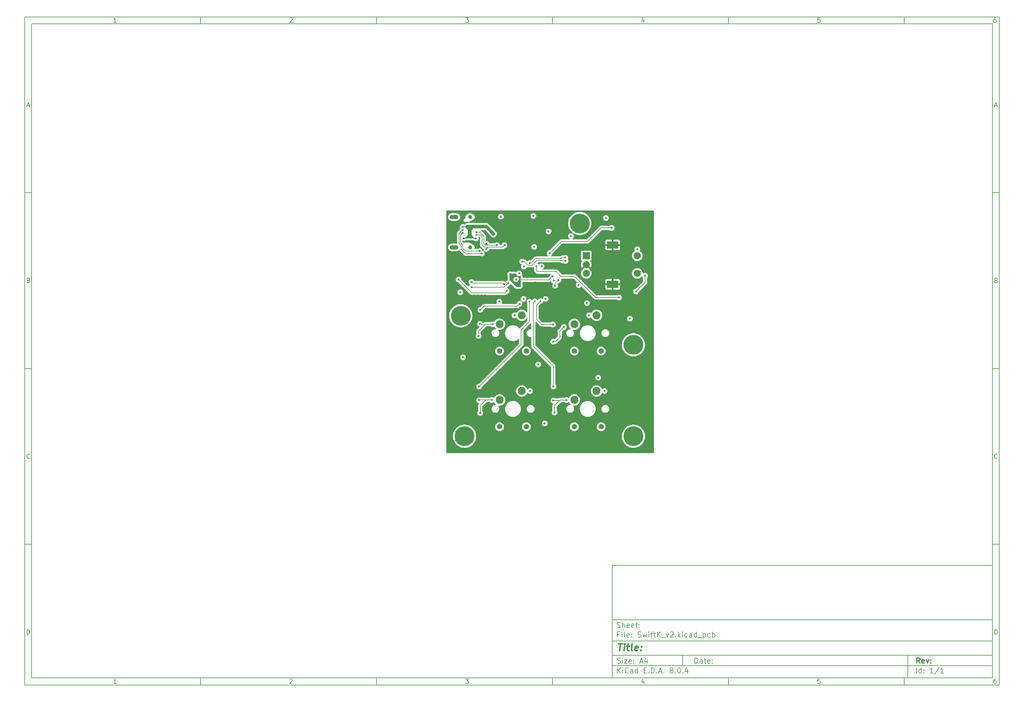
<source format=gbr>
%TF.GenerationSoftware,KiCad,Pcbnew,8.0.4*%
%TF.CreationDate,2024-11-11T17:23:57+08:00*%
%TF.ProjectId,SwiftK_v2,53776966-744b-45f7-9632-2e6b69636164,rev?*%
%TF.SameCoordinates,Original*%
%TF.FileFunction,Copper,L3,Inr*%
%TF.FilePolarity,Positive*%
%FSLAX46Y46*%
G04 Gerber Fmt 4.6, Leading zero omitted, Abs format (unit mm)*
G04 Created by KiCad (PCBNEW 8.0.4) date 2024-11-11 17:23:57*
%MOMM*%
%LPD*%
G01*
G04 APERTURE LIST*
%ADD10C,0.100000*%
%ADD11C,0.150000*%
%ADD12C,0.300000*%
%ADD13C,0.400000*%
%TA.AperFunction,ComponentPad*%
%ADD14C,1.508000*%
%TD*%
%TA.AperFunction,ComponentPad*%
%ADD15C,2.250000*%
%TD*%
%TA.AperFunction,ComponentPad*%
%ADD16C,5.600000*%
%TD*%
%TA.AperFunction,ComponentPad*%
%ADD17R,2.000000X2.000000*%
%TD*%
%TA.AperFunction,ComponentPad*%
%ADD18C,2.000000*%
%TD*%
%TA.AperFunction,ComponentPad*%
%ADD19R,3.200000X2.000000*%
%TD*%
%TA.AperFunction,ComponentPad*%
%ADD20C,1.140000*%
%TD*%
%TA.AperFunction,ComponentPad*%
%ADD21O,2.440000X1.140000*%
%TD*%
%TA.AperFunction,ViaPad*%
%ADD22C,0.600000*%
%TD*%
%TA.AperFunction,ViaPad*%
%ADD23C,0.500000*%
%TD*%
%TA.AperFunction,Conductor*%
%ADD24C,0.200000*%
%TD*%
G04 APERTURE END LIST*
D10*
D11*
X177002200Y-166007200D02*
X285002200Y-166007200D01*
X285002200Y-198007200D01*
X177002200Y-198007200D01*
X177002200Y-166007200D01*
D10*
D11*
X10000000Y-10000000D02*
X287002200Y-10000000D01*
X287002200Y-200007200D01*
X10000000Y-200007200D01*
X10000000Y-10000000D01*
D10*
D11*
X12000000Y-12000000D02*
X285002200Y-12000000D01*
X285002200Y-198007200D01*
X12000000Y-198007200D01*
X12000000Y-12000000D01*
D10*
D11*
X60000000Y-12000000D02*
X60000000Y-10000000D01*
D10*
D11*
X110000000Y-12000000D02*
X110000000Y-10000000D01*
D10*
D11*
X160000000Y-12000000D02*
X160000000Y-10000000D01*
D10*
D11*
X210000000Y-12000000D02*
X210000000Y-10000000D01*
D10*
D11*
X260000000Y-12000000D02*
X260000000Y-10000000D01*
D10*
D11*
X36089160Y-11593604D02*
X35346303Y-11593604D01*
X35717731Y-11593604D02*
X35717731Y-10293604D01*
X35717731Y-10293604D02*
X35593922Y-10479319D01*
X35593922Y-10479319D02*
X35470112Y-10603128D01*
X35470112Y-10603128D02*
X35346303Y-10665033D01*
D10*
D11*
X85346303Y-10417414D02*
X85408207Y-10355509D01*
X85408207Y-10355509D02*
X85532017Y-10293604D01*
X85532017Y-10293604D02*
X85841541Y-10293604D01*
X85841541Y-10293604D02*
X85965350Y-10355509D01*
X85965350Y-10355509D02*
X86027255Y-10417414D01*
X86027255Y-10417414D02*
X86089160Y-10541223D01*
X86089160Y-10541223D02*
X86089160Y-10665033D01*
X86089160Y-10665033D02*
X86027255Y-10850747D01*
X86027255Y-10850747D02*
X85284398Y-11593604D01*
X85284398Y-11593604D02*
X86089160Y-11593604D01*
D10*
D11*
X135284398Y-10293604D02*
X136089160Y-10293604D01*
X136089160Y-10293604D02*
X135655826Y-10788842D01*
X135655826Y-10788842D02*
X135841541Y-10788842D01*
X135841541Y-10788842D02*
X135965350Y-10850747D01*
X135965350Y-10850747D02*
X136027255Y-10912652D01*
X136027255Y-10912652D02*
X136089160Y-11036461D01*
X136089160Y-11036461D02*
X136089160Y-11345985D01*
X136089160Y-11345985D02*
X136027255Y-11469795D01*
X136027255Y-11469795D02*
X135965350Y-11531700D01*
X135965350Y-11531700D02*
X135841541Y-11593604D01*
X135841541Y-11593604D02*
X135470112Y-11593604D01*
X135470112Y-11593604D02*
X135346303Y-11531700D01*
X135346303Y-11531700D02*
X135284398Y-11469795D01*
D10*
D11*
X185965350Y-10726938D02*
X185965350Y-11593604D01*
X185655826Y-10231700D02*
X185346303Y-11160271D01*
X185346303Y-11160271D02*
X186151064Y-11160271D01*
D10*
D11*
X236027255Y-10293604D02*
X235408207Y-10293604D01*
X235408207Y-10293604D02*
X235346303Y-10912652D01*
X235346303Y-10912652D02*
X235408207Y-10850747D01*
X235408207Y-10850747D02*
X235532017Y-10788842D01*
X235532017Y-10788842D02*
X235841541Y-10788842D01*
X235841541Y-10788842D02*
X235965350Y-10850747D01*
X235965350Y-10850747D02*
X236027255Y-10912652D01*
X236027255Y-10912652D02*
X236089160Y-11036461D01*
X236089160Y-11036461D02*
X236089160Y-11345985D01*
X236089160Y-11345985D02*
X236027255Y-11469795D01*
X236027255Y-11469795D02*
X235965350Y-11531700D01*
X235965350Y-11531700D02*
X235841541Y-11593604D01*
X235841541Y-11593604D02*
X235532017Y-11593604D01*
X235532017Y-11593604D02*
X235408207Y-11531700D01*
X235408207Y-11531700D02*
X235346303Y-11469795D01*
D10*
D11*
X285965350Y-10293604D02*
X285717731Y-10293604D01*
X285717731Y-10293604D02*
X285593922Y-10355509D01*
X285593922Y-10355509D02*
X285532017Y-10417414D01*
X285532017Y-10417414D02*
X285408207Y-10603128D01*
X285408207Y-10603128D02*
X285346303Y-10850747D01*
X285346303Y-10850747D02*
X285346303Y-11345985D01*
X285346303Y-11345985D02*
X285408207Y-11469795D01*
X285408207Y-11469795D02*
X285470112Y-11531700D01*
X285470112Y-11531700D02*
X285593922Y-11593604D01*
X285593922Y-11593604D02*
X285841541Y-11593604D01*
X285841541Y-11593604D02*
X285965350Y-11531700D01*
X285965350Y-11531700D02*
X286027255Y-11469795D01*
X286027255Y-11469795D02*
X286089160Y-11345985D01*
X286089160Y-11345985D02*
X286089160Y-11036461D01*
X286089160Y-11036461D02*
X286027255Y-10912652D01*
X286027255Y-10912652D02*
X285965350Y-10850747D01*
X285965350Y-10850747D02*
X285841541Y-10788842D01*
X285841541Y-10788842D02*
X285593922Y-10788842D01*
X285593922Y-10788842D02*
X285470112Y-10850747D01*
X285470112Y-10850747D02*
X285408207Y-10912652D01*
X285408207Y-10912652D02*
X285346303Y-11036461D01*
D10*
D11*
X60000000Y-198007200D02*
X60000000Y-200007200D01*
D10*
D11*
X110000000Y-198007200D02*
X110000000Y-200007200D01*
D10*
D11*
X160000000Y-198007200D02*
X160000000Y-200007200D01*
D10*
D11*
X210000000Y-198007200D02*
X210000000Y-200007200D01*
D10*
D11*
X260000000Y-198007200D02*
X260000000Y-200007200D01*
D10*
D11*
X36089160Y-199600804D02*
X35346303Y-199600804D01*
X35717731Y-199600804D02*
X35717731Y-198300804D01*
X35717731Y-198300804D02*
X35593922Y-198486519D01*
X35593922Y-198486519D02*
X35470112Y-198610328D01*
X35470112Y-198610328D02*
X35346303Y-198672233D01*
D10*
D11*
X85346303Y-198424614D02*
X85408207Y-198362709D01*
X85408207Y-198362709D02*
X85532017Y-198300804D01*
X85532017Y-198300804D02*
X85841541Y-198300804D01*
X85841541Y-198300804D02*
X85965350Y-198362709D01*
X85965350Y-198362709D02*
X86027255Y-198424614D01*
X86027255Y-198424614D02*
X86089160Y-198548423D01*
X86089160Y-198548423D02*
X86089160Y-198672233D01*
X86089160Y-198672233D02*
X86027255Y-198857947D01*
X86027255Y-198857947D02*
X85284398Y-199600804D01*
X85284398Y-199600804D02*
X86089160Y-199600804D01*
D10*
D11*
X135284398Y-198300804D02*
X136089160Y-198300804D01*
X136089160Y-198300804D02*
X135655826Y-198796042D01*
X135655826Y-198796042D02*
X135841541Y-198796042D01*
X135841541Y-198796042D02*
X135965350Y-198857947D01*
X135965350Y-198857947D02*
X136027255Y-198919852D01*
X136027255Y-198919852D02*
X136089160Y-199043661D01*
X136089160Y-199043661D02*
X136089160Y-199353185D01*
X136089160Y-199353185D02*
X136027255Y-199476995D01*
X136027255Y-199476995D02*
X135965350Y-199538900D01*
X135965350Y-199538900D02*
X135841541Y-199600804D01*
X135841541Y-199600804D02*
X135470112Y-199600804D01*
X135470112Y-199600804D02*
X135346303Y-199538900D01*
X135346303Y-199538900D02*
X135284398Y-199476995D01*
D10*
D11*
X185965350Y-198734138D02*
X185965350Y-199600804D01*
X185655826Y-198238900D02*
X185346303Y-199167471D01*
X185346303Y-199167471D02*
X186151064Y-199167471D01*
D10*
D11*
X236027255Y-198300804D02*
X235408207Y-198300804D01*
X235408207Y-198300804D02*
X235346303Y-198919852D01*
X235346303Y-198919852D02*
X235408207Y-198857947D01*
X235408207Y-198857947D02*
X235532017Y-198796042D01*
X235532017Y-198796042D02*
X235841541Y-198796042D01*
X235841541Y-198796042D02*
X235965350Y-198857947D01*
X235965350Y-198857947D02*
X236027255Y-198919852D01*
X236027255Y-198919852D02*
X236089160Y-199043661D01*
X236089160Y-199043661D02*
X236089160Y-199353185D01*
X236089160Y-199353185D02*
X236027255Y-199476995D01*
X236027255Y-199476995D02*
X235965350Y-199538900D01*
X235965350Y-199538900D02*
X235841541Y-199600804D01*
X235841541Y-199600804D02*
X235532017Y-199600804D01*
X235532017Y-199600804D02*
X235408207Y-199538900D01*
X235408207Y-199538900D02*
X235346303Y-199476995D01*
D10*
D11*
X285965350Y-198300804D02*
X285717731Y-198300804D01*
X285717731Y-198300804D02*
X285593922Y-198362709D01*
X285593922Y-198362709D02*
X285532017Y-198424614D01*
X285532017Y-198424614D02*
X285408207Y-198610328D01*
X285408207Y-198610328D02*
X285346303Y-198857947D01*
X285346303Y-198857947D02*
X285346303Y-199353185D01*
X285346303Y-199353185D02*
X285408207Y-199476995D01*
X285408207Y-199476995D02*
X285470112Y-199538900D01*
X285470112Y-199538900D02*
X285593922Y-199600804D01*
X285593922Y-199600804D02*
X285841541Y-199600804D01*
X285841541Y-199600804D02*
X285965350Y-199538900D01*
X285965350Y-199538900D02*
X286027255Y-199476995D01*
X286027255Y-199476995D02*
X286089160Y-199353185D01*
X286089160Y-199353185D02*
X286089160Y-199043661D01*
X286089160Y-199043661D02*
X286027255Y-198919852D01*
X286027255Y-198919852D02*
X285965350Y-198857947D01*
X285965350Y-198857947D02*
X285841541Y-198796042D01*
X285841541Y-198796042D02*
X285593922Y-198796042D01*
X285593922Y-198796042D02*
X285470112Y-198857947D01*
X285470112Y-198857947D02*
X285408207Y-198919852D01*
X285408207Y-198919852D02*
X285346303Y-199043661D01*
D10*
D11*
X10000000Y-60000000D02*
X12000000Y-60000000D01*
D10*
D11*
X10000000Y-110000000D02*
X12000000Y-110000000D01*
D10*
D11*
X10000000Y-160000000D02*
X12000000Y-160000000D01*
D10*
D11*
X10690476Y-35222176D02*
X11309523Y-35222176D01*
X10566666Y-35593604D02*
X10999999Y-34293604D01*
X10999999Y-34293604D02*
X11433333Y-35593604D01*
D10*
D11*
X11092857Y-84912652D02*
X11278571Y-84974557D01*
X11278571Y-84974557D02*
X11340476Y-85036461D01*
X11340476Y-85036461D02*
X11402380Y-85160271D01*
X11402380Y-85160271D02*
X11402380Y-85345985D01*
X11402380Y-85345985D02*
X11340476Y-85469795D01*
X11340476Y-85469795D02*
X11278571Y-85531700D01*
X11278571Y-85531700D02*
X11154761Y-85593604D01*
X11154761Y-85593604D02*
X10659523Y-85593604D01*
X10659523Y-85593604D02*
X10659523Y-84293604D01*
X10659523Y-84293604D02*
X11092857Y-84293604D01*
X11092857Y-84293604D02*
X11216666Y-84355509D01*
X11216666Y-84355509D02*
X11278571Y-84417414D01*
X11278571Y-84417414D02*
X11340476Y-84541223D01*
X11340476Y-84541223D02*
X11340476Y-84665033D01*
X11340476Y-84665033D02*
X11278571Y-84788842D01*
X11278571Y-84788842D02*
X11216666Y-84850747D01*
X11216666Y-84850747D02*
X11092857Y-84912652D01*
X11092857Y-84912652D02*
X10659523Y-84912652D01*
D10*
D11*
X11402380Y-135469795D02*
X11340476Y-135531700D01*
X11340476Y-135531700D02*
X11154761Y-135593604D01*
X11154761Y-135593604D02*
X11030952Y-135593604D01*
X11030952Y-135593604D02*
X10845238Y-135531700D01*
X10845238Y-135531700D02*
X10721428Y-135407890D01*
X10721428Y-135407890D02*
X10659523Y-135284080D01*
X10659523Y-135284080D02*
X10597619Y-135036461D01*
X10597619Y-135036461D02*
X10597619Y-134850747D01*
X10597619Y-134850747D02*
X10659523Y-134603128D01*
X10659523Y-134603128D02*
X10721428Y-134479319D01*
X10721428Y-134479319D02*
X10845238Y-134355509D01*
X10845238Y-134355509D02*
X11030952Y-134293604D01*
X11030952Y-134293604D02*
X11154761Y-134293604D01*
X11154761Y-134293604D02*
X11340476Y-134355509D01*
X11340476Y-134355509D02*
X11402380Y-134417414D01*
D10*
D11*
X10659523Y-185593604D02*
X10659523Y-184293604D01*
X10659523Y-184293604D02*
X10969047Y-184293604D01*
X10969047Y-184293604D02*
X11154761Y-184355509D01*
X11154761Y-184355509D02*
X11278571Y-184479319D01*
X11278571Y-184479319D02*
X11340476Y-184603128D01*
X11340476Y-184603128D02*
X11402380Y-184850747D01*
X11402380Y-184850747D02*
X11402380Y-185036461D01*
X11402380Y-185036461D02*
X11340476Y-185284080D01*
X11340476Y-185284080D02*
X11278571Y-185407890D01*
X11278571Y-185407890D02*
X11154761Y-185531700D01*
X11154761Y-185531700D02*
X10969047Y-185593604D01*
X10969047Y-185593604D02*
X10659523Y-185593604D01*
D10*
D11*
X287002200Y-60000000D02*
X285002200Y-60000000D01*
D10*
D11*
X287002200Y-110000000D02*
X285002200Y-110000000D01*
D10*
D11*
X287002200Y-160000000D02*
X285002200Y-160000000D01*
D10*
D11*
X285692676Y-35222176D02*
X286311723Y-35222176D01*
X285568866Y-35593604D02*
X286002199Y-34293604D01*
X286002199Y-34293604D02*
X286435533Y-35593604D01*
D10*
D11*
X286095057Y-84912652D02*
X286280771Y-84974557D01*
X286280771Y-84974557D02*
X286342676Y-85036461D01*
X286342676Y-85036461D02*
X286404580Y-85160271D01*
X286404580Y-85160271D02*
X286404580Y-85345985D01*
X286404580Y-85345985D02*
X286342676Y-85469795D01*
X286342676Y-85469795D02*
X286280771Y-85531700D01*
X286280771Y-85531700D02*
X286156961Y-85593604D01*
X286156961Y-85593604D02*
X285661723Y-85593604D01*
X285661723Y-85593604D02*
X285661723Y-84293604D01*
X285661723Y-84293604D02*
X286095057Y-84293604D01*
X286095057Y-84293604D02*
X286218866Y-84355509D01*
X286218866Y-84355509D02*
X286280771Y-84417414D01*
X286280771Y-84417414D02*
X286342676Y-84541223D01*
X286342676Y-84541223D02*
X286342676Y-84665033D01*
X286342676Y-84665033D02*
X286280771Y-84788842D01*
X286280771Y-84788842D02*
X286218866Y-84850747D01*
X286218866Y-84850747D02*
X286095057Y-84912652D01*
X286095057Y-84912652D02*
X285661723Y-84912652D01*
D10*
D11*
X286404580Y-135469795D02*
X286342676Y-135531700D01*
X286342676Y-135531700D02*
X286156961Y-135593604D01*
X286156961Y-135593604D02*
X286033152Y-135593604D01*
X286033152Y-135593604D02*
X285847438Y-135531700D01*
X285847438Y-135531700D02*
X285723628Y-135407890D01*
X285723628Y-135407890D02*
X285661723Y-135284080D01*
X285661723Y-135284080D02*
X285599819Y-135036461D01*
X285599819Y-135036461D02*
X285599819Y-134850747D01*
X285599819Y-134850747D02*
X285661723Y-134603128D01*
X285661723Y-134603128D02*
X285723628Y-134479319D01*
X285723628Y-134479319D02*
X285847438Y-134355509D01*
X285847438Y-134355509D02*
X286033152Y-134293604D01*
X286033152Y-134293604D02*
X286156961Y-134293604D01*
X286156961Y-134293604D02*
X286342676Y-134355509D01*
X286342676Y-134355509D02*
X286404580Y-134417414D01*
D10*
D11*
X285661723Y-185593604D02*
X285661723Y-184293604D01*
X285661723Y-184293604D02*
X285971247Y-184293604D01*
X285971247Y-184293604D02*
X286156961Y-184355509D01*
X286156961Y-184355509D02*
X286280771Y-184479319D01*
X286280771Y-184479319D02*
X286342676Y-184603128D01*
X286342676Y-184603128D02*
X286404580Y-184850747D01*
X286404580Y-184850747D02*
X286404580Y-185036461D01*
X286404580Y-185036461D02*
X286342676Y-185284080D01*
X286342676Y-185284080D02*
X286280771Y-185407890D01*
X286280771Y-185407890D02*
X286156961Y-185531700D01*
X286156961Y-185531700D02*
X285971247Y-185593604D01*
X285971247Y-185593604D02*
X285661723Y-185593604D01*
D10*
D11*
X200458026Y-193793328D02*
X200458026Y-192293328D01*
X200458026Y-192293328D02*
X200815169Y-192293328D01*
X200815169Y-192293328D02*
X201029455Y-192364757D01*
X201029455Y-192364757D02*
X201172312Y-192507614D01*
X201172312Y-192507614D02*
X201243741Y-192650471D01*
X201243741Y-192650471D02*
X201315169Y-192936185D01*
X201315169Y-192936185D02*
X201315169Y-193150471D01*
X201315169Y-193150471D02*
X201243741Y-193436185D01*
X201243741Y-193436185D02*
X201172312Y-193579042D01*
X201172312Y-193579042D02*
X201029455Y-193721900D01*
X201029455Y-193721900D02*
X200815169Y-193793328D01*
X200815169Y-193793328D02*
X200458026Y-193793328D01*
X202600884Y-193793328D02*
X202600884Y-193007614D01*
X202600884Y-193007614D02*
X202529455Y-192864757D01*
X202529455Y-192864757D02*
X202386598Y-192793328D01*
X202386598Y-192793328D02*
X202100884Y-192793328D01*
X202100884Y-192793328D02*
X201958026Y-192864757D01*
X202600884Y-193721900D02*
X202458026Y-193793328D01*
X202458026Y-193793328D02*
X202100884Y-193793328D01*
X202100884Y-193793328D02*
X201958026Y-193721900D01*
X201958026Y-193721900D02*
X201886598Y-193579042D01*
X201886598Y-193579042D02*
X201886598Y-193436185D01*
X201886598Y-193436185D02*
X201958026Y-193293328D01*
X201958026Y-193293328D02*
X202100884Y-193221900D01*
X202100884Y-193221900D02*
X202458026Y-193221900D01*
X202458026Y-193221900D02*
X202600884Y-193150471D01*
X203100884Y-192793328D02*
X203672312Y-192793328D01*
X203315169Y-192293328D02*
X203315169Y-193579042D01*
X203315169Y-193579042D02*
X203386598Y-193721900D01*
X203386598Y-193721900D02*
X203529455Y-193793328D01*
X203529455Y-193793328D02*
X203672312Y-193793328D01*
X204743741Y-193721900D02*
X204600884Y-193793328D01*
X204600884Y-193793328D02*
X204315170Y-193793328D01*
X204315170Y-193793328D02*
X204172312Y-193721900D01*
X204172312Y-193721900D02*
X204100884Y-193579042D01*
X204100884Y-193579042D02*
X204100884Y-193007614D01*
X204100884Y-193007614D02*
X204172312Y-192864757D01*
X204172312Y-192864757D02*
X204315170Y-192793328D01*
X204315170Y-192793328D02*
X204600884Y-192793328D01*
X204600884Y-192793328D02*
X204743741Y-192864757D01*
X204743741Y-192864757D02*
X204815170Y-193007614D01*
X204815170Y-193007614D02*
X204815170Y-193150471D01*
X204815170Y-193150471D02*
X204100884Y-193293328D01*
X205458026Y-193650471D02*
X205529455Y-193721900D01*
X205529455Y-193721900D02*
X205458026Y-193793328D01*
X205458026Y-193793328D02*
X205386598Y-193721900D01*
X205386598Y-193721900D02*
X205458026Y-193650471D01*
X205458026Y-193650471D02*
X205458026Y-193793328D01*
X205458026Y-192864757D02*
X205529455Y-192936185D01*
X205529455Y-192936185D02*
X205458026Y-193007614D01*
X205458026Y-193007614D02*
X205386598Y-192936185D01*
X205386598Y-192936185D02*
X205458026Y-192864757D01*
X205458026Y-192864757D02*
X205458026Y-193007614D01*
D10*
D11*
X177002200Y-194507200D02*
X285002200Y-194507200D01*
D10*
D11*
X178458026Y-196593328D02*
X178458026Y-195093328D01*
X179315169Y-196593328D02*
X178672312Y-195736185D01*
X179315169Y-195093328D02*
X178458026Y-195950471D01*
X179958026Y-196593328D02*
X179958026Y-195593328D01*
X179958026Y-195093328D02*
X179886598Y-195164757D01*
X179886598Y-195164757D02*
X179958026Y-195236185D01*
X179958026Y-195236185D02*
X180029455Y-195164757D01*
X180029455Y-195164757D02*
X179958026Y-195093328D01*
X179958026Y-195093328D02*
X179958026Y-195236185D01*
X181529455Y-196450471D02*
X181458027Y-196521900D01*
X181458027Y-196521900D02*
X181243741Y-196593328D01*
X181243741Y-196593328D02*
X181100884Y-196593328D01*
X181100884Y-196593328D02*
X180886598Y-196521900D01*
X180886598Y-196521900D02*
X180743741Y-196379042D01*
X180743741Y-196379042D02*
X180672312Y-196236185D01*
X180672312Y-196236185D02*
X180600884Y-195950471D01*
X180600884Y-195950471D02*
X180600884Y-195736185D01*
X180600884Y-195736185D02*
X180672312Y-195450471D01*
X180672312Y-195450471D02*
X180743741Y-195307614D01*
X180743741Y-195307614D02*
X180886598Y-195164757D01*
X180886598Y-195164757D02*
X181100884Y-195093328D01*
X181100884Y-195093328D02*
X181243741Y-195093328D01*
X181243741Y-195093328D02*
X181458027Y-195164757D01*
X181458027Y-195164757D02*
X181529455Y-195236185D01*
X182815170Y-196593328D02*
X182815170Y-195807614D01*
X182815170Y-195807614D02*
X182743741Y-195664757D01*
X182743741Y-195664757D02*
X182600884Y-195593328D01*
X182600884Y-195593328D02*
X182315170Y-195593328D01*
X182315170Y-195593328D02*
X182172312Y-195664757D01*
X182815170Y-196521900D02*
X182672312Y-196593328D01*
X182672312Y-196593328D02*
X182315170Y-196593328D01*
X182315170Y-196593328D02*
X182172312Y-196521900D01*
X182172312Y-196521900D02*
X182100884Y-196379042D01*
X182100884Y-196379042D02*
X182100884Y-196236185D01*
X182100884Y-196236185D02*
X182172312Y-196093328D01*
X182172312Y-196093328D02*
X182315170Y-196021900D01*
X182315170Y-196021900D02*
X182672312Y-196021900D01*
X182672312Y-196021900D02*
X182815170Y-195950471D01*
X184172313Y-196593328D02*
X184172313Y-195093328D01*
X184172313Y-196521900D02*
X184029455Y-196593328D01*
X184029455Y-196593328D02*
X183743741Y-196593328D01*
X183743741Y-196593328D02*
X183600884Y-196521900D01*
X183600884Y-196521900D02*
X183529455Y-196450471D01*
X183529455Y-196450471D02*
X183458027Y-196307614D01*
X183458027Y-196307614D02*
X183458027Y-195879042D01*
X183458027Y-195879042D02*
X183529455Y-195736185D01*
X183529455Y-195736185D02*
X183600884Y-195664757D01*
X183600884Y-195664757D02*
X183743741Y-195593328D01*
X183743741Y-195593328D02*
X184029455Y-195593328D01*
X184029455Y-195593328D02*
X184172313Y-195664757D01*
X186029455Y-195807614D02*
X186529455Y-195807614D01*
X186743741Y-196593328D02*
X186029455Y-196593328D01*
X186029455Y-196593328D02*
X186029455Y-195093328D01*
X186029455Y-195093328D02*
X186743741Y-195093328D01*
X187386598Y-196450471D02*
X187458027Y-196521900D01*
X187458027Y-196521900D02*
X187386598Y-196593328D01*
X187386598Y-196593328D02*
X187315170Y-196521900D01*
X187315170Y-196521900D02*
X187386598Y-196450471D01*
X187386598Y-196450471D02*
X187386598Y-196593328D01*
X188100884Y-196593328D02*
X188100884Y-195093328D01*
X188100884Y-195093328D02*
X188458027Y-195093328D01*
X188458027Y-195093328D02*
X188672313Y-195164757D01*
X188672313Y-195164757D02*
X188815170Y-195307614D01*
X188815170Y-195307614D02*
X188886599Y-195450471D01*
X188886599Y-195450471D02*
X188958027Y-195736185D01*
X188958027Y-195736185D02*
X188958027Y-195950471D01*
X188958027Y-195950471D02*
X188886599Y-196236185D01*
X188886599Y-196236185D02*
X188815170Y-196379042D01*
X188815170Y-196379042D02*
X188672313Y-196521900D01*
X188672313Y-196521900D02*
X188458027Y-196593328D01*
X188458027Y-196593328D02*
X188100884Y-196593328D01*
X189600884Y-196450471D02*
X189672313Y-196521900D01*
X189672313Y-196521900D02*
X189600884Y-196593328D01*
X189600884Y-196593328D02*
X189529456Y-196521900D01*
X189529456Y-196521900D02*
X189600884Y-196450471D01*
X189600884Y-196450471D02*
X189600884Y-196593328D01*
X190243742Y-196164757D02*
X190958028Y-196164757D01*
X190100885Y-196593328D02*
X190600885Y-195093328D01*
X190600885Y-195093328D02*
X191100885Y-196593328D01*
X191600884Y-196450471D02*
X191672313Y-196521900D01*
X191672313Y-196521900D02*
X191600884Y-196593328D01*
X191600884Y-196593328D02*
X191529456Y-196521900D01*
X191529456Y-196521900D02*
X191600884Y-196450471D01*
X191600884Y-196450471D02*
X191600884Y-196593328D01*
X193672313Y-195736185D02*
X193529456Y-195664757D01*
X193529456Y-195664757D02*
X193458027Y-195593328D01*
X193458027Y-195593328D02*
X193386599Y-195450471D01*
X193386599Y-195450471D02*
X193386599Y-195379042D01*
X193386599Y-195379042D02*
X193458027Y-195236185D01*
X193458027Y-195236185D02*
X193529456Y-195164757D01*
X193529456Y-195164757D02*
X193672313Y-195093328D01*
X193672313Y-195093328D02*
X193958027Y-195093328D01*
X193958027Y-195093328D02*
X194100885Y-195164757D01*
X194100885Y-195164757D02*
X194172313Y-195236185D01*
X194172313Y-195236185D02*
X194243742Y-195379042D01*
X194243742Y-195379042D02*
X194243742Y-195450471D01*
X194243742Y-195450471D02*
X194172313Y-195593328D01*
X194172313Y-195593328D02*
X194100885Y-195664757D01*
X194100885Y-195664757D02*
X193958027Y-195736185D01*
X193958027Y-195736185D02*
X193672313Y-195736185D01*
X193672313Y-195736185D02*
X193529456Y-195807614D01*
X193529456Y-195807614D02*
X193458027Y-195879042D01*
X193458027Y-195879042D02*
X193386599Y-196021900D01*
X193386599Y-196021900D02*
X193386599Y-196307614D01*
X193386599Y-196307614D02*
X193458027Y-196450471D01*
X193458027Y-196450471D02*
X193529456Y-196521900D01*
X193529456Y-196521900D02*
X193672313Y-196593328D01*
X193672313Y-196593328D02*
X193958027Y-196593328D01*
X193958027Y-196593328D02*
X194100885Y-196521900D01*
X194100885Y-196521900D02*
X194172313Y-196450471D01*
X194172313Y-196450471D02*
X194243742Y-196307614D01*
X194243742Y-196307614D02*
X194243742Y-196021900D01*
X194243742Y-196021900D02*
X194172313Y-195879042D01*
X194172313Y-195879042D02*
X194100885Y-195807614D01*
X194100885Y-195807614D02*
X193958027Y-195736185D01*
X194886598Y-196450471D02*
X194958027Y-196521900D01*
X194958027Y-196521900D02*
X194886598Y-196593328D01*
X194886598Y-196593328D02*
X194815170Y-196521900D01*
X194815170Y-196521900D02*
X194886598Y-196450471D01*
X194886598Y-196450471D02*
X194886598Y-196593328D01*
X195886599Y-195093328D02*
X196029456Y-195093328D01*
X196029456Y-195093328D02*
X196172313Y-195164757D01*
X196172313Y-195164757D02*
X196243742Y-195236185D01*
X196243742Y-195236185D02*
X196315170Y-195379042D01*
X196315170Y-195379042D02*
X196386599Y-195664757D01*
X196386599Y-195664757D02*
X196386599Y-196021900D01*
X196386599Y-196021900D02*
X196315170Y-196307614D01*
X196315170Y-196307614D02*
X196243742Y-196450471D01*
X196243742Y-196450471D02*
X196172313Y-196521900D01*
X196172313Y-196521900D02*
X196029456Y-196593328D01*
X196029456Y-196593328D02*
X195886599Y-196593328D01*
X195886599Y-196593328D02*
X195743742Y-196521900D01*
X195743742Y-196521900D02*
X195672313Y-196450471D01*
X195672313Y-196450471D02*
X195600884Y-196307614D01*
X195600884Y-196307614D02*
X195529456Y-196021900D01*
X195529456Y-196021900D02*
X195529456Y-195664757D01*
X195529456Y-195664757D02*
X195600884Y-195379042D01*
X195600884Y-195379042D02*
X195672313Y-195236185D01*
X195672313Y-195236185D02*
X195743742Y-195164757D01*
X195743742Y-195164757D02*
X195886599Y-195093328D01*
X197029455Y-196450471D02*
X197100884Y-196521900D01*
X197100884Y-196521900D02*
X197029455Y-196593328D01*
X197029455Y-196593328D02*
X196958027Y-196521900D01*
X196958027Y-196521900D02*
X197029455Y-196450471D01*
X197029455Y-196450471D02*
X197029455Y-196593328D01*
X198386599Y-195593328D02*
X198386599Y-196593328D01*
X198029456Y-195021900D02*
X197672313Y-196093328D01*
X197672313Y-196093328D02*
X198600884Y-196093328D01*
D10*
D11*
X177002200Y-191507200D02*
X285002200Y-191507200D01*
D10*
D12*
X264413853Y-193785528D02*
X263913853Y-193071242D01*
X263556710Y-193785528D02*
X263556710Y-192285528D01*
X263556710Y-192285528D02*
X264128139Y-192285528D01*
X264128139Y-192285528D02*
X264270996Y-192356957D01*
X264270996Y-192356957D02*
X264342425Y-192428385D01*
X264342425Y-192428385D02*
X264413853Y-192571242D01*
X264413853Y-192571242D02*
X264413853Y-192785528D01*
X264413853Y-192785528D02*
X264342425Y-192928385D01*
X264342425Y-192928385D02*
X264270996Y-192999814D01*
X264270996Y-192999814D02*
X264128139Y-193071242D01*
X264128139Y-193071242D02*
X263556710Y-193071242D01*
X265628139Y-193714100D02*
X265485282Y-193785528D01*
X265485282Y-193785528D02*
X265199568Y-193785528D01*
X265199568Y-193785528D02*
X265056710Y-193714100D01*
X265056710Y-193714100D02*
X264985282Y-193571242D01*
X264985282Y-193571242D02*
X264985282Y-192999814D01*
X264985282Y-192999814D02*
X265056710Y-192856957D01*
X265056710Y-192856957D02*
X265199568Y-192785528D01*
X265199568Y-192785528D02*
X265485282Y-192785528D01*
X265485282Y-192785528D02*
X265628139Y-192856957D01*
X265628139Y-192856957D02*
X265699568Y-192999814D01*
X265699568Y-192999814D02*
X265699568Y-193142671D01*
X265699568Y-193142671D02*
X264985282Y-193285528D01*
X266199567Y-192785528D02*
X266556710Y-193785528D01*
X266556710Y-193785528D02*
X266913853Y-192785528D01*
X267485281Y-193642671D02*
X267556710Y-193714100D01*
X267556710Y-193714100D02*
X267485281Y-193785528D01*
X267485281Y-193785528D02*
X267413853Y-193714100D01*
X267413853Y-193714100D02*
X267485281Y-193642671D01*
X267485281Y-193642671D02*
X267485281Y-193785528D01*
X267485281Y-192856957D02*
X267556710Y-192928385D01*
X267556710Y-192928385D02*
X267485281Y-192999814D01*
X267485281Y-192999814D02*
X267413853Y-192928385D01*
X267413853Y-192928385D02*
X267485281Y-192856957D01*
X267485281Y-192856957D02*
X267485281Y-192999814D01*
D10*
D11*
X178386598Y-193721900D02*
X178600884Y-193793328D01*
X178600884Y-193793328D02*
X178958026Y-193793328D01*
X178958026Y-193793328D02*
X179100884Y-193721900D01*
X179100884Y-193721900D02*
X179172312Y-193650471D01*
X179172312Y-193650471D02*
X179243741Y-193507614D01*
X179243741Y-193507614D02*
X179243741Y-193364757D01*
X179243741Y-193364757D02*
X179172312Y-193221900D01*
X179172312Y-193221900D02*
X179100884Y-193150471D01*
X179100884Y-193150471D02*
X178958026Y-193079042D01*
X178958026Y-193079042D02*
X178672312Y-193007614D01*
X178672312Y-193007614D02*
X178529455Y-192936185D01*
X178529455Y-192936185D02*
X178458026Y-192864757D01*
X178458026Y-192864757D02*
X178386598Y-192721900D01*
X178386598Y-192721900D02*
X178386598Y-192579042D01*
X178386598Y-192579042D02*
X178458026Y-192436185D01*
X178458026Y-192436185D02*
X178529455Y-192364757D01*
X178529455Y-192364757D02*
X178672312Y-192293328D01*
X178672312Y-192293328D02*
X179029455Y-192293328D01*
X179029455Y-192293328D02*
X179243741Y-192364757D01*
X179886597Y-193793328D02*
X179886597Y-192793328D01*
X179886597Y-192293328D02*
X179815169Y-192364757D01*
X179815169Y-192364757D02*
X179886597Y-192436185D01*
X179886597Y-192436185D02*
X179958026Y-192364757D01*
X179958026Y-192364757D02*
X179886597Y-192293328D01*
X179886597Y-192293328D02*
X179886597Y-192436185D01*
X180458026Y-192793328D02*
X181243741Y-192793328D01*
X181243741Y-192793328D02*
X180458026Y-193793328D01*
X180458026Y-193793328D02*
X181243741Y-193793328D01*
X182386598Y-193721900D02*
X182243741Y-193793328D01*
X182243741Y-193793328D02*
X181958027Y-193793328D01*
X181958027Y-193793328D02*
X181815169Y-193721900D01*
X181815169Y-193721900D02*
X181743741Y-193579042D01*
X181743741Y-193579042D02*
X181743741Y-193007614D01*
X181743741Y-193007614D02*
X181815169Y-192864757D01*
X181815169Y-192864757D02*
X181958027Y-192793328D01*
X181958027Y-192793328D02*
X182243741Y-192793328D01*
X182243741Y-192793328D02*
X182386598Y-192864757D01*
X182386598Y-192864757D02*
X182458027Y-193007614D01*
X182458027Y-193007614D02*
X182458027Y-193150471D01*
X182458027Y-193150471D02*
X181743741Y-193293328D01*
X183100883Y-193650471D02*
X183172312Y-193721900D01*
X183172312Y-193721900D02*
X183100883Y-193793328D01*
X183100883Y-193793328D02*
X183029455Y-193721900D01*
X183029455Y-193721900D02*
X183100883Y-193650471D01*
X183100883Y-193650471D02*
X183100883Y-193793328D01*
X183100883Y-192864757D02*
X183172312Y-192936185D01*
X183172312Y-192936185D02*
X183100883Y-193007614D01*
X183100883Y-193007614D02*
X183029455Y-192936185D01*
X183029455Y-192936185D02*
X183100883Y-192864757D01*
X183100883Y-192864757D02*
X183100883Y-193007614D01*
X184886598Y-193364757D02*
X185600884Y-193364757D01*
X184743741Y-193793328D02*
X185243741Y-192293328D01*
X185243741Y-192293328D02*
X185743741Y-193793328D01*
X186886598Y-192793328D02*
X186886598Y-193793328D01*
X186529455Y-192221900D02*
X186172312Y-193293328D01*
X186172312Y-193293328D02*
X187100883Y-193293328D01*
D10*
D11*
X263458026Y-196593328D02*
X263458026Y-195093328D01*
X264815170Y-196593328D02*
X264815170Y-195093328D01*
X264815170Y-196521900D02*
X264672312Y-196593328D01*
X264672312Y-196593328D02*
X264386598Y-196593328D01*
X264386598Y-196593328D02*
X264243741Y-196521900D01*
X264243741Y-196521900D02*
X264172312Y-196450471D01*
X264172312Y-196450471D02*
X264100884Y-196307614D01*
X264100884Y-196307614D02*
X264100884Y-195879042D01*
X264100884Y-195879042D02*
X264172312Y-195736185D01*
X264172312Y-195736185D02*
X264243741Y-195664757D01*
X264243741Y-195664757D02*
X264386598Y-195593328D01*
X264386598Y-195593328D02*
X264672312Y-195593328D01*
X264672312Y-195593328D02*
X264815170Y-195664757D01*
X265529455Y-196450471D02*
X265600884Y-196521900D01*
X265600884Y-196521900D02*
X265529455Y-196593328D01*
X265529455Y-196593328D02*
X265458027Y-196521900D01*
X265458027Y-196521900D02*
X265529455Y-196450471D01*
X265529455Y-196450471D02*
X265529455Y-196593328D01*
X265529455Y-195664757D02*
X265600884Y-195736185D01*
X265600884Y-195736185D02*
X265529455Y-195807614D01*
X265529455Y-195807614D02*
X265458027Y-195736185D01*
X265458027Y-195736185D02*
X265529455Y-195664757D01*
X265529455Y-195664757D02*
X265529455Y-195807614D01*
X268172313Y-196593328D02*
X267315170Y-196593328D01*
X267743741Y-196593328D02*
X267743741Y-195093328D01*
X267743741Y-195093328D02*
X267600884Y-195307614D01*
X267600884Y-195307614D02*
X267458027Y-195450471D01*
X267458027Y-195450471D02*
X267315170Y-195521900D01*
X269886598Y-195021900D02*
X268600884Y-196950471D01*
X271172313Y-196593328D02*
X270315170Y-196593328D01*
X270743741Y-196593328D02*
X270743741Y-195093328D01*
X270743741Y-195093328D02*
X270600884Y-195307614D01*
X270600884Y-195307614D02*
X270458027Y-195450471D01*
X270458027Y-195450471D02*
X270315170Y-195521900D01*
D10*
D11*
X177002200Y-187507200D02*
X285002200Y-187507200D01*
D10*
D13*
X178693928Y-188211638D02*
X179836785Y-188211638D01*
X179015357Y-190211638D02*
X179265357Y-188211638D01*
X180253452Y-190211638D02*
X180420119Y-188878304D01*
X180503452Y-188211638D02*
X180396309Y-188306876D01*
X180396309Y-188306876D02*
X180479643Y-188402114D01*
X180479643Y-188402114D02*
X180586786Y-188306876D01*
X180586786Y-188306876D02*
X180503452Y-188211638D01*
X180503452Y-188211638D02*
X180479643Y-188402114D01*
X181086786Y-188878304D02*
X181848690Y-188878304D01*
X181455833Y-188211638D02*
X181241548Y-189925923D01*
X181241548Y-189925923D02*
X181312976Y-190116400D01*
X181312976Y-190116400D02*
X181491548Y-190211638D01*
X181491548Y-190211638D02*
X181682024Y-190211638D01*
X182634405Y-190211638D02*
X182455833Y-190116400D01*
X182455833Y-190116400D02*
X182384405Y-189925923D01*
X182384405Y-189925923D02*
X182598690Y-188211638D01*
X184170119Y-190116400D02*
X183967738Y-190211638D01*
X183967738Y-190211638D02*
X183586785Y-190211638D01*
X183586785Y-190211638D02*
X183408214Y-190116400D01*
X183408214Y-190116400D02*
X183336785Y-189925923D01*
X183336785Y-189925923D02*
X183432024Y-189164019D01*
X183432024Y-189164019D02*
X183551071Y-188973542D01*
X183551071Y-188973542D02*
X183753452Y-188878304D01*
X183753452Y-188878304D02*
X184134404Y-188878304D01*
X184134404Y-188878304D02*
X184312976Y-188973542D01*
X184312976Y-188973542D02*
X184384404Y-189164019D01*
X184384404Y-189164019D02*
X184360595Y-189354495D01*
X184360595Y-189354495D02*
X183384404Y-189544971D01*
X185134405Y-190021161D02*
X185217738Y-190116400D01*
X185217738Y-190116400D02*
X185110595Y-190211638D01*
X185110595Y-190211638D02*
X185027262Y-190116400D01*
X185027262Y-190116400D02*
X185134405Y-190021161D01*
X185134405Y-190021161D02*
X185110595Y-190211638D01*
X185265357Y-188973542D02*
X185348690Y-189068780D01*
X185348690Y-189068780D02*
X185241548Y-189164019D01*
X185241548Y-189164019D02*
X185158214Y-189068780D01*
X185158214Y-189068780D02*
X185265357Y-188973542D01*
X185265357Y-188973542D02*
X185241548Y-189164019D01*
D10*
D11*
X178958026Y-185607614D02*
X178458026Y-185607614D01*
X178458026Y-186393328D02*
X178458026Y-184893328D01*
X178458026Y-184893328D02*
X179172312Y-184893328D01*
X179743740Y-186393328D02*
X179743740Y-185393328D01*
X179743740Y-184893328D02*
X179672312Y-184964757D01*
X179672312Y-184964757D02*
X179743740Y-185036185D01*
X179743740Y-185036185D02*
X179815169Y-184964757D01*
X179815169Y-184964757D02*
X179743740Y-184893328D01*
X179743740Y-184893328D02*
X179743740Y-185036185D01*
X180672312Y-186393328D02*
X180529455Y-186321900D01*
X180529455Y-186321900D02*
X180458026Y-186179042D01*
X180458026Y-186179042D02*
X180458026Y-184893328D01*
X181815169Y-186321900D02*
X181672312Y-186393328D01*
X181672312Y-186393328D02*
X181386598Y-186393328D01*
X181386598Y-186393328D02*
X181243740Y-186321900D01*
X181243740Y-186321900D02*
X181172312Y-186179042D01*
X181172312Y-186179042D02*
X181172312Y-185607614D01*
X181172312Y-185607614D02*
X181243740Y-185464757D01*
X181243740Y-185464757D02*
X181386598Y-185393328D01*
X181386598Y-185393328D02*
X181672312Y-185393328D01*
X181672312Y-185393328D02*
X181815169Y-185464757D01*
X181815169Y-185464757D02*
X181886598Y-185607614D01*
X181886598Y-185607614D02*
X181886598Y-185750471D01*
X181886598Y-185750471D02*
X181172312Y-185893328D01*
X182529454Y-186250471D02*
X182600883Y-186321900D01*
X182600883Y-186321900D02*
X182529454Y-186393328D01*
X182529454Y-186393328D02*
X182458026Y-186321900D01*
X182458026Y-186321900D02*
X182529454Y-186250471D01*
X182529454Y-186250471D02*
X182529454Y-186393328D01*
X182529454Y-185464757D02*
X182600883Y-185536185D01*
X182600883Y-185536185D02*
X182529454Y-185607614D01*
X182529454Y-185607614D02*
X182458026Y-185536185D01*
X182458026Y-185536185D02*
X182529454Y-185464757D01*
X182529454Y-185464757D02*
X182529454Y-185607614D01*
X184315169Y-186321900D02*
X184529455Y-186393328D01*
X184529455Y-186393328D02*
X184886597Y-186393328D01*
X184886597Y-186393328D02*
X185029455Y-186321900D01*
X185029455Y-186321900D02*
X185100883Y-186250471D01*
X185100883Y-186250471D02*
X185172312Y-186107614D01*
X185172312Y-186107614D02*
X185172312Y-185964757D01*
X185172312Y-185964757D02*
X185100883Y-185821900D01*
X185100883Y-185821900D02*
X185029455Y-185750471D01*
X185029455Y-185750471D02*
X184886597Y-185679042D01*
X184886597Y-185679042D02*
X184600883Y-185607614D01*
X184600883Y-185607614D02*
X184458026Y-185536185D01*
X184458026Y-185536185D02*
X184386597Y-185464757D01*
X184386597Y-185464757D02*
X184315169Y-185321900D01*
X184315169Y-185321900D02*
X184315169Y-185179042D01*
X184315169Y-185179042D02*
X184386597Y-185036185D01*
X184386597Y-185036185D02*
X184458026Y-184964757D01*
X184458026Y-184964757D02*
X184600883Y-184893328D01*
X184600883Y-184893328D02*
X184958026Y-184893328D01*
X184958026Y-184893328D02*
X185172312Y-184964757D01*
X185672311Y-185393328D02*
X185958026Y-186393328D01*
X185958026Y-186393328D02*
X186243740Y-185679042D01*
X186243740Y-185679042D02*
X186529454Y-186393328D01*
X186529454Y-186393328D02*
X186815168Y-185393328D01*
X187386597Y-186393328D02*
X187386597Y-185393328D01*
X187386597Y-184893328D02*
X187315169Y-184964757D01*
X187315169Y-184964757D02*
X187386597Y-185036185D01*
X187386597Y-185036185D02*
X187458026Y-184964757D01*
X187458026Y-184964757D02*
X187386597Y-184893328D01*
X187386597Y-184893328D02*
X187386597Y-185036185D01*
X187886598Y-185393328D02*
X188458026Y-185393328D01*
X188100883Y-186393328D02*
X188100883Y-185107614D01*
X188100883Y-185107614D02*
X188172312Y-184964757D01*
X188172312Y-184964757D02*
X188315169Y-184893328D01*
X188315169Y-184893328D02*
X188458026Y-184893328D01*
X188743741Y-185393328D02*
X189315169Y-185393328D01*
X188958026Y-184893328D02*
X188958026Y-186179042D01*
X188958026Y-186179042D02*
X189029455Y-186321900D01*
X189029455Y-186321900D02*
X189172312Y-186393328D01*
X189172312Y-186393328D02*
X189315169Y-186393328D01*
X189815169Y-186393328D02*
X189815169Y-184893328D01*
X190672312Y-186393328D02*
X190029455Y-185536185D01*
X190672312Y-184893328D02*
X189815169Y-185750471D01*
X190958027Y-186536185D02*
X192100884Y-186536185D01*
X192315169Y-185393328D02*
X192672312Y-186393328D01*
X192672312Y-186393328D02*
X193029455Y-185393328D01*
X193529455Y-185036185D02*
X193600883Y-184964757D01*
X193600883Y-184964757D02*
X193743741Y-184893328D01*
X193743741Y-184893328D02*
X194100883Y-184893328D01*
X194100883Y-184893328D02*
X194243741Y-184964757D01*
X194243741Y-184964757D02*
X194315169Y-185036185D01*
X194315169Y-185036185D02*
X194386598Y-185179042D01*
X194386598Y-185179042D02*
X194386598Y-185321900D01*
X194386598Y-185321900D02*
X194315169Y-185536185D01*
X194315169Y-185536185D02*
X193458026Y-186393328D01*
X193458026Y-186393328D02*
X194386598Y-186393328D01*
X195029454Y-186250471D02*
X195100883Y-186321900D01*
X195100883Y-186321900D02*
X195029454Y-186393328D01*
X195029454Y-186393328D02*
X194958026Y-186321900D01*
X194958026Y-186321900D02*
X195029454Y-186250471D01*
X195029454Y-186250471D02*
X195029454Y-186393328D01*
X195743740Y-186393328D02*
X195743740Y-184893328D01*
X195886598Y-185821900D02*
X196315169Y-186393328D01*
X196315169Y-185393328D02*
X195743740Y-185964757D01*
X196958026Y-186393328D02*
X196958026Y-185393328D01*
X196958026Y-184893328D02*
X196886598Y-184964757D01*
X196886598Y-184964757D02*
X196958026Y-185036185D01*
X196958026Y-185036185D02*
X197029455Y-184964757D01*
X197029455Y-184964757D02*
X196958026Y-184893328D01*
X196958026Y-184893328D02*
X196958026Y-185036185D01*
X198315170Y-186321900D02*
X198172312Y-186393328D01*
X198172312Y-186393328D02*
X197886598Y-186393328D01*
X197886598Y-186393328D02*
X197743741Y-186321900D01*
X197743741Y-186321900D02*
X197672312Y-186250471D01*
X197672312Y-186250471D02*
X197600884Y-186107614D01*
X197600884Y-186107614D02*
X197600884Y-185679042D01*
X197600884Y-185679042D02*
X197672312Y-185536185D01*
X197672312Y-185536185D02*
X197743741Y-185464757D01*
X197743741Y-185464757D02*
X197886598Y-185393328D01*
X197886598Y-185393328D02*
X198172312Y-185393328D01*
X198172312Y-185393328D02*
X198315170Y-185464757D01*
X199600884Y-186393328D02*
X199600884Y-185607614D01*
X199600884Y-185607614D02*
X199529455Y-185464757D01*
X199529455Y-185464757D02*
X199386598Y-185393328D01*
X199386598Y-185393328D02*
X199100884Y-185393328D01*
X199100884Y-185393328D02*
X198958026Y-185464757D01*
X199600884Y-186321900D02*
X199458026Y-186393328D01*
X199458026Y-186393328D02*
X199100884Y-186393328D01*
X199100884Y-186393328D02*
X198958026Y-186321900D01*
X198958026Y-186321900D02*
X198886598Y-186179042D01*
X198886598Y-186179042D02*
X198886598Y-186036185D01*
X198886598Y-186036185D02*
X198958026Y-185893328D01*
X198958026Y-185893328D02*
X199100884Y-185821900D01*
X199100884Y-185821900D02*
X199458026Y-185821900D01*
X199458026Y-185821900D02*
X199600884Y-185750471D01*
X200958027Y-186393328D02*
X200958027Y-184893328D01*
X200958027Y-186321900D02*
X200815169Y-186393328D01*
X200815169Y-186393328D02*
X200529455Y-186393328D01*
X200529455Y-186393328D02*
X200386598Y-186321900D01*
X200386598Y-186321900D02*
X200315169Y-186250471D01*
X200315169Y-186250471D02*
X200243741Y-186107614D01*
X200243741Y-186107614D02*
X200243741Y-185679042D01*
X200243741Y-185679042D02*
X200315169Y-185536185D01*
X200315169Y-185536185D02*
X200386598Y-185464757D01*
X200386598Y-185464757D02*
X200529455Y-185393328D01*
X200529455Y-185393328D02*
X200815169Y-185393328D01*
X200815169Y-185393328D02*
X200958027Y-185464757D01*
X201315170Y-186536185D02*
X202458027Y-186536185D01*
X202815169Y-185393328D02*
X202815169Y-186893328D01*
X202815169Y-185464757D02*
X202958027Y-185393328D01*
X202958027Y-185393328D02*
X203243741Y-185393328D01*
X203243741Y-185393328D02*
X203386598Y-185464757D01*
X203386598Y-185464757D02*
X203458027Y-185536185D01*
X203458027Y-185536185D02*
X203529455Y-185679042D01*
X203529455Y-185679042D02*
X203529455Y-186107614D01*
X203529455Y-186107614D02*
X203458027Y-186250471D01*
X203458027Y-186250471D02*
X203386598Y-186321900D01*
X203386598Y-186321900D02*
X203243741Y-186393328D01*
X203243741Y-186393328D02*
X202958027Y-186393328D01*
X202958027Y-186393328D02*
X202815169Y-186321900D01*
X204815170Y-186321900D02*
X204672312Y-186393328D01*
X204672312Y-186393328D02*
X204386598Y-186393328D01*
X204386598Y-186393328D02*
X204243741Y-186321900D01*
X204243741Y-186321900D02*
X204172312Y-186250471D01*
X204172312Y-186250471D02*
X204100884Y-186107614D01*
X204100884Y-186107614D02*
X204100884Y-185679042D01*
X204100884Y-185679042D02*
X204172312Y-185536185D01*
X204172312Y-185536185D02*
X204243741Y-185464757D01*
X204243741Y-185464757D02*
X204386598Y-185393328D01*
X204386598Y-185393328D02*
X204672312Y-185393328D01*
X204672312Y-185393328D02*
X204815170Y-185464757D01*
X205458026Y-186393328D02*
X205458026Y-184893328D01*
X205458026Y-185464757D02*
X205600884Y-185393328D01*
X205600884Y-185393328D02*
X205886598Y-185393328D01*
X205886598Y-185393328D02*
X206029455Y-185464757D01*
X206029455Y-185464757D02*
X206100884Y-185536185D01*
X206100884Y-185536185D02*
X206172312Y-185679042D01*
X206172312Y-185679042D02*
X206172312Y-186107614D01*
X206172312Y-186107614D02*
X206100884Y-186250471D01*
X206100884Y-186250471D02*
X206029455Y-186321900D01*
X206029455Y-186321900D02*
X205886598Y-186393328D01*
X205886598Y-186393328D02*
X205600884Y-186393328D01*
X205600884Y-186393328D02*
X205458026Y-186321900D01*
D10*
D11*
X177002200Y-181507200D02*
X285002200Y-181507200D01*
D10*
D11*
X178386598Y-183621900D02*
X178600884Y-183693328D01*
X178600884Y-183693328D02*
X178958026Y-183693328D01*
X178958026Y-183693328D02*
X179100884Y-183621900D01*
X179100884Y-183621900D02*
X179172312Y-183550471D01*
X179172312Y-183550471D02*
X179243741Y-183407614D01*
X179243741Y-183407614D02*
X179243741Y-183264757D01*
X179243741Y-183264757D02*
X179172312Y-183121900D01*
X179172312Y-183121900D02*
X179100884Y-183050471D01*
X179100884Y-183050471D02*
X178958026Y-182979042D01*
X178958026Y-182979042D02*
X178672312Y-182907614D01*
X178672312Y-182907614D02*
X178529455Y-182836185D01*
X178529455Y-182836185D02*
X178458026Y-182764757D01*
X178458026Y-182764757D02*
X178386598Y-182621900D01*
X178386598Y-182621900D02*
X178386598Y-182479042D01*
X178386598Y-182479042D02*
X178458026Y-182336185D01*
X178458026Y-182336185D02*
X178529455Y-182264757D01*
X178529455Y-182264757D02*
X178672312Y-182193328D01*
X178672312Y-182193328D02*
X179029455Y-182193328D01*
X179029455Y-182193328D02*
X179243741Y-182264757D01*
X179886597Y-183693328D02*
X179886597Y-182193328D01*
X180529455Y-183693328D02*
X180529455Y-182907614D01*
X180529455Y-182907614D02*
X180458026Y-182764757D01*
X180458026Y-182764757D02*
X180315169Y-182693328D01*
X180315169Y-182693328D02*
X180100883Y-182693328D01*
X180100883Y-182693328D02*
X179958026Y-182764757D01*
X179958026Y-182764757D02*
X179886597Y-182836185D01*
X181815169Y-183621900D02*
X181672312Y-183693328D01*
X181672312Y-183693328D02*
X181386598Y-183693328D01*
X181386598Y-183693328D02*
X181243740Y-183621900D01*
X181243740Y-183621900D02*
X181172312Y-183479042D01*
X181172312Y-183479042D02*
X181172312Y-182907614D01*
X181172312Y-182907614D02*
X181243740Y-182764757D01*
X181243740Y-182764757D02*
X181386598Y-182693328D01*
X181386598Y-182693328D02*
X181672312Y-182693328D01*
X181672312Y-182693328D02*
X181815169Y-182764757D01*
X181815169Y-182764757D02*
X181886598Y-182907614D01*
X181886598Y-182907614D02*
X181886598Y-183050471D01*
X181886598Y-183050471D02*
X181172312Y-183193328D01*
X183100883Y-183621900D02*
X182958026Y-183693328D01*
X182958026Y-183693328D02*
X182672312Y-183693328D01*
X182672312Y-183693328D02*
X182529454Y-183621900D01*
X182529454Y-183621900D02*
X182458026Y-183479042D01*
X182458026Y-183479042D02*
X182458026Y-182907614D01*
X182458026Y-182907614D02*
X182529454Y-182764757D01*
X182529454Y-182764757D02*
X182672312Y-182693328D01*
X182672312Y-182693328D02*
X182958026Y-182693328D01*
X182958026Y-182693328D02*
X183100883Y-182764757D01*
X183100883Y-182764757D02*
X183172312Y-182907614D01*
X183172312Y-182907614D02*
X183172312Y-183050471D01*
X183172312Y-183050471D02*
X182458026Y-183193328D01*
X183600883Y-182693328D02*
X184172311Y-182693328D01*
X183815168Y-182193328D02*
X183815168Y-183479042D01*
X183815168Y-183479042D02*
X183886597Y-183621900D01*
X183886597Y-183621900D02*
X184029454Y-183693328D01*
X184029454Y-183693328D02*
X184172311Y-183693328D01*
X184672311Y-183550471D02*
X184743740Y-183621900D01*
X184743740Y-183621900D02*
X184672311Y-183693328D01*
X184672311Y-183693328D02*
X184600883Y-183621900D01*
X184600883Y-183621900D02*
X184672311Y-183550471D01*
X184672311Y-183550471D02*
X184672311Y-183693328D01*
X184672311Y-182764757D02*
X184743740Y-182836185D01*
X184743740Y-182836185D02*
X184672311Y-182907614D01*
X184672311Y-182907614D02*
X184600883Y-182836185D01*
X184600883Y-182836185D02*
X184672311Y-182764757D01*
X184672311Y-182764757D02*
X184672311Y-182907614D01*
D10*
D11*
X197002200Y-191507200D02*
X197002200Y-194507200D01*
D10*
D11*
X261002200Y-191507200D02*
X261002200Y-198007200D01*
D14*
%TO.N,N/C*%
%TO.C,U3*%
X144965000Y-126560000D03*
X152585000Y-126560000D03*
D15*
%TO.N,+3.3V*%
X151285000Y-116400000D03*
%TO.N,Net-(R2-Pad1)*%
X144965000Y-118940000D03*
%TD*%
D16*
%TO.N,N/C*%
%TO.C,H5*%
X183000000Y-129260000D03*
%TD*%
%TO.N,N/C*%
%TO.C,H4*%
X133940000Y-95000000D03*
%TD*%
%TO.N,N/C*%
%TO.C,H2*%
X183000000Y-103250000D03*
%TD*%
D14*
%TO.N,N/C*%
%TO.C,U2*%
X166215000Y-105020000D03*
X173835000Y-105020000D03*
D15*
%TO.N,+3.3V*%
X172535000Y-94860000D03*
%TO.N,Net-(R23-Pad1)*%
X166215000Y-97400000D03*
%TD*%
D17*
%TO.N,Net-(R12-Pad1)*%
%TO.C,SW1*%
X169600000Y-77950000D03*
D18*
%TO.N,Net-(R10-Pad1)*%
X169600000Y-82950000D03*
%TO.N,GND*%
X169600000Y-80450000D03*
D19*
X177100000Y-74850000D03*
X177100000Y-86050000D03*
D18*
%TO.N,Net-(R14-Pad1)*%
X184100000Y-82950000D03*
%TO.N,+3.3V*%
X184100000Y-77950000D03*
%TD*%
D14*
%TO.N,N/C*%
%TO.C,U1*%
X144965000Y-105020000D03*
X152585000Y-105020000D03*
D15*
%TO.N,+3.3V*%
X151285000Y-94860000D03*
%TO.N,Net-(R3-Pad1)*%
X144965000Y-97400000D03*
%TD*%
D20*
%TO.N,Net-(J2-SHIELD-PadSH1)*%
%TO.C,J2*%
X136595000Y-66910000D03*
X136595000Y-75550000D03*
D21*
X132045000Y-66910000D03*
X132045000Y-75550000D03*
%TD*%
D16*
%TO.N,N/C*%
%TO.C,H3*%
X135020000Y-129260000D03*
%TD*%
%TO.N,N/C*%
%TO.C,H1*%
X167750000Y-68750000D03*
%TD*%
D14*
%TO.N,N/C*%
%TO.C,U4*%
X166215000Y-126560000D03*
X173835000Y-126560000D03*
D15*
%TO.N,+3.3V*%
X172535000Y-116400000D03*
%TO.N,Net-(R1-Pad1)*%
X166215000Y-118940000D03*
%TD*%
D22*
%TO.N,GPIO3*%
X160140000Y-97480000D03*
D23*
X156600000Y-90800000D03*
D22*
%TO.N,GND*%
X174600000Y-91600000D03*
X160575000Y-124975000D03*
X184450000Y-69950000D03*
X134600000Y-89600000D03*
X158600000Y-94800000D03*
X155800000Y-65600000D03*
X137800000Y-89200000D03*
X161900000Y-111300000D03*
X161800000Y-67600000D03*
X159600000Y-67500000D03*
X177000000Y-80400000D03*
X132200000Y-85200000D03*
X143200000Y-102800000D03*
X173400000Y-83000000D03*
X163400000Y-70600000D03*
X170600000Y-112600000D03*
X148000000Y-126000000D03*
X143000000Y-66800000D03*
X179800000Y-99200000D03*
X139800000Y-89200000D03*
X185750000Y-91500000D03*
X147900000Y-89850000D03*
X158000000Y-66600000D03*
X134800000Y-82400000D03*
X144000000Y-83100000D03*
X132400000Y-73800000D03*
X186800000Y-124600000D03*
X132400000Y-72200000D03*
X137400000Y-78200000D03*
X144200000Y-112000000D03*
X188000000Y-75800000D03*
X139800000Y-131000000D03*
X174000000Y-131400000D03*
X137800000Y-82400000D03*
X140800000Y-79200000D03*
X163300000Y-75400000D03*
X139400000Y-78200000D03*
X136400000Y-78200000D03*
X134640000Y-73860000D03*
X152000000Y-66600000D03*
X175600000Y-110200000D03*
X159000000Y-67000000D03*
X180200000Y-67000000D03*
X136200000Y-90800000D03*
X139000000Y-103100000D03*
X136200000Y-79400000D03*
X149600000Y-110800000D03*
X131800000Y-91200000D03*
X148000000Y-71400000D03*
X162000000Y-70800000D03*
X157000000Y-66600000D03*
X138800000Y-89200000D03*
X171800000Y-70100000D03*
X141800000Y-82400000D03*
X173600000Y-88200000D03*
X147800000Y-67200000D03*
X187200000Y-67200000D03*
X160160000Y-105750000D03*
X152800000Y-102800000D03*
X149600000Y-77400000D03*
X148000000Y-131000000D03*
X153650000Y-87150000D03*
X134600000Y-66400000D03*
X180200000Y-77600000D03*
X140000000Y-111000000D03*
X147400000Y-70600000D03*
X157375000Y-94800000D03*
X167650000Y-80500000D03*
X153650000Y-83950000D03*
X165800000Y-131000000D03*
X133000000Y-83200000D03*
X142100000Y-68200000D03*
X177100000Y-88000000D03*
X150600000Y-77400000D03*
X135400000Y-110200000D03*
X135800000Y-89200000D03*
X149600000Y-78200000D03*
X132200000Y-118000000D03*
X134400000Y-77800000D03*
X186000000Y-71600000D03*
X149400000Y-80400000D03*
X180800000Y-117600000D03*
X150520000Y-80590000D03*
X172400000Y-67200000D03*
X145100000Y-69500000D03*
X186000000Y-119000000D03*
X132400000Y-73000000D03*
X135400000Y-78200000D03*
X165500000Y-89500000D03*
X133400000Y-89600000D03*
X140800000Y-89200000D03*
X153350000Y-97800000D03*
X150000000Y-67200000D03*
X163250000Y-84850000D03*
X183000000Y-114000000D03*
X144200000Y-81800000D03*
X142800000Y-82400000D03*
X153900000Y-78600000D03*
X180600000Y-72000000D03*
X152650000Y-78410000D03*
X162200000Y-90600000D03*
X148800000Y-67200000D03*
X153400000Y-65500000D03*
X142200000Y-76800000D03*
X153500000Y-76800000D03*
X169400000Y-103200000D03*
X156850000Y-83950000D03*
X147200000Y-116400000D03*
X132200000Y-87600000D03*
X162800000Y-67600000D03*
X158200000Y-75800000D03*
X185800000Y-98600000D03*
X157000000Y-131200000D03*
X155187500Y-85550000D03*
X179000000Y-95800000D03*
X132200000Y-84000000D03*
X141400000Y-77600000D03*
X175000000Y-97000000D03*
X146050000Y-83750000D03*
X163200000Y-69000000D03*
X143300000Y-69300000D03*
X180400000Y-123600000D03*
X134800000Y-121200000D03*
X153000000Y-66600000D03*
X173400000Y-77000000D03*
X132400000Y-69200000D03*
X160800000Y-94800000D03*
X170400000Y-125400000D03*
X138400000Y-78200000D03*
X136800000Y-89200000D03*
X138800000Y-107000000D03*
X136800000Y-82400000D03*
X133800000Y-82600000D03*
X132400000Y-124600000D03*
X152600000Y-108800000D03*
X139425000Y-124850000D03*
X162000000Y-80800000D03*
X131600000Y-80400000D03*
X186600000Y-107600000D03*
X132400000Y-70800000D03*
X163800000Y-102600000D03*
X134400000Y-116000000D03*
X142100000Y-67000000D03*
X135600000Y-65500000D03*
X155350000Y-77900000D03*
X155950000Y-112725000D03*
X164000000Y-124200000D03*
X160600000Y-70800000D03*
X160600000Y-67600000D03*
X134600000Y-68600000D03*
X156850000Y-87150000D03*
X146876501Y-67500000D03*
X132400000Y-89000000D03*
X140600000Y-78200000D03*
X143200000Y-76400000D03*
X133800000Y-77000000D03*
X132800000Y-113400000D03*
X151000000Y-66600000D03*
X132400000Y-106800000D03*
X139800000Y-82400000D03*
X159400000Y-73600000D03*
X156600000Y-76000000D03*
X140800000Y-82400000D03*
X157800000Y-128000000D03*
X138250000Y-74500000D03*
X167400000Y-110200000D03*
X133800000Y-101600000D03*
X132200000Y-86400000D03*
X166975000Y-91375000D03*
X181000000Y-81200000D03*
X156100000Y-66600000D03*
X164200000Y-93800000D03*
X131000000Y-87400000D03*
X149600000Y-79200000D03*
X143600000Y-93750000D03*
X132400000Y-70000000D03*
X163100000Y-81600000D03*
X160000000Y-72200000D03*
X177100000Y-72750000D03*
X173400000Y-119800000D03*
X159400000Y-74800000D03*
X135800000Y-82400000D03*
X138500000Y-68000000D03*
X131200000Y-71000000D03*
X167800000Y-115000000D03*
X138800000Y-82400000D03*
X148700000Y-89525000D03*
%TO.N,GPIO1*%
X139150000Y-115125000D03*
D23*
X153468750Y-90931250D03*
%TO.N,GPIO2*%
X155000000Y-90850000D03*
D22*
X160250000Y-115125000D03*
%TO.N,ROTARY_A*%
X163650000Y-78450000D03*
X153511258Y-80005341D03*
%TO.N,ROTARY_B*%
X151400000Y-79600000D03*
X163700000Y-79400000D03*
%TO.N,ROTARY_S1*%
X155387500Y-80862500D03*
X178900000Y-89800000D03*
%TO.N,+3.3V*%
X174800000Y-116400000D03*
X169800000Y-91400000D03*
X160365687Y-84965687D03*
X182000000Y-95800000D03*
X158050000Y-90200000D03*
X151800000Y-90200000D03*
X165250000Y-72350000D03*
X154600000Y-66600000D03*
X154800000Y-75400000D03*
X156900000Y-80900000D03*
X150550000Y-82950000D03*
X151900000Y-81000000D03*
X170400000Y-94860000D03*
X133800000Y-88300000D03*
X144900000Y-91000000D03*
X158900000Y-71000000D03*
X184100000Y-76100000D03*
X167450000Y-86250000D03*
X153600000Y-116400000D03*
X134600000Y-106800000D03*
X173000000Y-112600000D03*
X149700000Y-84700000D03*
X157800000Y-125600000D03*
X145350000Y-66800000D03*
X155950000Y-108825000D03*
X175200000Y-67200000D03*
X149200000Y-94860000D03*
%TO.N,+1V1*%
X148000000Y-83200000D03*
X160000000Y-83750000D03*
X149375000Y-85525000D03*
%TO.N,GPIO0*%
X150650000Y-91600000D03*
X139500000Y-93300000D03*
%TO.N,+5V*%
X138250000Y-69750000D03*
X134500000Y-69750000D03*
X134750000Y-73000000D03*
X138250000Y-73000000D03*
X143100000Y-71750000D03*
%TO.N,USB_D-*%
X134500000Y-70600000D03*
X139900000Y-77300000D03*
X146400000Y-74900000D03*
X141200000Y-76000000D03*
X138400000Y-72000000D03*
%TO.N,USB_D+*%
X138400000Y-71200000D03*
X141200000Y-74500000D03*
X134500000Y-71400000D03*
X139300000Y-76600000D03*
X144200000Y-74900000D03*
%TO.N,Net-(R1-Pad1)*%
X164000000Y-118950000D03*
X160600000Y-122500000D03*
X160250000Y-119100000D03*
%TO.N,Net-(R2-Pad1)*%
X139175000Y-119025000D03*
X139450000Y-122650000D03*
X142800000Y-118940000D03*
%TO.N,Net-(R3-Pad1)*%
X143000000Y-97400000D03*
X139000000Y-100750000D03*
X139400000Y-97300000D03*
%TO.N,LED_GPIO*%
X176850000Y-70000000D03*
X159175000Y-77225000D03*
%TO.N,Net-(R14-Pad1)*%
X186300000Y-83600000D03*
X183750000Y-88100000D03*
%TO.N,XOUT*%
X160750000Y-86450000D03*
X161700000Y-84850000D03*
%TO.N,Net-(R23-Pad1)*%
X160180000Y-102360000D03*
X163240000Y-98180000D03*
%TO.N,QSPI_SD3*%
X137000000Y-86900000D03*
X147400000Y-85700000D03*
%TO.N,QSPI_SCLK*%
X146225735Y-86025735D03*
X137000000Y-85400000D03*
%TO.N,QSPI_SD0*%
X147000000Y-87950000D03*
X133300000Y-84700000D03*
%TD*%
D24*
%TO.N,GPIO3*%
X155450000Y-91950000D02*
X156600000Y-90800000D01*
X160120000Y-97460000D02*
X156910000Y-97460000D01*
X155450000Y-96000000D02*
X155450000Y-91950000D01*
X156910000Y-97460000D02*
X155450000Y-96000000D01*
X160140000Y-97480000D02*
X160120000Y-97460000D01*
%TO.N,GPIO1*%
X153468750Y-96619275D02*
X151118900Y-98969125D01*
X151118900Y-103156100D02*
X139150000Y-115125000D01*
X151118900Y-98969125D02*
X151118900Y-103156100D01*
X153468750Y-90931250D02*
X153468750Y-96619275D01*
%TO.N,GPIO2*%
X154550000Y-91300000D02*
X154550000Y-103640000D01*
X160250000Y-109340000D02*
X160250000Y-115125000D01*
X155000000Y-90850000D02*
X154550000Y-91300000D01*
X154550000Y-103640000D02*
X160250000Y-109340000D01*
%TO.N,ROTARY_A*%
X162450000Y-78700000D02*
X155248529Y-78700000D01*
X153943188Y-80005341D02*
X153511258Y-80005341D01*
X163650000Y-78450000D02*
X162700000Y-78450000D01*
X162700000Y-78450000D02*
X162450000Y-78700000D01*
X155248529Y-78700000D02*
X153943188Y-80005341D01*
%TO.N,ROTARY_B*%
X155650000Y-79200000D02*
X162450000Y-79200000D01*
X151400000Y-79600000D02*
X152050000Y-79600000D01*
X162450000Y-79200000D02*
X162650000Y-79400000D01*
X162650000Y-79400000D02*
X163700000Y-79400000D01*
X154244659Y-80605341D02*
X155650000Y-79200000D01*
X153055341Y-80605341D02*
X154244659Y-80605341D01*
X152050000Y-79600000D02*
X153055341Y-80605341D01*
%TO.N,ROTARY_S1*%
X178900000Y-89800000D02*
X172250000Y-89800000D01*
X155700000Y-82450000D02*
X155387500Y-82137500D01*
X162450000Y-83850000D02*
X161050000Y-82450000D01*
X166300000Y-83850000D02*
X162450000Y-83850000D01*
X172250000Y-89800000D02*
X166300000Y-83850000D01*
X155387500Y-82137500D02*
X155387500Y-80862500D01*
X161050000Y-82450000D02*
X155700000Y-82450000D01*
%TO.N,+1V1*%
X149875000Y-85525000D02*
X149375000Y-85525000D01*
X160000000Y-83750000D02*
X158950000Y-84800000D01*
X150600000Y-84800000D02*
X149875000Y-85525000D01*
X158950000Y-84800000D02*
X150600000Y-84800000D01*
%TO.N,GPIO0*%
X150000000Y-92250000D02*
X140550000Y-92250000D01*
X140550000Y-92250000D02*
X139500000Y-93300000D01*
X150650000Y-91600000D02*
X150000000Y-92250000D01*
%TO.N,+5V*%
X141100000Y-69750000D02*
X143100000Y-71750000D01*
X135100000Y-73000000D02*
X136000000Y-72100000D01*
X134500000Y-69750000D02*
X135200000Y-69750000D01*
X137800000Y-73000000D02*
X136900000Y-72100000D01*
X136000000Y-72100000D02*
X136000000Y-70550000D01*
X135200000Y-69750000D02*
X135250000Y-69750000D01*
X136900000Y-70600000D02*
X137750000Y-69750000D01*
X136900000Y-72100000D02*
X136900000Y-70600000D01*
X138250000Y-69750000D02*
X137800000Y-69750000D01*
X136000000Y-70550000D02*
X135200000Y-69750000D01*
X137800000Y-69750000D02*
X134500000Y-69750000D01*
X137750000Y-69750000D02*
X137800000Y-69750000D01*
X135100000Y-73000000D02*
X134750000Y-73000000D01*
X138250000Y-73000000D02*
X137800000Y-73000000D01*
X138250000Y-69750000D02*
X141100000Y-69750000D01*
%TO.N,USB_D-*%
X134400000Y-70600000D02*
X134500000Y-70600000D01*
X140000000Y-72500000D02*
X140000000Y-74900000D01*
X140600000Y-75500000D02*
X141800000Y-75500000D01*
X138400000Y-72000000D02*
X139500000Y-72000000D01*
X134050000Y-76068200D02*
X134050000Y-75034897D01*
X133450020Y-71549980D02*
X134400000Y-70600000D01*
X140000000Y-74900000D02*
X140600000Y-75500000D01*
X139900000Y-77300000D02*
X135281800Y-77300000D01*
X141700000Y-75500000D02*
X141800000Y-75500000D01*
X141200000Y-76000000D02*
X141700000Y-75500000D01*
X133450020Y-74434917D02*
X133450020Y-71549980D01*
X135281800Y-77300000D02*
X134050000Y-76068200D01*
X141800000Y-75500000D02*
X145800000Y-75500000D01*
X139500000Y-72000000D02*
X140000000Y-72500000D01*
X134050000Y-75034897D02*
X133450020Y-74434917D01*
X145800000Y-75500000D02*
X146400000Y-74900000D01*
%TO.N,USB_D+*%
X133900000Y-74248529D02*
X133900000Y-72000000D01*
X134500000Y-75800000D02*
X134500000Y-74848529D01*
X139300000Y-76600000D02*
X135300000Y-76600000D01*
X133900000Y-72000000D02*
X134500000Y-71400000D01*
X141200000Y-74500000D02*
X141700000Y-75000000D01*
X138400000Y-71200000D02*
X139300000Y-71200000D01*
X134500000Y-74848529D02*
X133900000Y-74248529D01*
X135300000Y-76600000D02*
X134500000Y-75800000D01*
X140500000Y-72400000D02*
X140500000Y-74500000D01*
X144100000Y-75000000D02*
X144200000Y-74900000D01*
X141000000Y-75000000D02*
X142000000Y-75000000D01*
X141400000Y-75000000D02*
X141400000Y-75000000D01*
X139300000Y-71200000D02*
X140500000Y-72400000D01*
X141700000Y-75000000D02*
X142000000Y-75000000D01*
X140500000Y-74500000D02*
X141000000Y-75000000D01*
X142000000Y-75000000D02*
X144100000Y-75000000D01*
%TO.N,Net-(R1-Pad1)*%
X162200000Y-118950000D02*
X162125000Y-119025000D01*
X160600000Y-120550000D02*
X160600000Y-122500000D01*
X162125000Y-119025000D02*
X160600000Y-120550000D01*
X160250000Y-119100000D02*
X162050000Y-119100000D01*
X164000000Y-118950000D02*
X162200000Y-118950000D01*
X162050000Y-119100000D02*
X162125000Y-119025000D01*
%TO.N,Net-(R2-Pad1)*%
X141060000Y-118940000D02*
X139450000Y-120550000D01*
X141060000Y-118940000D02*
X139260000Y-118940000D01*
X139260000Y-118940000D02*
X139175000Y-119025000D01*
X139450000Y-120550000D02*
X139450000Y-122650000D01*
X142800000Y-118940000D02*
X141060000Y-118940000D01*
%TO.N,Net-(R3-Pad1)*%
X143000000Y-97400000D02*
X140900000Y-97400000D01*
X139700000Y-97600000D02*
X140700000Y-97600000D01*
X140700000Y-97600000D02*
X140900000Y-97400000D01*
X139400000Y-97300000D02*
X139700000Y-97600000D01*
X140900000Y-97400000D02*
X139000000Y-99300000D01*
X139000000Y-99300000D02*
X139000000Y-100750000D01*
%TO.N,LED_GPIO*%
X159175000Y-77225000D02*
X162550000Y-73850000D01*
X173850000Y-70000000D02*
X176850000Y-70000000D01*
X162550000Y-73850000D02*
X170000000Y-73850000D01*
X170000000Y-73850000D02*
X173850000Y-70000000D01*
%TO.N,Net-(R14-Pad1)*%
X186300000Y-85550000D02*
X186300000Y-83600000D01*
X183750000Y-88100000D02*
X186300000Y-85550000D01*
%TO.N,XOUT*%
X161650000Y-84850000D02*
X161700000Y-84850000D01*
X160750000Y-85750000D02*
X161650000Y-84850000D01*
X160750000Y-86450000D02*
X160750000Y-85750000D01*
%TO.N,Net-(R23-Pad1)*%
X160820000Y-102360000D02*
X160180000Y-102360000D01*
X162060000Y-99360000D02*
X162060000Y-101120000D01*
X163240000Y-98180000D02*
X162060000Y-99360000D01*
X162060000Y-101120000D02*
X160820000Y-102360000D01*
%TO.N,QSPI_SD3*%
X137000000Y-86900000D02*
X146200000Y-86900000D01*
X146200000Y-86900000D02*
X147400000Y-85700000D01*
%TO.N,QSPI_SCLK*%
X145900000Y-85700000D02*
X137300000Y-85700000D01*
X146225735Y-86025735D02*
X145900000Y-85700000D01*
X137300000Y-85700000D02*
X137000000Y-85400000D01*
%TO.N,QSPI_SD0*%
X147000000Y-87950000D02*
X146450000Y-88500000D01*
X146450000Y-88500000D02*
X137100000Y-88500000D01*
X137100000Y-88500000D02*
X133300000Y-84700000D01*
%TD*%
%TA.AperFunction,Conductor*%
%TO.N,GND*%
G36*
X139266942Y-72620185D02*
G01*
X139287584Y-72636819D01*
X139363181Y-72712416D01*
X139396666Y-72773739D01*
X139399500Y-72800097D01*
X139399500Y-74813330D01*
X139399499Y-74813348D01*
X139399499Y-74979054D01*
X139399498Y-74979054D01*
X139399499Y-74979057D01*
X139426347Y-75079255D01*
X139440424Y-75131787D01*
X139454114Y-75155498D01*
X139454115Y-75155500D01*
X139519477Y-75268712D01*
X139519481Y-75268717D01*
X139638349Y-75387585D01*
X139638355Y-75387590D01*
X140115139Y-75864374D01*
X140115149Y-75864385D01*
X140119479Y-75868715D01*
X140119480Y-75868716D01*
X140231284Y-75980520D01*
X140231286Y-75980521D01*
X140231290Y-75980524D01*
X140293412Y-76016390D01*
X140293416Y-76016391D01*
X140293417Y-76016392D01*
X140316668Y-76029816D01*
X140349228Y-76048615D01*
X140397443Y-76099183D01*
X140410446Y-76142115D01*
X140414630Y-76179249D01*
X140474210Y-76349521D01*
X140516285Y-76416483D01*
X140554382Y-76477114D01*
X140565038Y-76494072D01*
X140584038Y-76561308D01*
X140563670Y-76628144D01*
X140510403Y-76673358D01*
X140441146Y-76682596D01*
X140394072Y-76665038D01*
X140373543Y-76652139D01*
X140308367Y-76611186D01*
X140249519Y-76574209D01*
X140170173Y-76546444D01*
X140113397Y-76505722D01*
X140087907Y-76443286D01*
X140085368Y-76420745D01*
X140025789Y-76250478D01*
X140014432Y-76232404D01*
X139948057Y-76126769D01*
X139929816Y-76097738D01*
X139802262Y-75970184D01*
X139781872Y-75957372D01*
X139649523Y-75874211D01*
X139479254Y-75814631D01*
X139479249Y-75814630D01*
X139300004Y-75794435D01*
X139299996Y-75794435D01*
X139120750Y-75814630D01*
X139120745Y-75814631D01*
X138950476Y-75874211D01*
X138797736Y-75970185D01*
X138794903Y-75972445D01*
X138792724Y-75973334D01*
X138791842Y-75973889D01*
X138791744Y-75973734D01*
X138730217Y-75998855D01*
X138717588Y-75999500D01*
X137987904Y-75999500D01*
X137920865Y-75979815D01*
X137875110Y-75927011D01*
X137865166Y-75857853D01*
X137873343Y-75828047D01*
X137888776Y-75790789D01*
X137906832Y-75700019D01*
X137920500Y-75631307D01*
X137920500Y-75468692D01*
X137888777Y-75309216D01*
X137888776Y-75309215D01*
X137888776Y-75309211D01*
X137872003Y-75268717D01*
X137826549Y-75158980D01*
X137826547Y-75158976D01*
X137736211Y-75023779D01*
X137736205Y-75023771D01*
X137621228Y-74908794D01*
X137621220Y-74908788D01*
X137486023Y-74818452D01*
X137335790Y-74756224D01*
X137329964Y-74754457D01*
X137330465Y-74752803D01*
X137284633Y-74731120D01*
X137192611Y-74655601D01*
X137006650Y-74556203D01*
X137006647Y-74556202D01*
X137006645Y-74556201D01*
X136820893Y-74499854D01*
X136762455Y-74461556D01*
X136753787Y-74450084D01*
X136736206Y-74423772D01*
X136621228Y-74308794D01*
X136621220Y-74308788D01*
X136486023Y-74218452D01*
X136486019Y-74218450D01*
X136335793Y-74156225D01*
X136335783Y-74156222D01*
X136176307Y-74124500D01*
X136176305Y-74124500D01*
X136160892Y-74124500D01*
X136095000Y-74124500D01*
X136013695Y-74124500D01*
X136013693Y-74124500D01*
X135854216Y-74156222D01*
X135854210Y-74156224D01*
X135703973Y-74218454D01*
X135701014Y-74220036D01*
X135699288Y-74220395D01*
X135698352Y-74220783D01*
X135698278Y-74220605D01*
X135632610Y-74234272D01*
X135575402Y-74212345D01*
X135574703Y-74213558D01*
X135447838Y-74140313D01*
X135447837Y-74140312D01*
X135447836Y-74140312D01*
X135314183Y-74104500D01*
X135175817Y-74104500D01*
X135042164Y-74140312D01*
X135042161Y-74140313D01*
X134922338Y-74209492D01*
X134922333Y-74209496D01*
X134903949Y-74227881D01*
X134842626Y-74261366D01*
X134772934Y-74256382D01*
X134728587Y-74227881D01*
X134536819Y-74036113D01*
X134503334Y-73974790D01*
X134500500Y-73948432D01*
X134500500Y-73916209D01*
X134520185Y-73849170D01*
X134572989Y-73803415D01*
X134638384Y-73792989D01*
X134749997Y-73805565D01*
X134750000Y-73805565D01*
X134750004Y-73805565D01*
X134929249Y-73785369D01*
X134929252Y-73785368D01*
X134929255Y-73785368D01*
X135099522Y-73725789D01*
X135252262Y-73629816D01*
X135298496Y-73583580D01*
X135325754Y-73565394D01*
X135324743Y-73563643D01*
X135331787Y-73559576D01*
X135381899Y-73530641D01*
X135381904Y-73530640D01*
X135381904Y-73530639D01*
X135396676Y-73522111D01*
X135458673Y-73505500D01*
X137441327Y-73505500D01*
X137503319Y-73522108D01*
X137518090Y-73530636D01*
X137518094Y-73530640D01*
X137518095Y-73530639D01*
X137568215Y-73559577D01*
X137685406Y-73590978D01*
X137740993Y-73623071D01*
X137747738Y-73629816D01*
X137838080Y-73686582D01*
X137882721Y-73714632D01*
X137900478Y-73725789D01*
X138038860Y-73774211D01*
X138070745Y-73785368D01*
X138070750Y-73785369D01*
X138249996Y-73805565D01*
X138250000Y-73805565D01*
X138250004Y-73805565D01*
X138429249Y-73785369D01*
X138429252Y-73785368D01*
X138429255Y-73785368D01*
X138599522Y-73725789D01*
X138752262Y-73629816D01*
X138879816Y-73502262D01*
X138975789Y-73349522D01*
X139035368Y-73179255D01*
X139035621Y-73177011D01*
X139055565Y-73000003D01*
X139055565Y-72999996D01*
X139035369Y-72820750D01*
X139035366Y-72820737D01*
X139016022Y-72765455D01*
X139012460Y-72695676D01*
X139047188Y-72635049D01*
X139109182Y-72602821D01*
X139133063Y-72600500D01*
X139199903Y-72600500D01*
X139266942Y-72620185D01*
G37*
%TD.AperFunction*%
%TA.AperFunction,Conductor*%
G36*
X188762539Y-65080185D02*
G01*
X188808294Y-65132989D01*
X188819500Y-65184500D01*
X188819500Y-133935500D01*
X188799815Y-134002539D01*
X188747011Y-134048294D01*
X188695500Y-134059500D01*
X129944500Y-134059500D01*
X129877461Y-134039815D01*
X129831706Y-133987011D01*
X129820500Y-133935500D01*
X129820500Y-129259997D01*
X131714652Y-129259997D01*
X131714652Y-129260002D01*
X131734028Y-129617368D01*
X131734029Y-129617385D01*
X131791926Y-129970539D01*
X131791932Y-129970565D01*
X131887672Y-130315392D01*
X131887674Y-130315399D01*
X132020142Y-130647870D01*
X132020151Y-130647888D01*
X132187784Y-130964077D01*
X132187790Y-130964086D01*
X132388634Y-131260309D01*
X132388641Y-131260319D01*
X132620331Y-131533085D01*
X132620332Y-131533086D01*
X132880163Y-131779211D01*
X133165081Y-131995800D01*
X133471747Y-132180315D01*
X133471749Y-132180316D01*
X133471751Y-132180317D01*
X133471755Y-132180319D01*
X133796552Y-132330585D01*
X133796565Y-132330591D01*
X134135726Y-132444868D01*
X134485254Y-132521805D01*
X134841052Y-132560500D01*
X134841058Y-132560500D01*
X135198942Y-132560500D01*
X135198948Y-132560500D01*
X135554746Y-132521805D01*
X135904274Y-132444868D01*
X136243435Y-132330591D01*
X136568253Y-132180315D01*
X136874919Y-131995800D01*
X137159837Y-131779211D01*
X137419668Y-131533086D01*
X137651365Y-131260311D01*
X137852211Y-130964085D01*
X138019853Y-130647880D01*
X138152324Y-130315403D01*
X138248071Y-129970552D01*
X138305972Y-129617371D01*
X138325348Y-129260000D01*
X138325348Y-129259997D01*
X179694652Y-129259997D01*
X179694652Y-129260002D01*
X179714028Y-129617368D01*
X179714029Y-129617385D01*
X179771926Y-129970539D01*
X179771932Y-129970565D01*
X179867672Y-130315392D01*
X179867674Y-130315399D01*
X180000142Y-130647870D01*
X180000151Y-130647888D01*
X180167784Y-130964077D01*
X180167790Y-130964086D01*
X180368634Y-131260309D01*
X180368641Y-131260319D01*
X180600331Y-131533085D01*
X180600332Y-131533086D01*
X180860163Y-131779211D01*
X181145081Y-131995800D01*
X181451747Y-132180315D01*
X181451749Y-132180316D01*
X181451751Y-132180317D01*
X181451755Y-132180319D01*
X181776552Y-132330585D01*
X181776565Y-132330591D01*
X182115726Y-132444868D01*
X182465254Y-132521805D01*
X182821052Y-132560500D01*
X182821058Y-132560500D01*
X183178942Y-132560500D01*
X183178948Y-132560500D01*
X183534746Y-132521805D01*
X183884274Y-132444868D01*
X184223435Y-132330591D01*
X184548253Y-132180315D01*
X184854919Y-131995800D01*
X185139837Y-131779211D01*
X185399668Y-131533086D01*
X185631365Y-131260311D01*
X185832211Y-130964085D01*
X185999853Y-130647880D01*
X186132324Y-130315403D01*
X186228071Y-129970552D01*
X186285972Y-129617371D01*
X186305348Y-129260000D01*
X186285972Y-128902629D01*
X186228071Y-128549448D01*
X186132324Y-128204597D01*
X185999853Y-127872120D01*
X185925807Y-127732456D01*
X185832215Y-127555922D01*
X185832213Y-127555919D01*
X185832211Y-127555915D01*
X185631365Y-127259689D01*
X185631361Y-127259684D01*
X185631358Y-127259680D01*
X185399668Y-126986914D01*
X185139837Y-126740789D01*
X185139830Y-126740783D01*
X185139827Y-126740781D01*
X185072245Y-126689407D01*
X184854919Y-126524200D01*
X184548253Y-126339685D01*
X184548252Y-126339684D01*
X184548248Y-126339682D01*
X184548244Y-126339680D01*
X184223447Y-126189414D01*
X184223441Y-126189411D01*
X184223435Y-126189409D01*
X184053854Y-126132270D01*
X183884273Y-126075131D01*
X183534744Y-125998194D01*
X183178949Y-125959500D01*
X183178948Y-125959500D01*
X182821052Y-125959500D01*
X182821050Y-125959500D01*
X182465255Y-125998194D01*
X182115726Y-126075131D01*
X181859970Y-126161306D01*
X181776565Y-126189409D01*
X181776563Y-126189410D01*
X181776552Y-126189414D01*
X181451755Y-126339680D01*
X181451751Y-126339682D01*
X181223367Y-126477096D01*
X181145081Y-126524200D01*
X181056768Y-126591333D01*
X180860172Y-126740781D01*
X180860163Y-126740789D01*
X180600331Y-126986914D01*
X180368641Y-127259680D01*
X180368634Y-127259690D01*
X180167790Y-127555913D01*
X180167784Y-127555922D01*
X180000151Y-127872111D01*
X180000142Y-127872129D01*
X179867674Y-128204600D01*
X179867672Y-128204607D01*
X179771932Y-128549434D01*
X179771926Y-128549460D01*
X179714029Y-128902614D01*
X179714028Y-128902631D01*
X179694652Y-129259997D01*
X138325348Y-129259997D01*
X138305972Y-128902629D01*
X138248071Y-128549448D01*
X138152324Y-128204597D01*
X138019853Y-127872120D01*
X137945807Y-127732456D01*
X137852215Y-127555922D01*
X137852213Y-127555919D01*
X137852211Y-127555915D01*
X137651365Y-127259689D01*
X137651361Y-127259684D01*
X137651358Y-127259680D01*
X137419668Y-126986914D01*
X137159837Y-126740789D01*
X137159830Y-126740783D01*
X137159827Y-126740781D01*
X137092245Y-126689407D01*
X136922009Y-126559997D01*
X143705708Y-126559997D01*
X143705708Y-126560002D01*
X143721524Y-126740789D01*
X143724839Y-126778674D01*
X143781653Y-126990703D01*
X143781654Y-126990706D01*
X143781655Y-126990708D01*
X143874419Y-127189642D01*
X143874423Y-127189650D01*
X144000322Y-127369452D01*
X144000327Y-127369458D01*
X144155541Y-127524672D01*
X144155547Y-127524677D01*
X144335349Y-127650576D01*
X144335351Y-127650577D01*
X144335354Y-127650579D01*
X144534297Y-127743347D01*
X144746326Y-127800161D01*
X144902521Y-127813826D01*
X144964998Y-127819292D01*
X144965000Y-127819292D01*
X144965002Y-127819292D01*
X145019668Y-127814509D01*
X145183674Y-127800161D01*
X145395703Y-127743347D01*
X145594646Y-127650579D01*
X145774457Y-127524674D01*
X145929674Y-127369457D01*
X146055579Y-127189646D01*
X146148347Y-126990703D01*
X146205161Y-126778674D01*
X146224292Y-126560000D01*
X146224292Y-126559997D01*
X151325708Y-126559997D01*
X151325708Y-126560002D01*
X151341524Y-126740789D01*
X151344839Y-126778674D01*
X151401653Y-126990703D01*
X151401654Y-126990706D01*
X151401655Y-126990708D01*
X151494419Y-127189642D01*
X151494423Y-127189650D01*
X151620322Y-127369452D01*
X151620327Y-127369458D01*
X151775541Y-127524672D01*
X151775547Y-127524677D01*
X151955349Y-127650576D01*
X151955351Y-127650577D01*
X151955354Y-127650579D01*
X152154297Y-127743347D01*
X152366326Y-127800161D01*
X152522521Y-127813826D01*
X152584998Y-127819292D01*
X152585000Y-127819292D01*
X152585002Y-127819292D01*
X152639668Y-127814509D01*
X152803674Y-127800161D01*
X153015703Y-127743347D01*
X153214646Y-127650579D01*
X153394457Y-127524674D01*
X153549674Y-127369457D01*
X153675579Y-127189646D01*
X153768347Y-126990703D01*
X153825161Y-126778674D01*
X153844292Y-126560000D01*
X153844292Y-126559997D01*
X164955708Y-126559997D01*
X164955708Y-126560002D01*
X164971524Y-126740789D01*
X164974839Y-126778674D01*
X165031653Y-126990703D01*
X165031654Y-126990706D01*
X165031655Y-126990708D01*
X165124419Y-127189642D01*
X165124423Y-127189650D01*
X165250322Y-127369452D01*
X165250327Y-127369458D01*
X165405541Y-127524672D01*
X165405547Y-127524677D01*
X165585349Y-127650576D01*
X165585351Y-127650577D01*
X165585354Y-127650579D01*
X165784297Y-127743347D01*
X165996326Y-127800161D01*
X166152521Y-127813826D01*
X166214998Y-127819292D01*
X166215000Y-127819292D01*
X166215002Y-127819292D01*
X166269668Y-127814509D01*
X166433674Y-127800161D01*
X166645703Y-127743347D01*
X166844646Y-127650579D01*
X167024457Y-127524674D01*
X167179674Y-127369457D01*
X167305579Y-127189646D01*
X167398347Y-126990703D01*
X167455161Y-126778674D01*
X167474292Y-126560000D01*
X167474292Y-126559997D01*
X172575708Y-126559997D01*
X172575708Y-126560002D01*
X172591524Y-126740789D01*
X172594839Y-126778674D01*
X172651653Y-126990703D01*
X172651654Y-126990706D01*
X172651655Y-126990708D01*
X172744419Y-127189642D01*
X172744423Y-127189650D01*
X172870322Y-127369452D01*
X172870327Y-127369458D01*
X173025541Y-127524672D01*
X173025547Y-127524677D01*
X173205349Y-127650576D01*
X173205351Y-127650577D01*
X173205354Y-127650579D01*
X173404297Y-127743347D01*
X173616326Y-127800161D01*
X173772521Y-127813826D01*
X173834998Y-127819292D01*
X173835000Y-127819292D01*
X173835002Y-127819292D01*
X173889668Y-127814509D01*
X174053674Y-127800161D01*
X174265703Y-127743347D01*
X174464646Y-127650579D01*
X174644457Y-127524674D01*
X174799674Y-127369457D01*
X174925579Y-127189646D01*
X175018347Y-126990703D01*
X175075161Y-126778674D01*
X175094292Y-126560000D01*
X175075161Y-126341326D01*
X175018347Y-126129297D01*
X174925579Y-125930354D01*
X174925577Y-125930351D01*
X174925576Y-125930349D01*
X174799677Y-125750547D01*
X174799672Y-125750541D01*
X174644458Y-125595327D01*
X174644452Y-125595322D01*
X174464650Y-125469423D01*
X174464642Y-125469419D01*
X174265708Y-125376655D01*
X174265706Y-125376654D01*
X174265703Y-125376653D01*
X174114885Y-125336240D01*
X174053675Y-125319839D01*
X174053668Y-125319838D01*
X173835002Y-125300708D01*
X173834998Y-125300708D01*
X173616331Y-125319838D01*
X173616324Y-125319839D01*
X173493902Y-125352642D01*
X173404297Y-125376653D01*
X173404295Y-125376653D01*
X173404291Y-125376655D01*
X173205357Y-125469419D01*
X173205349Y-125469423D01*
X173025547Y-125595322D01*
X173025541Y-125595327D01*
X172870327Y-125750541D01*
X172870322Y-125750547D01*
X172744423Y-125930349D01*
X172744419Y-125930357D01*
X172651655Y-126129291D01*
X172651653Y-126129295D01*
X172651653Y-126129297D01*
X172627642Y-126218902D01*
X172594839Y-126341324D01*
X172594838Y-126341331D01*
X172575708Y-126559997D01*
X167474292Y-126559997D01*
X167455161Y-126341326D01*
X167398347Y-126129297D01*
X167305579Y-125930354D01*
X167305577Y-125930351D01*
X167305576Y-125930349D01*
X167179677Y-125750547D01*
X167179672Y-125750541D01*
X167024458Y-125595327D01*
X167024452Y-125595322D01*
X166844650Y-125469423D01*
X166844642Y-125469419D01*
X166645708Y-125376655D01*
X166645706Y-125376654D01*
X166645703Y-125376653D01*
X166494885Y-125336240D01*
X166433675Y-125319839D01*
X166433668Y-125319838D01*
X166215002Y-125300708D01*
X166214998Y-125300708D01*
X165996331Y-125319838D01*
X165996324Y-125319839D01*
X165873902Y-125352642D01*
X165784297Y-125376653D01*
X165784295Y-125376653D01*
X165784291Y-125376655D01*
X165585357Y-125469419D01*
X165585349Y-125469423D01*
X165405547Y-125595322D01*
X165405541Y-125595327D01*
X165250327Y-125750541D01*
X165250322Y-125750547D01*
X165124423Y-125930349D01*
X165124419Y-125930357D01*
X165031655Y-126129291D01*
X165031653Y-126129295D01*
X165031653Y-126129297D01*
X165007642Y-126218902D01*
X164974839Y-126341324D01*
X164974838Y-126341331D01*
X164955708Y-126559997D01*
X153844292Y-126559997D01*
X153825161Y-126341326D01*
X153768347Y-126129297D01*
X153675579Y-125930354D01*
X153675577Y-125930351D01*
X153675576Y-125930349D01*
X153549677Y-125750547D01*
X153549672Y-125750541D01*
X153399127Y-125599996D01*
X156994435Y-125599996D01*
X156994435Y-125600003D01*
X157014630Y-125779249D01*
X157014631Y-125779254D01*
X157074211Y-125949523D01*
X157104794Y-125998195D01*
X157170184Y-126102262D01*
X157297738Y-126229816D01*
X157450478Y-126325789D01*
X157620745Y-126385368D01*
X157620750Y-126385369D01*
X157799996Y-126405565D01*
X157800000Y-126405565D01*
X157800004Y-126405565D01*
X157979249Y-126385369D01*
X157979252Y-126385368D01*
X157979255Y-126385368D01*
X158149522Y-126325789D01*
X158302262Y-126229816D01*
X158429816Y-126102262D01*
X158525789Y-125949522D01*
X158585368Y-125779255D01*
X158588603Y-125750543D01*
X158605565Y-125600003D01*
X158605565Y-125599996D01*
X158585369Y-125420750D01*
X158585368Y-125420745D01*
X158569940Y-125376655D01*
X158525789Y-125250478D01*
X158429816Y-125097738D01*
X158302262Y-124970184D01*
X158149523Y-124874211D01*
X157979254Y-124814631D01*
X157979249Y-124814630D01*
X157800004Y-124794435D01*
X157799996Y-124794435D01*
X157620750Y-124814630D01*
X157620745Y-124814631D01*
X157450476Y-124874211D01*
X157297737Y-124970184D01*
X157170184Y-125097737D01*
X157074211Y-125250476D01*
X157014631Y-125420745D01*
X157014630Y-125420750D01*
X156994435Y-125599996D01*
X153399127Y-125599996D01*
X153394458Y-125595327D01*
X153394452Y-125595322D01*
X153214650Y-125469423D01*
X153214642Y-125469419D01*
X153015708Y-125376655D01*
X153015706Y-125376654D01*
X153015703Y-125376653D01*
X152864885Y-125336240D01*
X152803675Y-125319839D01*
X152803668Y-125319838D01*
X152585002Y-125300708D01*
X152584998Y-125300708D01*
X152366331Y-125319838D01*
X152366324Y-125319839D01*
X152243902Y-125352642D01*
X152154297Y-125376653D01*
X152154295Y-125376653D01*
X152154291Y-125376655D01*
X151955357Y-125469419D01*
X151955349Y-125469423D01*
X151775547Y-125595322D01*
X151775541Y-125595327D01*
X151620327Y-125750541D01*
X151620322Y-125750547D01*
X151494423Y-125930349D01*
X151494419Y-125930357D01*
X151401655Y-126129291D01*
X151401653Y-126129295D01*
X151401653Y-126129297D01*
X151377642Y-126218902D01*
X151344839Y-126341324D01*
X151344838Y-126341331D01*
X151325708Y-126559997D01*
X146224292Y-126559997D01*
X146205161Y-126341326D01*
X146148347Y-126129297D01*
X146055579Y-125930354D01*
X146055577Y-125930351D01*
X146055576Y-125930349D01*
X145929677Y-125750547D01*
X145929672Y-125750541D01*
X145774458Y-125595327D01*
X145774452Y-125595322D01*
X145594650Y-125469423D01*
X145594642Y-125469419D01*
X145395708Y-125376655D01*
X145395706Y-125376654D01*
X145395703Y-125376653D01*
X145244885Y-125336240D01*
X145183675Y-125319839D01*
X145183668Y-125319838D01*
X144965002Y-125300708D01*
X144964998Y-125300708D01*
X144746331Y-125319838D01*
X144746324Y-125319839D01*
X144623902Y-125352642D01*
X144534297Y-125376653D01*
X144534295Y-125376653D01*
X144534291Y-125376655D01*
X144335357Y-125469419D01*
X144335349Y-125469423D01*
X144155547Y-125595322D01*
X144155541Y-125595327D01*
X144000327Y-125750541D01*
X144000322Y-125750547D01*
X143874423Y-125930349D01*
X143874419Y-125930357D01*
X143781655Y-126129291D01*
X143781653Y-126129295D01*
X143781653Y-126129297D01*
X143757642Y-126218902D01*
X143724839Y-126341324D01*
X143724838Y-126341331D01*
X143705708Y-126559997D01*
X136922009Y-126559997D01*
X136874919Y-126524200D01*
X136568253Y-126339685D01*
X136568252Y-126339684D01*
X136568248Y-126339682D01*
X136568244Y-126339680D01*
X136243447Y-126189414D01*
X136243441Y-126189411D01*
X136243435Y-126189409D01*
X136073854Y-126132270D01*
X135904273Y-126075131D01*
X135554744Y-125998194D01*
X135198949Y-125959500D01*
X135198948Y-125959500D01*
X134841052Y-125959500D01*
X134841050Y-125959500D01*
X134485255Y-125998194D01*
X134135726Y-126075131D01*
X133879970Y-126161306D01*
X133796565Y-126189409D01*
X133796563Y-126189410D01*
X133796552Y-126189414D01*
X133471755Y-126339680D01*
X133471751Y-126339682D01*
X133243367Y-126477096D01*
X133165081Y-126524200D01*
X133076768Y-126591333D01*
X132880172Y-126740781D01*
X132880163Y-126740789D01*
X132620331Y-126986914D01*
X132388641Y-127259680D01*
X132388634Y-127259690D01*
X132187790Y-127555913D01*
X132187784Y-127555922D01*
X132020151Y-127872111D01*
X132020142Y-127872129D01*
X131887674Y-128204600D01*
X131887672Y-128204607D01*
X131791932Y-128549434D01*
X131791926Y-128549460D01*
X131734029Y-128902614D01*
X131734028Y-128902631D01*
X131714652Y-129259997D01*
X129820500Y-129259997D01*
X129820500Y-119024996D01*
X138369435Y-119024996D01*
X138369435Y-119025003D01*
X138389630Y-119204249D01*
X138389631Y-119204254D01*
X138449211Y-119374523D01*
X138504638Y-119462734D01*
X138545184Y-119527262D01*
X138672738Y-119654816D01*
X138713205Y-119680243D01*
X138800935Y-119735368D01*
X138825478Y-119750789D01*
X138995745Y-119810368D01*
X138995749Y-119810369D01*
X139049625Y-119816439D01*
X139114039Y-119843505D01*
X139153594Y-119901099D01*
X139155733Y-119970936D01*
X139123424Y-120027339D01*
X139081287Y-120069477D01*
X139081286Y-120069478D01*
X138969481Y-120181282D01*
X138969480Y-120181284D01*
X138924540Y-120259123D01*
X138890423Y-120318215D01*
X138849499Y-120470943D01*
X138849499Y-120470945D01*
X138849499Y-120639046D01*
X138849500Y-120639059D01*
X138849500Y-122067587D01*
X138829815Y-122134626D01*
X138822450Y-122144896D01*
X138820186Y-122147734D01*
X138724211Y-122300476D01*
X138664631Y-122470745D01*
X138664630Y-122470750D01*
X138644435Y-122649996D01*
X138644435Y-122650003D01*
X138664630Y-122829249D01*
X138664631Y-122829254D01*
X138724211Y-122999523D01*
X138806080Y-123129815D01*
X138820184Y-123152262D01*
X138947738Y-123279816D01*
X139038080Y-123336582D01*
X139059670Y-123350148D01*
X139100478Y-123375789D01*
X139270745Y-123435368D01*
X139270750Y-123435369D01*
X139449996Y-123455565D01*
X139450000Y-123455565D01*
X139450004Y-123455565D01*
X139629249Y-123435369D01*
X139629252Y-123435368D01*
X139629255Y-123435368D01*
X139799522Y-123375789D01*
X139952262Y-123279816D01*
X140079816Y-123152262D01*
X140175789Y-122999522D01*
X140235368Y-122829255D01*
X140252269Y-122679254D01*
X140255565Y-122650003D01*
X140255565Y-122649996D01*
X140235369Y-122470750D01*
X140235368Y-122470745D01*
X140182882Y-122320750D01*
X140175789Y-122300478D01*
X140079816Y-122147738D01*
X140079814Y-122147736D01*
X140079813Y-122147734D01*
X140077550Y-122144896D01*
X140076659Y-122142715D01*
X140076111Y-122141842D01*
X140076264Y-122141745D01*
X140051144Y-122080209D01*
X140050500Y-122067587D01*
X140050500Y-120850097D01*
X140070185Y-120783058D01*
X140086819Y-120762416D01*
X141272416Y-119576819D01*
X141333739Y-119543334D01*
X141360097Y-119540500D01*
X142217588Y-119540500D01*
X142284627Y-119560185D01*
X142294903Y-119567555D01*
X142297736Y-119569814D01*
X142297738Y-119569816D01*
X142383360Y-119623616D01*
X142433014Y-119654816D01*
X142450478Y-119665789D01*
X142620745Y-119725368D01*
X142620750Y-119725369D01*
X142799996Y-119745565D01*
X142800000Y-119745565D01*
X142800004Y-119745565D01*
X142979249Y-119725369D01*
X142979252Y-119725368D01*
X142979255Y-119725368D01*
X143149522Y-119665789D01*
X143302262Y-119569816D01*
X143302262Y-119569815D01*
X143308158Y-119566111D01*
X143309993Y-119569032D01*
X143360003Y-119547881D01*
X143428853Y-119559776D01*
X143480343Y-119607005D01*
X143488735Y-119623616D01*
X143512190Y-119680243D01*
X143645875Y-119898396D01*
X143645878Y-119898401D01*
X143651997Y-119905565D01*
X143812044Y-120092956D01*
X143873686Y-120145603D01*
X143891959Y-120161210D01*
X143930152Y-120219717D01*
X143930650Y-120289585D01*
X143893296Y-120348631D01*
X143829949Y-120378109D01*
X143811427Y-120379500D01*
X143688389Y-120379500D01*
X143648728Y-120385781D01*
X143517302Y-120406597D01*
X143352552Y-120460128D01*
X143198211Y-120538768D01*
X143118256Y-120596859D01*
X143058072Y-120640586D01*
X143058070Y-120640588D01*
X143058069Y-120640588D01*
X142935588Y-120763069D01*
X142935588Y-120763070D01*
X142935586Y-120763072D01*
X142909675Y-120798735D01*
X142833768Y-120903211D01*
X142755128Y-121057552D01*
X142701597Y-121222302D01*
X142674500Y-121393389D01*
X142674500Y-121566611D01*
X142701598Y-121737701D01*
X142755127Y-121902445D01*
X142833768Y-122056788D01*
X142935586Y-122196928D01*
X143058072Y-122319414D01*
X143198212Y-122421232D01*
X143352555Y-122499873D01*
X143517299Y-122553402D01*
X143688389Y-122580500D01*
X143688390Y-122580500D01*
X143861610Y-122580500D01*
X143861611Y-122580500D01*
X144032701Y-122553402D01*
X144197445Y-122499873D01*
X144351788Y-122421232D01*
X144491928Y-122319414D01*
X144614414Y-122196928D01*
X144716232Y-122056788D01*
X144794873Y-121902445D01*
X144848402Y-121737701D01*
X144875500Y-121566611D01*
X144875500Y-121393389D01*
X144865919Y-121332900D01*
X146530600Y-121332900D01*
X146530600Y-121627099D01*
X146530601Y-121627116D01*
X146566848Y-121902445D01*
X146569002Y-121918800D01*
X146643526Y-122196928D01*
X146645152Y-122202994D01*
X146757734Y-122474794D01*
X146757742Y-122474810D01*
X146904840Y-122729589D01*
X146904851Y-122729605D01*
X147083948Y-122963009D01*
X147083954Y-122963016D01*
X147291983Y-123171045D01*
X147291990Y-123171051D01*
X147440971Y-123285368D01*
X147525403Y-123350155D01*
X147525410Y-123350159D01*
X147780189Y-123497257D01*
X147780205Y-123497265D01*
X148052005Y-123609847D01*
X148052007Y-123609847D01*
X148052013Y-123609850D01*
X148336200Y-123685998D01*
X148627894Y-123724400D01*
X148627901Y-123724400D01*
X148922099Y-123724400D01*
X148922106Y-123724400D01*
X149213800Y-123685998D01*
X149497987Y-123609850D01*
X149571318Y-123579475D01*
X149769794Y-123497265D01*
X149769797Y-123497263D01*
X149769803Y-123497261D01*
X150024597Y-123350155D01*
X150258011Y-123171050D01*
X150466050Y-122963011D01*
X150645155Y-122729597D01*
X150792261Y-122474803D01*
X150904850Y-122202987D01*
X150980998Y-121918800D01*
X151019400Y-121627106D01*
X151019400Y-121393389D01*
X152674500Y-121393389D01*
X152674500Y-121566611D01*
X152701598Y-121737701D01*
X152755127Y-121902445D01*
X152833768Y-122056788D01*
X152935586Y-122196928D01*
X153058072Y-122319414D01*
X153198212Y-122421232D01*
X153352555Y-122499873D01*
X153517299Y-122553402D01*
X153688389Y-122580500D01*
X153688390Y-122580500D01*
X153861610Y-122580500D01*
X153861611Y-122580500D01*
X154032701Y-122553402D01*
X154197445Y-122499873D01*
X154351788Y-122421232D01*
X154491928Y-122319414D01*
X154614414Y-122196928D01*
X154716232Y-122056788D01*
X154794873Y-121902445D01*
X154848402Y-121737701D01*
X154875500Y-121566611D01*
X154875500Y-121393389D01*
X154848402Y-121222299D01*
X154794873Y-121057555D01*
X154716232Y-120903212D01*
X154614414Y-120763072D01*
X154491928Y-120640586D01*
X154351788Y-120538768D01*
X154197445Y-120460127D01*
X154032701Y-120406598D01*
X154032699Y-120406597D01*
X154032698Y-120406597D01*
X153901271Y-120385781D01*
X153861611Y-120379500D01*
X153688389Y-120379500D01*
X153648728Y-120385781D01*
X153517302Y-120406597D01*
X153352552Y-120460128D01*
X153198211Y-120538768D01*
X153118256Y-120596859D01*
X153058072Y-120640586D01*
X153058070Y-120640588D01*
X153058069Y-120640588D01*
X152935588Y-120763069D01*
X152935588Y-120763070D01*
X152935586Y-120763072D01*
X152909675Y-120798735D01*
X152833768Y-120903211D01*
X152755128Y-121057552D01*
X152701597Y-121222302D01*
X152674500Y-121393389D01*
X151019400Y-121393389D01*
X151019400Y-121332894D01*
X150980998Y-121041200D01*
X150904850Y-120757013D01*
X150904847Y-120757005D01*
X150792265Y-120485205D01*
X150792257Y-120485189D01*
X150645159Y-120230410D01*
X150645155Y-120230403D01*
X150521672Y-120069477D01*
X150466051Y-119996990D01*
X150466045Y-119996983D01*
X150258016Y-119788954D01*
X150258009Y-119788948D01*
X150024605Y-119609851D01*
X150024603Y-119609849D01*
X150024597Y-119609845D01*
X150024592Y-119609842D01*
X150024589Y-119609840D01*
X149769810Y-119462742D01*
X149769794Y-119462734D01*
X149497994Y-119350152D01*
X149233400Y-119279254D01*
X149213800Y-119274002D01*
X149213799Y-119274001D01*
X149213796Y-119274001D01*
X148922116Y-119235601D01*
X148922111Y-119235600D01*
X148922106Y-119235600D01*
X148627894Y-119235600D01*
X148627888Y-119235600D01*
X148627883Y-119235601D01*
X148336203Y-119274001D01*
X148052005Y-119350152D01*
X147780205Y-119462734D01*
X147780189Y-119462742D01*
X147525410Y-119609840D01*
X147525394Y-119609851D01*
X147291990Y-119788948D01*
X147291983Y-119788954D01*
X147083954Y-119996983D01*
X147083948Y-119996990D01*
X146904851Y-120230394D01*
X146904840Y-120230410D01*
X146757742Y-120485189D01*
X146757734Y-120485205D01*
X146645152Y-120757005D01*
X146569001Y-121041203D01*
X146530601Y-121332883D01*
X146530600Y-121332900D01*
X144865919Y-121332900D01*
X144848402Y-121222299D01*
X144794873Y-121057555D01*
X144716232Y-120903212D01*
X144614414Y-120763072D01*
X144613142Y-120761800D01*
X144612813Y-120761198D01*
X144611250Y-120759368D01*
X144611634Y-120759039D01*
X144579657Y-120700477D01*
X144584641Y-120630785D01*
X144626513Y-120574852D01*
X144691977Y-120550435D01*
X144710552Y-120550501D01*
X144722350Y-120551429D01*
X144965000Y-120570526D01*
X145220070Y-120550452D01*
X145468860Y-120490722D01*
X145587051Y-120441765D01*
X145705239Y-120392811D01*
X145705240Y-120392810D01*
X145705243Y-120392809D01*
X145923399Y-120259123D01*
X146117956Y-120092956D01*
X146284123Y-119898399D01*
X146417809Y-119680243D01*
X146419655Y-119675788D01*
X146472635Y-119547881D01*
X146515722Y-119443860D01*
X146575452Y-119195070D01*
X146582934Y-119099996D01*
X159444435Y-119099996D01*
X159444435Y-119100003D01*
X159464630Y-119279249D01*
X159464631Y-119279254D01*
X159524211Y-119449523D01*
X159616805Y-119596885D01*
X159620184Y-119602262D01*
X159747738Y-119729816D01*
X159838080Y-119786582D01*
X159885597Y-119816439D01*
X159900478Y-119825789D01*
X160070745Y-119885368D01*
X160070749Y-119885369D01*
X160124625Y-119891439D01*
X160189039Y-119918505D01*
X160228594Y-119976099D01*
X160230733Y-120045936D01*
X160198424Y-120102340D01*
X160119478Y-120181285D01*
X160091121Y-120230403D01*
X160074540Y-120259123D01*
X160040423Y-120318215D01*
X159999499Y-120470943D01*
X159999499Y-120470945D01*
X159999499Y-120639046D01*
X159999500Y-120639059D01*
X159999500Y-121917587D01*
X159979815Y-121984626D01*
X159972450Y-121994896D01*
X159970186Y-121997734D01*
X159874211Y-122150476D01*
X159814631Y-122320745D01*
X159814630Y-122320750D01*
X159794435Y-122499996D01*
X159794435Y-122500003D01*
X159814630Y-122679249D01*
X159814631Y-122679254D01*
X159874211Y-122849523D01*
X159945520Y-122963009D01*
X159970184Y-123002262D01*
X160097738Y-123129816D01*
X160250478Y-123225789D01*
X160404878Y-123279816D01*
X160420745Y-123285368D01*
X160420750Y-123285369D01*
X160599996Y-123305565D01*
X160600000Y-123305565D01*
X160600004Y-123305565D01*
X160779249Y-123285369D01*
X160779252Y-123285368D01*
X160779255Y-123285368D01*
X160949522Y-123225789D01*
X161102262Y-123129816D01*
X161229816Y-123002262D01*
X161325789Y-122849522D01*
X161385368Y-122679255D01*
X161388664Y-122650003D01*
X161405565Y-122500003D01*
X161405565Y-122499996D01*
X161385369Y-122320750D01*
X161385368Y-122320745D01*
X161344165Y-122202994D01*
X161325789Y-122150478D01*
X161324067Y-122147738D01*
X161273705Y-122067587D01*
X161229816Y-121997738D01*
X161229814Y-121997736D01*
X161229813Y-121997734D01*
X161227550Y-121994896D01*
X161226659Y-121992715D01*
X161226111Y-121991842D01*
X161226264Y-121991745D01*
X161201144Y-121930209D01*
X161200500Y-121917587D01*
X161200500Y-120850097D01*
X161220185Y-120783058D01*
X161236819Y-120762416D01*
X162412417Y-119586819D01*
X162473740Y-119553334D01*
X162500098Y-119550500D01*
X163417588Y-119550500D01*
X163484627Y-119570185D01*
X163494903Y-119577555D01*
X163497736Y-119579814D01*
X163497738Y-119579816D01*
X163611270Y-119651152D01*
X163634561Y-119665788D01*
X163650478Y-119675789D01*
X163804878Y-119729816D01*
X163820745Y-119735368D01*
X163820750Y-119735369D01*
X163999996Y-119755565D01*
X164000000Y-119755565D01*
X164000004Y-119755565D01*
X164179249Y-119735369D01*
X164179252Y-119735368D01*
X164179255Y-119735368D01*
X164349522Y-119675789D01*
X164502262Y-119579816D01*
X164525422Y-119556655D01*
X164586741Y-119523172D01*
X164656432Y-119528155D01*
X164712367Y-119570026D01*
X164727662Y-119596885D01*
X164762190Y-119680243D01*
X164895875Y-119898396D01*
X164895878Y-119898401D01*
X164901997Y-119905565D01*
X165062044Y-120092956D01*
X165123686Y-120145603D01*
X165141959Y-120161210D01*
X165180152Y-120219717D01*
X165180650Y-120289585D01*
X165143296Y-120348631D01*
X165079949Y-120378109D01*
X165061427Y-120379500D01*
X164938389Y-120379500D01*
X164898728Y-120385781D01*
X164767302Y-120406597D01*
X164602552Y-120460128D01*
X164448211Y-120538768D01*
X164368256Y-120596859D01*
X164308072Y-120640586D01*
X164308070Y-120640588D01*
X164308069Y-120640588D01*
X164185588Y-120763069D01*
X164185588Y-120763070D01*
X164185586Y-120763072D01*
X164159675Y-120798735D01*
X164083768Y-120903211D01*
X164005128Y-121057552D01*
X163951597Y-121222302D01*
X163924500Y-121393389D01*
X163924500Y-121566611D01*
X163951598Y-121737701D01*
X164005127Y-121902445D01*
X164083768Y-122056788D01*
X164185586Y-122196928D01*
X164308072Y-122319414D01*
X164448212Y-122421232D01*
X164602555Y-122499873D01*
X164767299Y-122553402D01*
X164938389Y-122580500D01*
X164938390Y-122580500D01*
X165111610Y-122580500D01*
X165111611Y-122580500D01*
X165282701Y-122553402D01*
X165447445Y-122499873D01*
X165601788Y-122421232D01*
X165741928Y-122319414D01*
X165864414Y-122196928D01*
X165966232Y-122056788D01*
X166044873Y-121902445D01*
X166098402Y-121737701D01*
X166125500Y-121566611D01*
X166125500Y-121393389D01*
X166115919Y-121332900D01*
X167780600Y-121332900D01*
X167780600Y-121627099D01*
X167780601Y-121627116D01*
X167816848Y-121902445D01*
X167819002Y-121918800D01*
X167893526Y-122196928D01*
X167895152Y-122202994D01*
X168007734Y-122474794D01*
X168007742Y-122474810D01*
X168154840Y-122729589D01*
X168154851Y-122729605D01*
X168333948Y-122963009D01*
X168333954Y-122963016D01*
X168541983Y-123171045D01*
X168541990Y-123171051D01*
X168690971Y-123285368D01*
X168775403Y-123350155D01*
X168775410Y-123350159D01*
X169030189Y-123497257D01*
X169030205Y-123497265D01*
X169302005Y-123609847D01*
X169302007Y-123609847D01*
X169302013Y-123609850D01*
X169586200Y-123685998D01*
X169877894Y-123724400D01*
X169877901Y-123724400D01*
X170172099Y-123724400D01*
X170172106Y-123724400D01*
X170463800Y-123685998D01*
X170747987Y-123609850D01*
X170821318Y-123579475D01*
X171019794Y-123497265D01*
X171019797Y-123497263D01*
X171019803Y-123497261D01*
X171274597Y-123350155D01*
X171508011Y-123171050D01*
X171716050Y-122963011D01*
X171895155Y-122729597D01*
X172042261Y-122474803D01*
X172154850Y-122202987D01*
X172230998Y-121918800D01*
X172269400Y-121627106D01*
X172269400Y-121393389D01*
X173924500Y-121393389D01*
X173924500Y-121566611D01*
X173951598Y-121737701D01*
X174005127Y-121902445D01*
X174083768Y-122056788D01*
X174185586Y-122196928D01*
X174308072Y-122319414D01*
X174448212Y-122421232D01*
X174602555Y-122499873D01*
X174767299Y-122553402D01*
X174938389Y-122580500D01*
X174938390Y-122580500D01*
X175111610Y-122580500D01*
X175111611Y-122580500D01*
X175282701Y-122553402D01*
X175447445Y-122499873D01*
X175601788Y-122421232D01*
X175741928Y-122319414D01*
X175864414Y-122196928D01*
X175966232Y-122056788D01*
X176044873Y-121902445D01*
X176098402Y-121737701D01*
X176125500Y-121566611D01*
X176125500Y-121393389D01*
X176098402Y-121222299D01*
X176044873Y-121057555D01*
X175966232Y-120903212D01*
X175864414Y-120763072D01*
X175741928Y-120640586D01*
X175601788Y-120538768D01*
X175447445Y-120460127D01*
X175282701Y-120406598D01*
X175282699Y-120406597D01*
X175282698Y-120406597D01*
X175151271Y-120385781D01*
X175111611Y-120379500D01*
X174938389Y-120379500D01*
X174898728Y-120385781D01*
X174767302Y-120406597D01*
X174602552Y-120460128D01*
X174448211Y-120538768D01*
X174368256Y-120596859D01*
X174308072Y-120640586D01*
X174308070Y-120640588D01*
X174308069Y-120640588D01*
X174185588Y-120763069D01*
X174185588Y-120763070D01*
X174185586Y-120763072D01*
X174159675Y-120798735D01*
X174083768Y-120903211D01*
X174005128Y-121057552D01*
X173951597Y-121222302D01*
X173924500Y-121393389D01*
X172269400Y-121393389D01*
X172269400Y-121332894D01*
X172230998Y-121041200D01*
X172154850Y-120757013D01*
X172154847Y-120757005D01*
X172042265Y-120485205D01*
X172042257Y-120485189D01*
X171895159Y-120230410D01*
X171895155Y-120230403D01*
X171771672Y-120069477D01*
X171716051Y-119996990D01*
X171716045Y-119996983D01*
X171508016Y-119788954D01*
X171508009Y-119788948D01*
X171274605Y-119609851D01*
X171274603Y-119609849D01*
X171274597Y-119609845D01*
X171274592Y-119609842D01*
X171274589Y-119609840D01*
X171019810Y-119462742D01*
X171019794Y-119462734D01*
X170747994Y-119350152D01*
X170483400Y-119279254D01*
X170463800Y-119274002D01*
X170463799Y-119274001D01*
X170463796Y-119274001D01*
X170172116Y-119235601D01*
X170172111Y-119235600D01*
X170172106Y-119235600D01*
X169877894Y-119235600D01*
X169877888Y-119235600D01*
X169877883Y-119235601D01*
X169586203Y-119274001D01*
X169302005Y-119350152D01*
X169030205Y-119462734D01*
X169030189Y-119462742D01*
X168775410Y-119609840D01*
X168775394Y-119609851D01*
X168541990Y-119788948D01*
X168541983Y-119788954D01*
X168333954Y-119996983D01*
X168333948Y-119996990D01*
X168154851Y-120230394D01*
X168154840Y-120230410D01*
X168007742Y-120485189D01*
X168007734Y-120485205D01*
X167895152Y-120757005D01*
X167819001Y-121041203D01*
X167780601Y-121332883D01*
X167780600Y-121332900D01*
X166115919Y-121332900D01*
X166098402Y-121222299D01*
X166044873Y-121057555D01*
X165966232Y-120903212D01*
X165864414Y-120763072D01*
X165863142Y-120761800D01*
X165862813Y-120761198D01*
X165861250Y-120759368D01*
X165861634Y-120759039D01*
X165829657Y-120700477D01*
X165834641Y-120630785D01*
X165876513Y-120574852D01*
X165941977Y-120550435D01*
X165960552Y-120550501D01*
X165972350Y-120551429D01*
X166215000Y-120570526D01*
X166470070Y-120550452D01*
X166718860Y-120490722D01*
X166837051Y-120441765D01*
X166955239Y-120392811D01*
X166955240Y-120392810D01*
X166955243Y-120392809D01*
X167173399Y-120259123D01*
X167367956Y-120092956D01*
X167534123Y-119898399D01*
X167667809Y-119680243D01*
X167669655Y-119675788D01*
X167722635Y-119547881D01*
X167765722Y-119443860D01*
X167825452Y-119195070D01*
X167845526Y-118940000D01*
X167825452Y-118684930D01*
X167765722Y-118436140D01*
X167758772Y-118419361D01*
X167667811Y-118199760D01*
X167667809Y-118199757D01*
X167564104Y-118030526D01*
X167534123Y-117981601D01*
X167534122Y-117981600D01*
X167534121Y-117981598D01*
X167424124Y-117852809D01*
X167367956Y-117787044D01*
X167261591Y-117696200D01*
X167173401Y-117620878D01*
X167173396Y-117620875D01*
X166955242Y-117487190D01*
X166955239Y-117487188D01*
X166718864Y-117389279D01*
X166718860Y-117389278D01*
X166470070Y-117329548D01*
X166470067Y-117329547D01*
X166470064Y-117329547D01*
X166215000Y-117309474D01*
X165959935Y-117329547D01*
X165959931Y-117329547D01*
X165959930Y-117329548D01*
X165839771Y-117358396D01*
X165711135Y-117389279D01*
X165474760Y-117487188D01*
X165474757Y-117487190D01*
X165256603Y-117620875D01*
X165256598Y-117620878D01*
X165062044Y-117787044D01*
X164895878Y-117981598D01*
X164895875Y-117981603D01*
X164762190Y-118199756D01*
X164721805Y-118297257D01*
X164677964Y-118351660D01*
X164611670Y-118373725D01*
X164543971Y-118356446D01*
X164519563Y-118337485D01*
X164502262Y-118320184D01*
X164349523Y-118224211D01*
X164179254Y-118164631D01*
X164179249Y-118164630D01*
X164000004Y-118144435D01*
X163999996Y-118144435D01*
X163820750Y-118164630D01*
X163820745Y-118164631D01*
X163650476Y-118224211D01*
X163497736Y-118320185D01*
X163494903Y-118322445D01*
X163492724Y-118323334D01*
X163491842Y-118323889D01*
X163491744Y-118323734D01*
X163430217Y-118348855D01*
X163417588Y-118349500D01*
X162286669Y-118349500D01*
X162286653Y-118349499D01*
X162279057Y-118349499D01*
X162120943Y-118349499D01*
X162030532Y-118373725D01*
X161968210Y-118390424D01*
X161968209Y-118390425D01*
X161918096Y-118419359D01*
X161918095Y-118419360D01*
X161906106Y-118426282D01*
X161831285Y-118469479D01*
X161825557Y-118473875D01*
X161760388Y-118499070D01*
X161750069Y-118499500D01*
X160832412Y-118499500D01*
X160765373Y-118479815D01*
X160755097Y-118472445D01*
X160752263Y-118470185D01*
X160752262Y-118470184D01*
X160695496Y-118434515D01*
X160599523Y-118374211D01*
X160429254Y-118314631D01*
X160429249Y-118314630D01*
X160250004Y-118294435D01*
X160249996Y-118294435D01*
X160070750Y-118314630D01*
X160070745Y-118314631D01*
X159900476Y-118374211D01*
X159747737Y-118470184D01*
X159620184Y-118597737D01*
X159524211Y-118750476D01*
X159464631Y-118920745D01*
X159464630Y-118920750D01*
X159444435Y-119099996D01*
X146582934Y-119099996D01*
X146595526Y-118940000D01*
X146575452Y-118684930D01*
X146515722Y-118436140D01*
X146508772Y-118419361D01*
X146417811Y-118199760D01*
X146417809Y-118199757D01*
X146314104Y-118030526D01*
X146284123Y-117981601D01*
X146284122Y-117981600D01*
X146284121Y-117981598D01*
X146174124Y-117852809D01*
X146117956Y-117787044D01*
X146011591Y-117696200D01*
X145923401Y-117620878D01*
X145923396Y-117620875D01*
X145705242Y-117487190D01*
X145705239Y-117487188D01*
X145468864Y-117389279D01*
X145468860Y-117389278D01*
X145220070Y-117329548D01*
X145220067Y-117329547D01*
X145220064Y-117329547D01*
X144965000Y-117309474D01*
X144709935Y-117329547D01*
X144709931Y-117329547D01*
X144709930Y-117329548D01*
X144589771Y-117358396D01*
X144461135Y-117389279D01*
X144224760Y-117487188D01*
X144224757Y-117487190D01*
X144006603Y-117620875D01*
X144006598Y-117620878D01*
X143812044Y-117787044D01*
X143645878Y-117981598D01*
X143645875Y-117981603D01*
X143512192Y-118199753D01*
X143488734Y-118256385D01*
X143444892Y-118310788D01*
X143378597Y-118332851D01*
X143310898Y-118315571D01*
X143308249Y-118313744D01*
X143308158Y-118313889D01*
X143284798Y-118299211D01*
X143257602Y-118282122D01*
X143149523Y-118214211D01*
X142979254Y-118154631D01*
X142979249Y-118154630D01*
X142800004Y-118134435D01*
X142799996Y-118134435D01*
X142620750Y-118154630D01*
X142620745Y-118154631D01*
X142450476Y-118214211D01*
X142297736Y-118310185D01*
X142294903Y-118312445D01*
X142292724Y-118313334D01*
X142291842Y-118313889D01*
X142291744Y-118313734D01*
X142230217Y-118338855D01*
X142217588Y-118339500D01*
X141146669Y-118339500D01*
X141146653Y-118339499D01*
X141139057Y-118339499D01*
X140980943Y-118339499D01*
X140973347Y-118339499D01*
X140973331Y-118339500D01*
X139624366Y-118339500D01*
X139558395Y-118320494D01*
X139524520Y-118299209D01*
X139354262Y-118239633D01*
X139354249Y-118239630D01*
X139175004Y-118219435D01*
X139174996Y-118219435D01*
X138995750Y-118239630D01*
X138995745Y-118239631D01*
X138825476Y-118299211D01*
X138672737Y-118395184D01*
X138545184Y-118522737D01*
X138449211Y-118675476D01*
X138389631Y-118845745D01*
X138389630Y-118845750D01*
X138369435Y-119024996D01*
X129820500Y-119024996D01*
X129820500Y-116400000D01*
X149654474Y-116400000D01*
X149674547Y-116655064D01*
X149674547Y-116655067D01*
X149674548Y-116655070D01*
X149710650Y-116805444D01*
X149734279Y-116903864D01*
X149832188Y-117140239D01*
X149832190Y-117140242D01*
X149965875Y-117358396D01*
X149965878Y-117358401D01*
X150041200Y-117446591D01*
X150132044Y-117552956D01*
X150211571Y-117620878D01*
X150326598Y-117719121D01*
X150326603Y-117719124D01*
X150544757Y-117852809D01*
X150544760Y-117852811D01*
X150781135Y-117950720D01*
X150781140Y-117950722D01*
X151029930Y-118010452D01*
X151285000Y-118030526D01*
X151540070Y-118010452D01*
X151788860Y-117950722D01*
X151907051Y-117901765D01*
X152025239Y-117852811D01*
X152025240Y-117852810D01*
X152025243Y-117852809D01*
X152243399Y-117719123D01*
X152437956Y-117552956D01*
X152604123Y-117358399D01*
X152737809Y-117140243D01*
X152743797Y-117125788D01*
X152804555Y-116979104D01*
X152848396Y-116924700D01*
X152914690Y-116902635D01*
X152982389Y-116919914D01*
X153006797Y-116938875D01*
X153097738Y-117029816D01*
X153250478Y-117125789D01*
X153420745Y-117185368D01*
X153420750Y-117185369D01*
X153599996Y-117205565D01*
X153600000Y-117205565D01*
X153600004Y-117205565D01*
X153779249Y-117185369D01*
X153779252Y-117185368D01*
X153779255Y-117185368D01*
X153949522Y-117125789D01*
X154102262Y-117029816D01*
X154229816Y-116902262D01*
X154325789Y-116749522D01*
X154385368Y-116579255D01*
X154405565Y-116400000D01*
X170904474Y-116400000D01*
X170924547Y-116655064D01*
X170924547Y-116655067D01*
X170924548Y-116655070D01*
X170960650Y-116805444D01*
X170984279Y-116903864D01*
X171082188Y-117140239D01*
X171082190Y-117140242D01*
X171215875Y-117358396D01*
X171215878Y-117358401D01*
X171291200Y-117446591D01*
X171382044Y-117552956D01*
X171461571Y-117620878D01*
X171576598Y-117719121D01*
X171576603Y-117719124D01*
X171794757Y-117852809D01*
X171794760Y-117852811D01*
X172031135Y-117950720D01*
X172031140Y-117950722D01*
X172279930Y-118010452D01*
X172535000Y-118030526D01*
X172790070Y-118010452D01*
X173038860Y-117950722D01*
X173157051Y-117901765D01*
X173275239Y-117852811D01*
X173275240Y-117852810D01*
X173275243Y-117852809D01*
X173493399Y-117719123D01*
X173687956Y-117552956D01*
X173854123Y-117358399D01*
X173987809Y-117140243D01*
X174039910Y-117014457D01*
X174083750Y-116960055D01*
X174150044Y-116937990D01*
X174217744Y-116955269D01*
X174242152Y-116974230D01*
X174297738Y-117029816D01*
X174450478Y-117125789D01*
X174620745Y-117185368D01*
X174620750Y-117185369D01*
X174799996Y-117205565D01*
X174800000Y-117205565D01*
X174800004Y-117205565D01*
X174979249Y-117185369D01*
X174979252Y-117185368D01*
X174979255Y-117185368D01*
X175149522Y-117125789D01*
X175302262Y-117029816D01*
X175429816Y-116902262D01*
X175525789Y-116749522D01*
X175585368Y-116579255D01*
X175605565Y-116400000D01*
X175585368Y-116220745D01*
X175525789Y-116050478D01*
X175429816Y-115897738D01*
X175302262Y-115770184D01*
X175277804Y-115754816D01*
X175149523Y-115674211D01*
X174979254Y-115614631D01*
X174979249Y-115614630D01*
X174800004Y-115594435D01*
X174799996Y-115594435D01*
X174620750Y-115614630D01*
X174620745Y-115614631D01*
X174450476Y-115674211D01*
X174297739Y-115770183D01*
X174242152Y-115825770D01*
X174180828Y-115859254D01*
X174111136Y-115854269D01*
X174055203Y-115812398D01*
X174039910Y-115785540D01*
X173987811Y-115659760D01*
X173987809Y-115659757D01*
X173947780Y-115594435D01*
X173854123Y-115441601D01*
X173854122Y-115441600D01*
X173854121Y-115441598D01*
X173794319Y-115371579D01*
X173687956Y-115247044D01*
X173545056Y-115124996D01*
X173493401Y-115080878D01*
X173493396Y-115080875D01*
X173275242Y-114947190D01*
X173275239Y-114947188D01*
X173038864Y-114849279D01*
X173038860Y-114849278D01*
X172790070Y-114789548D01*
X172790067Y-114789547D01*
X172790064Y-114789547D01*
X172535000Y-114769474D01*
X172279935Y-114789547D01*
X172279931Y-114789547D01*
X172279930Y-114789548D01*
X172155535Y-114819413D01*
X172031135Y-114849279D01*
X171794760Y-114947188D01*
X171794757Y-114947190D01*
X171576603Y-115080875D01*
X171576598Y-115080878D01*
X171382044Y-115247044D01*
X171215878Y-115441598D01*
X171215875Y-115441603D01*
X171082190Y-115659757D01*
X171082188Y-115659760D01*
X170984279Y-115896135D01*
X170924547Y-116144935D01*
X170904474Y-116400000D01*
X154405565Y-116400000D01*
X154385368Y-116220745D01*
X154325789Y-116050478D01*
X154229816Y-115897738D01*
X154102262Y-115770184D01*
X154077804Y-115754816D01*
X153949523Y-115674211D01*
X153779254Y-115614631D01*
X153779249Y-115614630D01*
X153600004Y-115594435D01*
X153599996Y-115594435D01*
X153420750Y-115614630D01*
X153420745Y-115614631D01*
X153250476Y-115674211D01*
X153097739Y-115770183D01*
X153006797Y-115861125D01*
X152945473Y-115894609D01*
X152875782Y-115889625D01*
X152819848Y-115847753D01*
X152804555Y-115820896D01*
X152737809Y-115659756D01*
X152604124Y-115441603D01*
X152604121Y-115441598D01*
X152544319Y-115371579D01*
X152437956Y-115247044D01*
X152295056Y-115124996D01*
X152243401Y-115080878D01*
X152243396Y-115080875D01*
X152025242Y-114947190D01*
X152025239Y-114947188D01*
X151788864Y-114849279D01*
X151788860Y-114849278D01*
X151540070Y-114789548D01*
X151540067Y-114789547D01*
X151540064Y-114789547D01*
X151285000Y-114769474D01*
X151029935Y-114789547D01*
X151029931Y-114789547D01*
X151029930Y-114789548D01*
X150905535Y-114819413D01*
X150781135Y-114849279D01*
X150544760Y-114947188D01*
X150544757Y-114947190D01*
X150326603Y-115080875D01*
X150326598Y-115080878D01*
X150132044Y-115247044D01*
X149965878Y-115441598D01*
X149965875Y-115441603D01*
X149832190Y-115659757D01*
X149832188Y-115659760D01*
X149734279Y-115896135D01*
X149674547Y-116144935D01*
X149654474Y-116400000D01*
X129820500Y-116400000D01*
X129820500Y-115124996D01*
X138344435Y-115124996D01*
X138344435Y-115125003D01*
X138364630Y-115304249D01*
X138364631Y-115304254D01*
X138424211Y-115474523D01*
X138499557Y-115594435D01*
X138520184Y-115627262D01*
X138647738Y-115754816D01*
X138672196Y-115770184D01*
X138760660Y-115825770D01*
X138800478Y-115850789D01*
X138930084Y-115896140D01*
X138970745Y-115910368D01*
X138970750Y-115910369D01*
X139149996Y-115930565D01*
X139150000Y-115930565D01*
X139150004Y-115930565D01*
X139329249Y-115910369D01*
X139329252Y-115910368D01*
X139329255Y-115910368D01*
X139499522Y-115850789D01*
X139652262Y-115754816D01*
X139779816Y-115627262D01*
X139875789Y-115474522D01*
X139935368Y-115304255D01*
X139945161Y-115217329D01*
X139972226Y-115152918D01*
X139980690Y-115143543D01*
X146299239Y-108824996D01*
X155144435Y-108824996D01*
X155144435Y-108825003D01*
X155164630Y-109004249D01*
X155164631Y-109004254D01*
X155224211Y-109174523D01*
X155277625Y-109259530D01*
X155320184Y-109327262D01*
X155447738Y-109454816D01*
X155600478Y-109550789D01*
X155770745Y-109610368D01*
X155770750Y-109610369D01*
X155949996Y-109630565D01*
X155950000Y-109630565D01*
X155950004Y-109630565D01*
X156129249Y-109610369D01*
X156129252Y-109610368D01*
X156129255Y-109610368D01*
X156299522Y-109550789D01*
X156452262Y-109454816D01*
X156579816Y-109327262D01*
X156675789Y-109174522D01*
X156735368Y-109004255D01*
X156751680Y-108859480D01*
X156755565Y-108825003D01*
X156755565Y-108824996D01*
X156735369Y-108645750D01*
X156735368Y-108645745D01*
X156675788Y-108475476D01*
X156579815Y-108322737D01*
X156452262Y-108195184D01*
X156299523Y-108099211D01*
X156129254Y-108039631D01*
X156129249Y-108039630D01*
X155950004Y-108019435D01*
X155949996Y-108019435D01*
X155770750Y-108039630D01*
X155770745Y-108039631D01*
X155600476Y-108099211D01*
X155447737Y-108195184D01*
X155320184Y-108322737D01*
X155224211Y-108475476D01*
X155164631Y-108645745D01*
X155164630Y-108645750D01*
X155144435Y-108824996D01*
X146299239Y-108824996D01*
X150104239Y-105019997D01*
X151325708Y-105019997D01*
X151325708Y-105020002D01*
X151344838Y-105238668D01*
X151344839Y-105238675D01*
X151347957Y-105250311D01*
X151401653Y-105450703D01*
X151401654Y-105450706D01*
X151401655Y-105450708D01*
X151494419Y-105649642D01*
X151494423Y-105649650D01*
X151620322Y-105829452D01*
X151620327Y-105829458D01*
X151775541Y-105984672D01*
X151775547Y-105984677D01*
X151955349Y-106110576D01*
X151955351Y-106110577D01*
X151955354Y-106110579D01*
X152154297Y-106203347D01*
X152366326Y-106260161D01*
X152522521Y-106273826D01*
X152584998Y-106279292D01*
X152585000Y-106279292D01*
X152585002Y-106279292D01*
X152639668Y-106274509D01*
X152803674Y-106260161D01*
X153015703Y-106203347D01*
X153214646Y-106110579D01*
X153394457Y-105984674D01*
X153549674Y-105829457D01*
X153675579Y-105649646D01*
X153768347Y-105450703D01*
X153825161Y-105238674D01*
X153844292Y-105020000D01*
X153825161Y-104801326D01*
X153768347Y-104589297D01*
X153675579Y-104390354D01*
X153675577Y-104390351D01*
X153675576Y-104390349D01*
X153549677Y-104210547D01*
X153549672Y-104210541D01*
X153394458Y-104055327D01*
X153394452Y-104055322D01*
X153214650Y-103929423D01*
X153214642Y-103929419D01*
X153015708Y-103836655D01*
X153015706Y-103836654D01*
X153015703Y-103836653D01*
X152864885Y-103796240D01*
X152803675Y-103779839D01*
X152803668Y-103779838D01*
X152585002Y-103760708D01*
X152584998Y-103760708D01*
X152366331Y-103779838D01*
X152366324Y-103779839D01*
X152243902Y-103812642D01*
X152154297Y-103836653D01*
X152154295Y-103836653D01*
X152154291Y-103836655D01*
X151955357Y-103929419D01*
X151955349Y-103929423D01*
X151775547Y-104055322D01*
X151775541Y-104055327D01*
X151620327Y-104210541D01*
X151620322Y-104210547D01*
X151494423Y-104390349D01*
X151494419Y-104390357D01*
X151401655Y-104589291D01*
X151344839Y-104801324D01*
X151344838Y-104801331D01*
X151325708Y-105019997D01*
X150104239Y-105019997D01*
X151599420Y-103524816D01*
X151678477Y-103387884D01*
X151719401Y-103235157D01*
X151719401Y-103077042D01*
X151719401Y-103069447D01*
X151719400Y-103069429D01*
X151719400Y-99269222D01*
X151739085Y-99202183D01*
X151755719Y-99181541D01*
X152833534Y-98103726D01*
X153737820Y-97199439D01*
X153799142Y-97165956D01*
X153868834Y-97170940D01*
X153924767Y-97212812D01*
X153949184Y-97278276D01*
X153949500Y-97287122D01*
X153949500Y-98715500D01*
X153929815Y-98782539D01*
X153877011Y-98828294D01*
X153825500Y-98839500D01*
X153688389Y-98839500D01*
X153648728Y-98845781D01*
X153517302Y-98866597D01*
X153517299Y-98866598D01*
X153396683Y-98905789D01*
X153352552Y-98920128D01*
X153198211Y-98998768D01*
X153118256Y-99056859D01*
X153058072Y-99100586D01*
X153058070Y-99100588D01*
X153058069Y-99100588D01*
X152935588Y-99223069D01*
X152935588Y-99223070D01*
X152935586Y-99223072D01*
X152902056Y-99269222D01*
X152833768Y-99363211D01*
X152755128Y-99517552D01*
X152701597Y-99682302D01*
X152674500Y-99853389D01*
X152674500Y-100026610D01*
X152698827Y-100180209D01*
X152701598Y-100197701D01*
X152755127Y-100362445D01*
X152833768Y-100516788D01*
X152935586Y-100656928D01*
X153058072Y-100779414D01*
X153198212Y-100881232D01*
X153352555Y-100959873D01*
X153517299Y-101013402D01*
X153688389Y-101040500D01*
X153688390Y-101040500D01*
X153825500Y-101040500D01*
X153892539Y-101060185D01*
X153938294Y-101112989D01*
X153949500Y-101164500D01*
X153949500Y-103553330D01*
X153949499Y-103553348D01*
X153949499Y-103719054D01*
X153949498Y-103719054D01*
X153990423Y-103871785D01*
X154019358Y-103921900D01*
X154019359Y-103921904D01*
X154019360Y-103921904D01*
X154069479Y-104008714D01*
X154069481Y-104008717D01*
X154188349Y-104127585D01*
X154188355Y-104127590D01*
X159613181Y-109552416D01*
X159646666Y-109613739D01*
X159649500Y-109640097D01*
X159649500Y-114542587D01*
X159629815Y-114609626D01*
X159622450Y-114619896D01*
X159620186Y-114622734D01*
X159524211Y-114775476D01*
X159464631Y-114945745D01*
X159464630Y-114945750D01*
X159444435Y-115124996D01*
X159444435Y-115125003D01*
X159464630Y-115304249D01*
X159464631Y-115304254D01*
X159524211Y-115474523D01*
X159599557Y-115594435D01*
X159620184Y-115627262D01*
X159747738Y-115754816D01*
X159772196Y-115770184D01*
X159860660Y-115825770D01*
X159900478Y-115850789D01*
X160030084Y-115896140D01*
X160070745Y-115910368D01*
X160070750Y-115910369D01*
X160249996Y-115930565D01*
X160250000Y-115930565D01*
X160250004Y-115930565D01*
X160429249Y-115910369D01*
X160429252Y-115910368D01*
X160429255Y-115910368D01*
X160599522Y-115850789D01*
X160752262Y-115754816D01*
X160879816Y-115627262D01*
X160975789Y-115474522D01*
X161035368Y-115304255D01*
X161050020Y-115174215D01*
X161055565Y-115125003D01*
X161055565Y-115124996D01*
X161035369Y-114945750D01*
X161035368Y-114945745D01*
X160975788Y-114775476D01*
X160879813Y-114622734D01*
X160877550Y-114619896D01*
X160876659Y-114617715D01*
X160876111Y-114616842D01*
X160876264Y-114616745D01*
X160851144Y-114555209D01*
X160850500Y-114542587D01*
X160850500Y-112599996D01*
X172194435Y-112599996D01*
X172194435Y-112600003D01*
X172214630Y-112779249D01*
X172214631Y-112779254D01*
X172274211Y-112949523D01*
X172370184Y-113102262D01*
X172497738Y-113229816D01*
X172650478Y-113325789D01*
X172820745Y-113385368D01*
X172820750Y-113385369D01*
X172999996Y-113405565D01*
X173000000Y-113405565D01*
X173000004Y-113405565D01*
X173179249Y-113385369D01*
X173179252Y-113385368D01*
X173179255Y-113385368D01*
X173349522Y-113325789D01*
X173502262Y-113229816D01*
X173629816Y-113102262D01*
X173725789Y-112949522D01*
X173785368Y-112779255D01*
X173805565Y-112600000D01*
X173785368Y-112420745D01*
X173725789Y-112250478D01*
X173629816Y-112097738D01*
X173502262Y-111970184D01*
X173349523Y-111874211D01*
X173179254Y-111814631D01*
X173179249Y-111814630D01*
X173000004Y-111794435D01*
X172999996Y-111794435D01*
X172820750Y-111814630D01*
X172820745Y-111814631D01*
X172650476Y-111874211D01*
X172497737Y-111970184D01*
X172370184Y-112097737D01*
X172274211Y-112250476D01*
X172214631Y-112420745D01*
X172214630Y-112420750D01*
X172194435Y-112599996D01*
X160850500Y-112599996D01*
X160850500Y-109260946D01*
X160850499Y-109260940D01*
X160850128Y-109259554D01*
X160827344Y-109174523D01*
X160809577Y-109108215D01*
X160780639Y-109058095D01*
X160730520Y-108971284D01*
X160618716Y-108859480D01*
X160618715Y-108859479D01*
X160614385Y-108855149D01*
X160614374Y-108855139D01*
X156779232Y-105019997D01*
X164955708Y-105019997D01*
X164955708Y-105020002D01*
X164974838Y-105238668D01*
X164974839Y-105238675D01*
X164977957Y-105250311D01*
X165031653Y-105450703D01*
X165031654Y-105450706D01*
X165031655Y-105450708D01*
X165124419Y-105649642D01*
X165124423Y-105649650D01*
X165250322Y-105829452D01*
X165250327Y-105829458D01*
X165405541Y-105984672D01*
X165405547Y-105984677D01*
X165585349Y-106110576D01*
X165585351Y-106110577D01*
X165585354Y-106110579D01*
X165784297Y-106203347D01*
X165996326Y-106260161D01*
X166152521Y-106273826D01*
X166214998Y-106279292D01*
X166215000Y-106279292D01*
X166215002Y-106279292D01*
X166269668Y-106274509D01*
X166433674Y-106260161D01*
X166645703Y-106203347D01*
X166844646Y-106110579D01*
X167024457Y-105984674D01*
X167179674Y-105829457D01*
X167305579Y-105649646D01*
X167398347Y-105450703D01*
X167455161Y-105238674D01*
X167474292Y-105020000D01*
X167474292Y-105019997D01*
X172575708Y-105019997D01*
X172575708Y-105020002D01*
X172594838Y-105238668D01*
X172594839Y-105238675D01*
X172597957Y-105250311D01*
X172651653Y-105450703D01*
X172651654Y-105450706D01*
X172651655Y-105450708D01*
X172744419Y-105649642D01*
X172744423Y-105649650D01*
X172870322Y-105829452D01*
X172870327Y-105829458D01*
X173025541Y-105984672D01*
X173025547Y-105984677D01*
X173205349Y-106110576D01*
X173205351Y-106110577D01*
X173205354Y-106110579D01*
X173404297Y-106203347D01*
X173616326Y-106260161D01*
X173772521Y-106273826D01*
X173834998Y-106279292D01*
X173835000Y-106279292D01*
X173835002Y-106279292D01*
X173889668Y-106274509D01*
X174053674Y-106260161D01*
X174265703Y-106203347D01*
X174464646Y-106110579D01*
X174644457Y-105984674D01*
X174799674Y-105829457D01*
X174925579Y-105649646D01*
X175018347Y-105450703D01*
X175075161Y-105238674D01*
X175094292Y-105020000D01*
X175075161Y-104801326D01*
X175018347Y-104589297D01*
X174925579Y-104390354D01*
X174925577Y-104390351D01*
X174925576Y-104390349D01*
X174799677Y-104210547D01*
X174799672Y-104210541D01*
X174644458Y-104055327D01*
X174644452Y-104055322D01*
X174464650Y-103929423D01*
X174464642Y-103929419D01*
X174265708Y-103836655D01*
X174265706Y-103836654D01*
X174265703Y-103836653D01*
X174114885Y-103796240D01*
X174053675Y-103779839D01*
X174053668Y-103779838D01*
X173835002Y-103760708D01*
X173834998Y-103760708D01*
X173616331Y-103779838D01*
X173616324Y-103779839D01*
X173493902Y-103812642D01*
X173404297Y-103836653D01*
X173404295Y-103836653D01*
X173404291Y-103836655D01*
X173205357Y-103929419D01*
X173205349Y-103929423D01*
X173025547Y-104055322D01*
X173025541Y-104055327D01*
X172870327Y-104210541D01*
X172870322Y-104210547D01*
X172744423Y-104390349D01*
X172744419Y-104390357D01*
X172651655Y-104589291D01*
X172594839Y-104801324D01*
X172594838Y-104801331D01*
X172575708Y-105019997D01*
X167474292Y-105019997D01*
X167455161Y-104801326D01*
X167398347Y-104589297D01*
X167305579Y-104390354D01*
X167305577Y-104390351D01*
X167305576Y-104390349D01*
X167179677Y-104210547D01*
X167179672Y-104210541D01*
X167024458Y-104055327D01*
X167024452Y-104055322D01*
X166844650Y-103929423D01*
X166844642Y-103929419D01*
X166645708Y-103836655D01*
X166645706Y-103836654D01*
X166645703Y-103836653D01*
X166494885Y-103796240D01*
X166433675Y-103779839D01*
X166433668Y-103779838D01*
X166215002Y-103760708D01*
X166214998Y-103760708D01*
X165996331Y-103779838D01*
X165996324Y-103779839D01*
X165873902Y-103812642D01*
X165784297Y-103836653D01*
X165784295Y-103836653D01*
X165784291Y-103836655D01*
X165585357Y-103929419D01*
X165585349Y-103929423D01*
X165405547Y-104055322D01*
X165405541Y-104055327D01*
X165250327Y-104210541D01*
X165250322Y-104210547D01*
X165124423Y-104390349D01*
X165124419Y-104390357D01*
X165031655Y-104589291D01*
X164974839Y-104801324D01*
X164974838Y-104801331D01*
X164955708Y-105019997D01*
X156779232Y-105019997D01*
X155186819Y-103427584D01*
X155153334Y-103366261D01*
X155150500Y-103339903D01*
X155150500Y-103249997D01*
X179694652Y-103249997D01*
X179694652Y-103250002D01*
X179714028Y-103607368D01*
X179714029Y-103607385D01*
X179771926Y-103960539D01*
X179771932Y-103960565D01*
X179867672Y-104305392D01*
X179867674Y-104305399D01*
X180000142Y-104637870D01*
X180000151Y-104637888D01*
X180167784Y-104954077D01*
X180167787Y-104954082D01*
X180167789Y-104954085D01*
X180212480Y-105020000D01*
X180368634Y-105250309D01*
X180368641Y-105250319D01*
X180600331Y-105523085D01*
X180600332Y-105523086D01*
X180860163Y-105769211D01*
X181145081Y-105985800D01*
X181451747Y-106170315D01*
X181451749Y-106170316D01*
X181451751Y-106170317D01*
X181451755Y-106170319D01*
X181727169Y-106297738D01*
X181776565Y-106320591D01*
X182115726Y-106434868D01*
X182465254Y-106511805D01*
X182821052Y-106550500D01*
X182821058Y-106550500D01*
X183178942Y-106550500D01*
X183178948Y-106550500D01*
X183534746Y-106511805D01*
X183884274Y-106434868D01*
X184223435Y-106320591D01*
X184548253Y-106170315D01*
X184854919Y-105985800D01*
X185139837Y-105769211D01*
X185399668Y-105523086D01*
X185631365Y-105250311D01*
X185832211Y-104954085D01*
X185999853Y-104637880D01*
X186132324Y-104305403D01*
X186228071Y-103960552D01*
X186285972Y-103607371D01*
X186305348Y-103250000D01*
X186285972Y-102892629D01*
X186285646Y-102890642D01*
X186228073Y-102539460D01*
X186228072Y-102539459D01*
X186228071Y-102539448D01*
X186132324Y-102194597D01*
X186058964Y-102010478D01*
X185999857Y-101862129D01*
X185999848Y-101862111D01*
X185832215Y-101545922D01*
X185832213Y-101545919D01*
X185832211Y-101545915D01*
X185631365Y-101249689D01*
X185631361Y-101249684D01*
X185631358Y-101249680D01*
X185399668Y-100976914D01*
X185349354Y-100929254D01*
X185139837Y-100730789D01*
X185139830Y-100730783D01*
X185139827Y-100730781D01*
X185042676Y-100656929D01*
X184854919Y-100514200D01*
X184548253Y-100329685D01*
X184548252Y-100329684D01*
X184548248Y-100329682D01*
X184548244Y-100329680D01*
X184223447Y-100179414D01*
X184223441Y-100179411D01*
X184223435Y-100179409D01*
X184053854Y-100122270D01*
X183884273Y-100065131D01*
X183534744Y-99988194D01*
X183178949Y-99949500D01*
X183178948Y-99949500D01*
X182821052Y-99949500D01*
X182821050Y-99949500D01*
X182465255Y-99988194D01*
X182115726Y-100065131D01*
X181859970Y-100151306D01*
X181776565Y-100179409D01*
X181776563Y-100179410D01*
X181776552Y-100179414D01*
X181451755Y-100329680D01*
X181451751Y-100329682D01*
X181334088Y-100400478D01*
X181145081Y-100514200D01*
X181141677Y-100516788D01*
X180860172Y-100730781D01*
X180860163Y-100730789D01*
X180600331Y-100976914D01*
X180368641Y-101249680D01*
X180368634Y-101249690D01*
X180167790Y-101545913D01*
X180167784Y-101545922D01*
X180000151Y-101862111D01*
X180000142Y-101862129D01*
X179867674Y-102194600D01*
X179867672Y-102194607D01*
X179771932Y-102539434D01*
X179771926Y-102539460D01*
X179714029Y-102892614D01*
X179714028Y-102892631D01*
X179694652Y-103249997D01*
X155150500Y-103249997D01*
X155150500Y-102359996D01*
X159374435Y-102359996D01*
X159374435Y-102360003D01*
X159394630Y-102539249D01*
X159394631Y-102539254D01*
X159454211Y-102709523D01*
X159546251Y-102856002D01*
X159550184Y-102862262D01*
X159677738Y-102989816D01*
X159830478Y-103085789D01*
X160000745Y-103145368D01*
X160000750Y-103145369D01*
X160179996Y-103165565D01*
X160180000Y-103165565D01*
X160180004Y-103165565D01*
X160359249Y-103145369D01*
X160359252Y-103145368D01*
X160359255Y-103145368D01*
X160529522Y-103085789D01*
X160682262Y-102989816D01*
X160682266Y-102989811D01*
X160685097Y-102987555D01*
X160687275Y-102986665D01*
X160688158Y-102986111D01*
X160688255Y-102986265D01*
X160749784Y-102961146D01*
X160762411Y-102960501D01*
X160899054Y-102960501D01*
X160899057Y-102960501D01*
X161051785Y-102919577D01*
X161101904Y-102890639D01*
X161188716Y-102840520D01*
X161300520Y-102728716D01*
X161300520Y-102728714D01*
X161310728Y-102718507D01*
X161310730Y-102718504D01*
X162418506Y-101610728D01*
X162418511Y-101610724D01*
X162428714Y-101600520D01*
X162428716Y-101600520D01*
X162540520Y-101488716D01*
X162603393Y-101379816D01*
X162613275Y-101362700D01*
X162613276Y-101362697D01*
X162613277Y-101362696D01*
X162619577Y-101351785D01*
X162660501Y-101199057D01*
X162660501Y-101040943D01*
X162660501Y-101033348D01*
X162660500Y-101033330D01*
X162660500Y-99853389D01*
X163924500Y-99853389D01*
X163924500Y-100026610D01*
X163948827Y-100180209D01*
X163951598Y-100197701D01*
X164005127Y-100362445D01*
X164083768Y-100516788D01*
X164185586Y-100656928D01*
X164308072Y-100779414D01*
X164448212Y-100881232D01*
X164602555Y-100959873D01*
X164767299Y-101013402D01*
X164938389Y-101040500D01*
X164938390Y-101040500D01*
X165111610Y-101040500D01*
X165111611Y-101040500D01*
X165282701Y-101013402D01*
X165447445Y-100959873D01*
X165601788Y-100881232D01*
X165741928Y-100779414D01*
X165864414Y-100656928D01*
X165966232Y-100516788D01*
X166044873Y-100362445D01*
X166098402Y-100197701D01*
X166125500Y-100026611D01*
X166125500Y-99853389D01*
X166115919Y-99792900D01*
X167780600Y-99792900D01*
X167780600Y-100087099D01*
X167780601Y-100087116D01*
X167816848Y-100362445D01*
X167819002Y-100378800D01*
X167893526Y-100656928D01*
X167895152Y-100662994D01*
X168007734Y-100934794D01*
X168007742Y-100934810D01*
X168154840Y-101189589D01*
X168154851Y-101189605D01*
X168333948Y-101423009D01*
X168333954Y-101423016D01*
X168541983Y-101631045D01*
X168541990Y-101631051D01*
X168671183Y-101730184D01*
X168775403Y-101810155D01*
X168775410Y-101810159D01*
X169030189Y-101957257D01*
X169030205Y-101957265D01*
X169302005Y-102069847D01*
X169302007Y-102069847D01*
X169302013Y-102069850D01*
X169586200Y-102145998D01*
X169877894Y-102184400D01*
X169877901Y-102184400D01*
X170172099Y-102184400D01*
X170172106Y-102184400D01*
X170463800Y-102145998D01*
X170747987Y-102069850D01*
X170891330Y-102010476D01*
X171019794Y-101957265D01*
X171019797Y-101957263D01*
X171019803Y-101957261D01*
X171274597Y-101810155D01*
X171508011Y-101631050D01*
X171716050Y-101423011D01*
X171895155Y-101189597D01*
X172042261Y-100934803D01*
X172044560Y-100929254D01*
X172154847Y-100662994D01*
X172154846Y-100662994D01*
X172154850Y-100662987D01*
X172230998Y-100378800D01*
X172269400Y-100087106D01*
X172269400Y-99853389D01*
X173924500Y-99853389D01*
X173924500Y-100026610D01*
X173948827Y-100180209D01*
X173951598Y-100197701D01*
X174005127Y-100362445D01*
X174083768Y-100516788D01*
X174185586Y-100656928D01*
X174308072Y-100779414D01*
X174448212Y-100881232D01*
X174602555Y-100959873D01*
X174767299Y-101013402D01*
X174938389Y-101040500D01*
X174938390Y-101040500D01*
X175111610Y-101040500D01*
X175111611Y-101040500D01*
X175282701Y-101013402D01*
X175447445Y-100959873D01*
X175601788Y-100881232D01*
X175741928Y-100779414D01*
X175864414Y-100656928D01*
X175966232Y-100516788D01*
X176044873Y-100362445D01*
X176098402Y-100197701D01*
X176125500Y-100026611D01*
X176125500Y-99853389D01*
X176098402Y-99682299D01*
X176044873Y-99517555D01*
X175966232Y-99363212D01*
X175864414Y-99223072D01*
X175741928Y-99100586D01*
X175601788Y-98998768D01*
X175447445Y-98920127D01*
X175282701Y-98866598D01*
X175282699Y-98866597D01*
X175282698Y-98866597D01*
X175151271Y-98845781D01*
X175111611Y-98839500D01*
X174938389Y-98839500D01*
X174898728Y-98845781D01*
X174767302Y-98866597D01*
X174767299Y-98866598D01*
X174646683Y-98905789D01*
X174602552Y-98920128D01*
X174448211Y-98998768D01*
X174368256Y-99056859D01*
X174308072Y-99100586D01*
X174308070Y-99100588D01*
X174308069Y-99100588D01*
X174185588Y-99223069D01*
X174185588Y-99223070D01*
X174185586Y-99223072D01*
X174152056Y-99269222D01*
X174083768Y-99363211D01*
X174005128Y-99517552D01*
X173951597Y-99682302D01*
X173924500Y-99853389D01*
X172269400Y-99853389D01*
X172269400Y-99792894D01*
X172230998Y-99501200D01*
X172154850Y-99217013D01*
X172154847Y-99217005D01*
X172042265Y-98945205D01*
X172042257Y-98945189D01*
X171895159Y-98690410D01*
X171895155Y-98690403D01*
X171716050Y-98456989D01*
X171716045Y-98456983D01*
X171508016Y-98248954D01*
X171508009Y-98248948D01*
X171274605Y-98069851D01*
X171274603Y-98069849D01*
X171274597Y-98069845D01*
X171274592Y-98069842D01*
X171274589Y-98069840D01*
X171019810Y-97922742D01*
X171019794Y-97922734D01*
X170747994Y-97810152D01*
X170718548Y-97802262D01*
X170463800Y-97734002D01*
X170463799Y-97734001D01*
X170463796Y-97734001D01*
X170172116Y-97695601D01*
X170172111Y-97695600D01*
X170172106Y-97695600D01*
X169877894Y-97695600D01*
X169877888Y-97695600D01*
X169877883Y-97695601D01*
X169586203Y-97734001D01*
X169302005Y-97810152D01*
X169030205Y-97922734D01*
X169030189Y-97922742D01*
X168775410Y-98069840D01*
X168775394Y-98069851D01*
X168541990Y-98248948D01*
X168541983Y-98248954D01*
X168333954Y-98456983D01*
X168333948Y-98456990D01*
X168154851Y-98690394D01*
X168154840Y-98690410D01*
X168007742Y-98945189D01*
X168007734Y-98945205D01*
X167895152Y-99217005D01*
X167819001Y-99501203D01*
X167780601Y-99792883D01*
X167780600Y-99792900D01*
X166115919Y-99792900D01*
X166098402Y-99682299D01*
X166044873Y-99517555D01*
X165966232Y-99363212D01*
X165864414Y-99223072D01*
X165863142Y-99221800D01*
X165862813Y-99221198D01*
X165861250Y-99219368D01*
X165861634Y-99219039D01*
X165829657Y-99160477D01*
X165834641Y-99090785D01*
X165876513Y-99034852D01*
X165941977Y-99010435D01*
X165960552Y-99010501D01*
X165963081Y-99010700D01*
X166215000Y-99030526D01*
X166470070Y-99010452D01*
X166718860Y-98950722D01*
X166837051Y-98901765D01*
X166955239Y-98852811D01*
X166955240Y-98852810D01*
X166955243Y-98852809D01*
X167173399Y-98719123D01*
X167367956Y-98552956D01*
X167534123Y-98358399D01*
X167667809Y-98140243D01*
X167673797Y-98125788D01*
X167717791Y-98019575D01*
X167765722Y-97903860D01*
X167825452Y-97655070D01*
X167845526Y-97400000D01*
X167825452Y-97144930D01*
X167765722Y-96896140D01*
X167750545Y-96859500D01*
X167667811Y-96659760D01*
X167667809Y-96659757D01*
X167615386Y-96574211D01*
X167534123Y-96441601D01*
X167534122Y-96441600D01*
X167534121Y-96441598D01*
X167424124Y-96312809D01*
X167367956Y-96247044D01*
X167253772Y-96149522D01*
X167173401Y-96080878D01*
X167173396Y-96080875D01*
X166955242Y-95947190D01*
X166955239Y-95947188D01*
X166718864Y-95849279D01*
X166718860Y-95849278D01*
X166470070Y-95789548D01*
X166470067Y-95789547D01*
X166470064Y-95789547D01*
X166215000Y-95769474D01*
X165959935Y-95789547D01*
X165959931Y-95789547D01*
X165959930Y-95789548D01*
X165839771Y-95818396D01*
X165711135Y-95849279D01*
X165474760Y-95947188D01*
X165474757Y-95947190D01*
X165256603Y-96080875D01*
X165256598Y-96080878D01*
X165062044Y-96247044D01*
X164895878Y-96441598D01*
X164895875Y-96441603D01*
X164762190Y-96659757D01*
X164762188Y-96659760D01*
X164664279Y-96896135D01*
X164639463Y-96999500D01*
X164610355Y-97120745D01*
X164604547Y-97144935D01*
X164584474Y-97400000D01*
X164604547Y-97655064D01*
X164604547Y-97655067D01*
X164604548Y-97655070D01*
X164646431Y-97829522D01*
X164664279Y-97903864D01*
X164762188Y-98140239D01*
X164762190Y-98140242D01*
X164895875Y-98358396D01*
X164895878Y-98358401D01*
X164971200Y-98446591D01*
X165062044Y-98552956D01*
X165123686Y-98605603D01*
X165141959Y-98621210D01*
X165180152Y-98679717D01*
X165180650Y-98749585D01*
X165143296Y-98808631D01*
X165079949Y-98838109D01*
X165061427Y-98839500D01*
X164938389Y-98839500D01*
X164898728Y-98845781D01*
X164767302Y-98866597D01*
X164767299Y-98866598D01*
X164646683Y-98905789D01*
X164602552Y-98920128D01*
X164448211Y-98998768D01*
X164368256Y-99056859D01*
X164308072Y-99100586D01*
X164308070Y-99100588D01*
X164308069Y-99100588D01*
X164185588Y-99223069D01*
X164185588Y-99223070D01*
X164185586Y-99223072D01*
X164152056Y-99269222D01*
X164083768Y-99363211D01*
X164005128Y-99517552D01*
X163951597Y-99682302D01*
X163924500Y-99853389D01*
X162660500Y-99853389D01*
X162660500Y-99660096D01*
X162680185Y-99593057D01*
X162696815Y-99572419D01*
X163258535Y-99010698D01*
X163319856Y-98977215D01*
X163332311Y-98975163D01*
X163419255Y-98965368D01*
X163589522Y-98905789D01*
X163742262Y-98809816D01*
X163869816Y-98682262D01*
X163965789Y-98529522D01*
X164025368Y-98359255D01*
X164025369Y-98359249D01*
X164045565Y-98180003D01*
X164045565Y-98179996D01*
X164025369Y-98000750D01*
X164025368Y-98000745D01*
X164025282Y-98000500D01*
X163965789Y-97830478D01*
X163965188Y-97829522D01*
X163869815Y-97677737D01*
X163742262Y-97550184D01*
X163589523Y-97454211D01*
X163419254Y-97394631D01*
X163419249Y-97394630D01*
X163240004Y-97374435D01*
X163239996Y-97374435D01*
X163060750Y-97394630D01*
X163060745Y-97394631D01*
X162890476Y-97454211D01*
X162737737Y-97550184D01*
X162610184Y-97677737D01*
X162514210Y-97830478D01*
X162454630Y-98000750D01*
X162444837Y-98087668D01*
X162417770Y-98152082D01*
X162409298Y-98161465D01*
X161691286Y-98879478D01*
X161579481Y-98991282D01*
X161579475Y-98991290D01*
X161535064Y-99068214D01*
X161535064Y-99068215D01*
X161500423Y-99128215D01*
X161459499Y-99280943D01*
X161459499Y-99280945D01*
X161459499Y-99449046D01*
X161459500Y-99449059D01*
X161459500Y-100819902D01*
X161439815Y-100886941D01*
X161423181Y-100907583D01*
X160702023Y-101628740D01*
X160640700Y-101662225D01*
X160571008Y-101657241D01*
X160548372Y-101646054D01*
X160529524Y-101634211D01*
X160359254Y-101574631D01*
X160359249Y-101574630D01*
X160180004Y-101554435D01*
X160179996Y-101554435D01*
X160000750Y-101574630D01*
X160000745Y-101574631D01*
X159830476Y-101634211D01*
X159677737Y-101730184D01*
X159550184Y-101857737D01*
X159454211Y-102010476D01*
X159394631Y-102180745D01*
X159394630Y-102180750D01*
X159374435Y-102359996D01*
X155150500Y-102359996D01*
X155150500Y-96849097D01*
X155170185Y-96782058D01*
X155222989Y-96736303D01*
X155292147Y-96726359D01*
X155355703Y-96755384D01*
X155362178Y-96761413D01*
X156541284Y-97940520D01*
X156678215Y-98019577D01*
X156830943Y-98060501D01*
X156830946Y-98060501D01*
X156996654Y-98060501D01*
X156996670Y-98060500D01*
X159537060Y-98060500D01*
X159604099Y-98080185D01*
X159624741Y-98096819D01*
X159637738Y-98109816D01*
X159705004Y-98152082D01*
X159790121Y-98205565D01*
X159790478Y-98205789D01*
X159950563Y-98261805D01*
X159960745Y-98265368D01*
X159960750Y-98265369D01*
X160139996Y-98285565D01*
X160140000Y-98285565D01*
X160140004Y-98285565D01*
X160319249Y-98265369D01*
X160319252Y-98265368D01*
X160319255Y-98265368D01*
X160489522Y-98205789D01*
X160642262Y-98109816D01*
X160769816Y-97982262D01*
X160865789Y-97829522D01*
X160925368Y-97659255D01*
X160925840Y-97655070D01*
X160945565Y-97480003D01*
X160945565Y-97479996D01*
X160925369Y-97300750D01*
X160925368Y-97300745D01*
X160878203Y-97165956D01*
X160865789Y-97130478D01*
X160859676Y-97120750D01*
X160826582Y-97068080D01*
X160769816Y-96977738D01*
X160642262Y-96850184D01*
X160640532Y-96849097D01*
X160489523Y-96754211D01*
X160319254Y-96694631D01*
X160319249Y-96694630D01*
X160140004Y-96674435D01*
X160139996Y-96674435D01*
X159960750Y-96694630D01*
X159960745Y-96694631D01*
X159790477Y-96754211D01*
X159718401Y-96799500D01*
X159654241Y-96839815D01*
X159653160Y-96840494D01*
X159587188Y-96859500D01*
X157210098Y-96859500D01*
X157143059Y-96839815D01*
X157122417Y-96823181D01*
X156086819Y-95787583D01*
X156053334Y-95726260D01*
X156050500Y-95699902D01*
X156050500Y-94859996D01*
X169594435Y-94859996D01*
X169594435Y-94860003D01*
X169614630Y-95039249D01*
X169614631Y-95039254D01*
X169674211Y-95209523D01*
X169686055Y-95228372D01*
X169770184Y-95362262D01*
X169897738Y-95489816D01*
X169955275Y-95525969D01*
X170050474Y-95585787D01*
X170050478Y-95585789D01*
X170150377Y-95620745D01*
X170220745Y-95645368D01*
X170220750Y-95645369D01*
X170399996Y-95665565D01*
X170400000Y-95665565D01*
X170400004Y-95665565D01*
X170579249Y-95645369D01*
X170579252Y-95645368D01*
X170579255Y-95645368D01*
X170749522Y-95585789D01*
X170884401Y-95501038D01*
X170951636Y-95482039D01*
X171018472Y-95502406D01*
X171063686Y-95555674D01*
X171064933Y-95558580D01*
X171082190Y-95600243D01*
X171215875Y-95818396D01*
X171215878Y-95818401D01*
X171291200Y-95906591D01*
X171382044Y-96012956D01*
X171461571Y-96080878D01*
X171576598Y-96179121D01*
X171576603Y-96179124D01*
X171794757Y-96312809D01*
X171794760Y-96312811D01*
X172021811Y-96406858D01*
X172031140Y-96410722D01*
X172279930Y-96470452D01*
X172535000Y-96490526D01*
X172790070Y-96470452D01*
X173038860Y-96410722D01*
X173157051Y-96361765D01*
X173275239Y-96312811D01*
X173275240Y-96312810D01*
X173275243Y-96312809D01*
X173493399Y-96179123D01*
X173687956Y-96012956D01*
X173854123Y-95818399D01*
X173865400Y-95799996D01*
X181194435Y-95799996D01*
X181194435Y-95800003D01*
X181214630Y-95979249D01*
X181214631Y-95979254D01*
X181274211Y-96149523D01*
X181292811Y-96179124D01*
X181370184Y-96302262D01*
X181497738Y-96429816D01*
X181516489Y-96441598D01*
X181632721Y-96514632D01*
X181650478Y-96525789D01*
X181718912Y-96549735D01*
X181820745Y-96585368D01*
X181820750Y-96585369D01*
X181999996Y-96605565D01*
X182000000Y-96605565D01*
X182000004Y-96605565D01*
X182179249Y-96585369D01*
X182179252Y-96585368D01*
X182179255Y-96585368D01*
X182349522Y-96525789D01*
X182502262Y-96429816D01*
X182629816Y-96302262D01*
X182725789Y-96149522D01*
X182785368Y-95979255D01*
X182803492Y-95818399D01*
X182805565Y-95800003D01*
X182805565Y-95799996D01*
X182785369Y-95620750D01*
X182785368Y-95620745D01*
X182771322Y-95580603D01*
X182725789Y-95450478D01*
X182629816Y-95297738D01*
X182502262Y-95170184D01*
X182414549Y-95115070D01*
X182349523Y-95074211D01*
X182179254Y-95014631D01*
X182179249Y-95014630D01*
X182000004Y-94994435D01*
X181999996Y-94994435D01*
X181820750Y-95014630D01*
X181820745Y-95014631D01*
X181650476Y-95074211D01*
X181497737Y-95170184D01*
X181370184Y-95297737D01*
X181274211Y-95450476D01*
X181214631Y-95620745D01*
X181214630Y-95620750D01*
X181194435Y-95799996D01*
X173865400Y-95799996D01*
X173987809Y-95600243D01*
X173993797Y-95585788D01*
X174085720Y-95363864D01*
X174085722Y-95363860D01*
X174145452Y-95115070D01*
X174165526Y-94860000D01*
X174145452Y-94604930D01*
X174085722Y-94356140D01*
X174072852Y-94325069D01*
X173987811Y-94119760D01*
X173987809Y-94119757D01*
X173871413Y-93929816D01*
X173854123Y-93901601D01*
X173854122Y-93901600D01*
X173854121Y-93901598D01*
X173794319Y-93831579D01*
X173687956Y-93707044D01*
X173576814Y-93612120D01*
X173493401Y-93540878D01*
X173493396Y-93540875D01*
X173275242Y-93407190D01*
X173275239Y-93407188D01*
X173038864Y-93309279D01*
X173000227Y-93300003D01*
X172790070Y-93249548D01*
X172790067Y-93249547D01*
X172790064Y-93249547D01*
X172535000Y-93229474D01*
X172279935Y-93249547D01*
X172279931Y-93249547D01*
X172279930Y-93249548D01*
X172155535Y-93279413D01*
X172031135Y-93309279D01*
X171794760Y-93407188D01*
X171794757Y-93407190D01*
X171576603Y-93540875D01*
X171576598Y-93540878D01*
X171382044Y-93707044D01*
X171215878Y-93901598D01*
X171215875Y-93901603D01*
X171082192Y-94119753D01*
X171064932Y-94161422D01*
X171021090Y-94215825D01*
X170954795Y-94237888D01*
X170887096Y-94220607D01*
X170884425Y-94218976D01*
X170749522Y-94134211D01*
X170579254Y-94074631D01*
X170579249Y-94074630D01*
X170400004Y-94054435D01*
X170399996Y-94054435D01*
X170220750Y-94074630D01*
X170220745Y-94074631D01*
X170050476Y-94134211D01*
X169897737Y-94230184D01*
X169770184Y-94357737D01*
X169674211Y-94510476D01*
X169614631Y-94680745D01*
X169614630Y-94680750D01*
X169594435Y-94859996D01*
X156050500Y-94859996D01*
X156050500Y-92250097D01*
X156070185Y-92183058D01*
X156086819Y-92162416D01*
X156367951Y-91881284D01*
X156675241Y-91573993D01*
X156736562Y-91540510D01*
X156749026Y-91538457D01*
X156768059Y-91536313D01*
X156927690Y-91480456D01*
X156927693Y-91480453D01*
X156927697Y-91480452D01*
X157055741Y-91399996D01*
X168994435Y-91399996D01*
X168994435Y-91400003D01*
X169014630Y-91579249D01*
X169014631Y-91579254D01*
X169074211Y-91749523D01*
X169157003Y-91881284D01*
X169170184Y-91902262D01*
X169297738Y-92029816D01*
X169450478Y-92125789D01*
X169555152Y-92162416D01*
X169620745Y-92185368D01*
X169620750Y-92185369D01*
X169799996Y-92205565D01*
X169800000Y-92205565D01*
X169800004Y-92205565D01*
X169979249Y-92185369D01*
X169979252Y-92185368D01*
X169979255Y-92185368D01*
X170149522Y-92125789D01*
X170302262Y-92029816D01*
X170429816Y-91902262D01*
X170525789Y-91749522D01*
X170585368Y-91579255D01*
X170585961Y-91573995D01*
X170605565Y-91400003D01*
X170605565Y-91399996D01*
X170585369Y-91220750D01*
X170585368Y-91220745D01*
X170552808Y-91127694D01*
X170525789Y-91050478D01*
X170429816Y-90897738D01*
X170302262Y-90770184D01*
X170196247Y-90703570D01*
X170149523Y-90674211D01*
X169979254Y-90614631D01*
X169979249Y-90614630D01*
X169800004Y-90594435D01*
X169799996Y-90594435D01*
X169620750Y-90614630D01*
X169620745Y-90614631D01*
X169450476Y-90674211D01*
X169297737Y-90770184D01*
X169170184Y-90897737D01*
X169074211Y-91050476D01*
X169014631Y-91220745D01*
X169014630Y-91220750D01*
X168994435Y-91399996D01*
X157055741Y-91399996D01*
X157070884Y-91390481D01*
X157070885Y-91390480D01*
X157070890Y-91390477D01*
X157190477Y-91270890D01*
X157203303Y-91250478D01*
X157280452Y-91127697D01*
X157280454Y-91127694D01*
X157280454Y-91127692D01*
X157280456Y-91127690D01*
X157336313Y-90968059D01*
X157336313Y-90968057D01*
X157336314Y-90968055D01*
X157342916Y-90909459D01*
X157369982Y-90845045D01*
X157427577Y-90805490D01*
X157497414Y-90803352D01*
X157543451Y-90826397D01*
X157547736Y-90829814D01*
X157547738Y-90829816D01*
X157632151Y-90882856D01*
X157700474Y-90925787D01*
X157700478Y-90925789D01*
X157821279Y-90968059D01*
X157870745Y-90985368D01*
X157870750Y-90985369D01*
X158049996Y-91005565D01*
X158050000Y-91005565D01*
X158050004Y-91005565D01*
X158229249Y-90985369D01*
X158229252Y-90985368D01*
X158229255Y-90985368D01*
X158399522Y-90925789D01*
X158552262Y-90829816D01*
X158679816Y-90702262D01*
X158775789Y-90549522D01*
X158835368Y-90379255D01*
X158835384Y-90379115D01*
X158855565Y-90200003D01*
X158855565Y-90199996D01*
X158835369Y-90020750D01*
X158835368Y-90020745D01*
X158775788Y-89850476D01*
X158679815Y-89697737D01*
X158552262Y-89570184D01*
X158399523Y-89474211D01*
X158229254Y-89414631D01*
X158229249Y-89414630D01*
X158050004Y-89394435D01*
X158049996Y-89394435D01*
X157870750Y-89414630D01*
X157870745Y-89414631D01*
X157700476Y-89474211D01*
X157547737Y-89570184D01*
X157420184Y-89697737D01*
X157324211Y-89850476D01*
X157264631Y-90020745D01*
X157264630Y-90020749D01*
X157254053Y-90114625D01*
X157226986Y-90179039D01*
X157169391Y-90218594D01*
X157099554Y-90220731D01*
X157064860Y-90205734D01*
X156927692Y-90119545D01*
X156927694Y-90119545D01*
X156768056Y-90063685D01*
X156600003Y-90044751D01*
X156599997Y-90044751D01*
X156431943Y-90063685D01*
X156272305Y-90119545D01*
X156272302Y-90119547D01*
X156129115Y-90209518D01*
X156129109Y-90209523D01*
X156009523Y-90329109D01*
X156009518Y-90329115D01*
X155919547Y-90472302D01*
X155919543Y-90472311D01*
X155907668Y-90506247D01*
X155866946Y-90563023D01*
X155801992Y-90588769D01*
X155733431Y-90575312D01*
X155684284Y-90528129D01*
X155684162Y-90528206D01*
X155683854Y-90527716D01*
X155683029Y-90526924D01*
X155681339Y-90523713D01*
X155590481Y-90379115D01*
X155590476Y-90379109D01*
X155470890Y-90259523D01*
X155470884Y-90259518D01*
X155327697Y-90169547D01*
X155327694Y-90169545D01*
X155168056Y-90113685D01*
X155000003Y-90094751D01*
X154999997Y-90094751D01*
X154831943Y-90113685D01*
X154672305Y-90169545D01*
X154672302Y-90169547D01*
X154529115Y-90259518D01*
X154529109Y-90259523D01*
X154409523Y-90379109D01*
X154409518Y-90379115D01*
X154315838Y-90528206D01*
X154314089Y-90527107D01*
X154273991Y-90571504D01*
X154206561Y-90589805D01*
X154139941Y-90568745D01*
X154104119Y-90531804D01*
X154059228Y-90460361D01*
X153939640Y-90340773D01*
X153939634Y-90340768D01*
X153796447Y-90250797D01*
X153796444Y-90250795D01*
X153636806Y-90194935D01*
X153468753Y-90176001D01*
X153468747Y-90176001D01*
X153300693Y-90194935D01*
X153141055Y-90250795D01*
X153141052Y-90250797D01*
X152997865Y-90340768D01*
X152997859Y-90340773D01*
X152878273Y-90460359D01*
X152878268Y-90460365D01*
X152788297Y-90603552D01*
X152788295Y-90603555D01*
X152732435Y-90763193D01*
X152713501Y-90931247D01*
X152713501Y-90931252D01*
X152732436Y-91099307D01*
X152788294Y-91258940D01*
X152849243Y-91355939D01*
X152868250Y-91421912D01*
X152868250Y-93892945D01*
X152848565Y-93959984D01*
X152795761Y-94005739D01*
X152726603Y-94015683D01*
X152663047Y-93986658D01*
X152638523Y-93957735D01*
X152604125Y-93901603D01*
X152604121Y-93901598D01*
X152544319Y-93831579D01*
X152437956Y-93707044D01*
X152326814Y-93612120D01*
X152243401Y-93540878D01*
X152243396Y-93540875D01*
X152025242Y-93407190D01*
X152025239Y-93407188D01*
X151788864Y-93309279D01*
X151750227Y-93300003D01*
X151540070Y-93249548D01*
X151540067Y-93249547D01*
X151540064Y-93249547D01*
X151285000Y-93229474D01*
X151029935Y-93249547D01*
X151029931Y-93249547D01*
X151029930Y-93249548D01*
X150905535Y-93279413D01*
X150781135Y-93309279D01*
X150544760Y-93407188D01*
X150544757Y-93407190D01*
X150326603Y-93540875D01*
X150326598Y-93540878D01*
X150132044Y-93707044D01*
X149965878Y-93901598D01*
X149965875Y-93901603D01*
X149832190Y-94119757D01*
X149832189Y-94119759D01*
X149825258Y-94136492D01*
X149781416Y-94190895D01*
X149715121Y-94212958D01*
X149647422Y-94195677D01*
X149644726Y-94194031D01*
X149549523Y-94134211D01*
X149379254Y-94074631D01*
X149379249Y-94074630D01*
X149200004Y-94054435D01*
X149199996Y-94054435D01*
X149020750Y-94074630D01*
X149020745Y-94074631D01*
X148850476Y-94134211D01*
X148697737Y-94230184D01*
X148570184Y-94357737D01*
X148474211Y-94510476D01*
X148414631Y-94680745D01*
X148414630Y-94680750D01*
X148394435Y-94859996D01*
X148394435Y-94860003D01*
X148414630Y-95039249D01*
X148414631Y-95039254D01*
X148474211Y-95209523D01*
X148486055Y-95228372D01*
X148570184Y-95362262D01*
X148697738Y-95489816D01*
X148755275Y-95525969D01*
X148850474Y-95585787D01*
X148850478Y-95585789D01*
X148950377Y-95620745D01*
X149020745Y-95645368D01*
X149020750Y-95645369D01*
X149199996Y-95665565D01*
X149200000Y-95665565D01*
X149200004Y-95665565D01*
X149379249Y-95645369D01*
X149379252Y-95645368D01*
X149379255Y-95645368D01*
X149549522Y-95585789D01*
X149549524Y-95585787D01*
X149549526Y-95585787D01*
X149644726Y-95525969D01*
X149711962Y-95506968D01*
X149778797Y-95527335D01*
X149824012Y-95580603D01*
X149825259Y-95583508D01*
X149832191Y-95600245D01*
X149965875Y-95818396D01*
X149965878Y-95818401D01*
X150041200Y-95906591D01*
X150132044Y-96012956D01*
X150211571Y-96080878D01*
X150326598Y-96179121D01*
X150326603Y-96179124D01*
X150544757Y-96312809D01*
X150544760Y-96312811D01*
X150771811Y-96406858D01*
X150781140Y-96410722D01*
X151029930Y-96470452D01*
X151285000Y-96490526D01*
X151540070Y-96470452D01*
X151788860Y-96410722D01*
X151907051Y-96361765D01*
X152025239Y-96312811D01*
X152025240Y-96312810D01*
X152025243Y-96312809D01*
X152243399Y-96179123D01*
X152437956Y-96012956D01*
X152604123Y-95818399D01*
X152626146Y-95782459D01*
X152638523Y-95762264D01*
X152690334Y-95715389D01*
X152759264Y-95703966D01*
X152823427Y-95731623D01*
X152862452Y-95789579D01*
X152868250Y-95827054D01*
X152868250Y-96319177D01*
X152848565Y-96386216D01*
X152831931Y-96406858D01*
X150750183Y-98488606D01*
X150703120Y-98535668D01*
X150641797Y-98569152D01*
X150572105Y-98564167D01*
X150517064Y-98523472D01*
X150466051Y-98456990D01*
X150466045Y-98456983D01*
X150258016Y-98248954D01*
X150258009Y-98248948D01*
X150024605Y-98069851D01*
X150024603Y-98069849D01*
X150024597Y-98069845D01*
X150024592Y-98069842D01*
X150024589Y-98069840D01*
X149769810Y-97922742D01*
X149769794Y-97922734D01*
X149497994Y-97810152D01*
X149468548Y-97802262D01*
X149213800Y-97734002D01*
X149213799Y-97734001D01*
X149213796Y-97734001D01*
X148922116Y-97695601D01*
X148922111Y-97695600D01*
X148922106Y-97695600D01*
X148627894Y-97695600D01*
X148627888Y-97695600D01*
X148627883Y-97695601D01*
X148336203Y-97734001D01*
X148052005Y-97810152D01*
X147780205Y-97922734D01*
X147780189Y-97922742D01*
X147525410Y-98069840D01*
X147525394Y-98069851D01*
X147291990Y-98248948D01*
X147291983Y-98248954D01*
X147083954Y-98456983D01*
X147083948Y-98456990D01*
X146904851Y-98690394D01*
X146904840Y-98690410D01*
X146757742Y-98945189D01*
X146757734Y-98945205D01*
X146645152Y-99217005D01*
X146569001Y-99501203D01*
X146530601Y-99792883D01*
X146530600Y-99792900D01*
X146530600Y-100087099D01*
X146530601Y-100087116D01*
X146566848Y-100362445D01*
X146569002Y-100378800D01*
X146643526Y-100656928D01*
X146645152Y-100662994D01*
X146757734Y-100934794D01*
X146757742Y-100934810D01*
X146904840Y-101189589D01*
X146904851Y-101189605D01*
X147083948Y-101423009D01*
X147083954Y-101423016D01*
X147291983Y-101631045D01*
X147291990Y-101631051D01*
X147421183Y-101730184D01*
X147525403Y-101810155D01*
X147525410Y-101810159D01*
X147780189Y-101957257D01*
X147780205Y-101957265D01*
X148052005Y-102069847D01*
X148052007Y-102069847D01*
X148052013Y-102069850D01*
X148336200Y-102145998D01*
X148627894Y-102184400D01*
X148627901Y-102184400D01*
X148922099Y-102184400D01*
X148922106Y-102184400D01*
X149213800Y-102145998D01*
X149497987Y-102069850D01*
X149641330Y-102010476D01*
X149769794Y-101957265D01*
X149769797Y-101957263D01*
X149769803Y-101957261D01*
X150024597Y-101810155D01*
X150258011Y-101631050D01*
X150278337Y-101610724D01*
X150306719Y-101582343D01*
X150368042Y-101548858D01*
X150437734Y-101553842D01*
X150493667Y-101595714D01*
X150518084Y-101661178D01*
X150518400Y-101670024D01*
X150518400Y-102856002D01*
X150498715Y-102923041D01*
X150482081Y-102943683D01*
X139131465Y-114294298D01*
X139070142Y-114327783D01*
X139057668Y-114329837D01*
X138970750Y-114339630D01*
X138800478Y-114399210D01*
X138647737Y-114495184D01*
X138520184Y-114622737D01*
X138424211Y-114775476D01*
X138364631Y-114945745D01*
X138364630Y-114945750D01*
X138344435Y-115124996D01*
X129820500Y-115124996D01*
X129820500Y-106799996D01*
X133794435Y-106799996D01*
X133794435Y-106800003D01*
X133814630Y-106979249D01*
X133814631Y-106979254D01*
X133874211Y-107149523D01*
X133970184Y-107302262D01*
X134097738Y-107429816D01*
X134250478Y-107525789D01*
X134420745Y-107585368D01*
X134420750Y-107585369D01*
X134599996Y-107605565D01*
X134600000Y-107605565D01*
X134600004Y-107605565D01*
X134779249Y-107585369D01*
X134779252Y-107585368D01*
X134779255Y-107585368D01*
X134949522Y-107525789D01*
X135102262Y-107429816D01*
X135229816Y-107302262D01*
X135325789Y-107149522D01*
X135385368Y-106979255D01*
X135405565Y-106800000D01*
X135385368Y-106620745D01*
X135325789Y-106450478D01*
X135229816Y-106297738D01*
X135102262Y-106170184D01*
X135007403Y-106110580D01*
X134949523Y-106074211D01*
X134779254Y-106014631D01*
X134779249Y-106014630D01*
X134600004Y-105994435D01*
X134599996Y-105994435D01*
X134420750Y-106014630D01*
X134420745Y-106014631D01*
X134250476Y-106074211D01*
X134097737Y-106170184D01*
X133970184Y-106297737D01*
X133874211Y-106450476D01*
X133814631Y-106620745D01*
X133814630Y-106620750D01*
X133794435Y-106799996D01*
X129820500Y-106799996D01*
X129820500Y-105019997D01*
X143705708Y-105019997D01*
X143705708Y-105020002D01*
X143724838Y-105238668D01*
X143724839Y-105238675D01*
X143727957Y-105250311D01*
X143781653Y-105450703D01*
X143781654Y-105450706D01*
X143781655Y-105450708D01*
X143874419Y-105649642D01*
X143874423Y-105649650D01*
X144000322Y-105829452D01*
X144000327Y-105829458D01*
X144155541Y-105984672D01*
X144155547Y-105984677D01*
X144335349Y-106110576D01*
X144335351Y-106110577D01*
X144335354Y-106110579D01*
X144534297Y-106203347D01*
X144746326Y-106260161D01*
X144902521Y-106273826D01*
X144964998Y-106279292D01*
X144965000Y-106279292D01*
X144965002Y-106279292D01*
X145019668Y-106274509D01*
X145183674Y-106260161D01*
X145395703Y-106203347D01*
X145594646Y-106110579D01*
X145774457Y-105984674D01*
X145929674Y-105829457D01*
X146055579Y-105649646D01*
X146148347Y-105450703D01*
X146205161Y-105238674D01*
X146224292Y-105020000D01*
X146205161Y-104801326D01*
X146148347Y-104589297D01*
X146055579Y-104390354D01*
X146055577Y-104390351D01*
X146055576Y-104390349D01*
X145929677Y-104210547D01*
X145929672Y-104210541D01*
X145774458Y-104055327D01*
X145774452Y-104055322D01*
X145594650Y-103929423D01*
X145594642Y-103929419D01*
X145395708Y-103836655D01*
X145395706Y-103836654D01*
X145395703Y-103836653D01*
X145244885Y-103796240D01*
X145183675Y-103779839D01*
X145183668Y-103779838D01*
X144965002Y-103760708D01*
X144964998Y-103760708D01*
X144746331Y-103779838D01*
X144746324Y-103779839D01*
X144623902Y-103812642D01*
X144534297Y-103836653D01*
X144534295Y-103836653D01*
X144534291Y-103836655D01*
X144335357Y-103929419D01*
X144335349Y-103929423D01*
X144155547Y-104055322D01*
X144155541Y-104055327D01*
X144000327Y-104210541D01*
X144000322Y-104210547D01*
X143874423Y-104390349D01*
X143874419Y-104390357D01*
X143781655Y-104589291D01*
X143724839Y-104801324D01*
X143724838Y-104801331D01*
X143705708Y-105019997D01*
X129820500Y-105019997D01*
X129820500Y-100749996D01*
X138194435Y-100749996D01*
X138194435Y-100750003D01*
X138214630Y-100929249D01*
X138214631Y-100929254D01*
X138274211Y-101099523D01*
X138315039Y-101164500D01*
X138370184Y-101252262D01*
X138497738Y-101379816D01*
X138650478Y-101475789D01*
X138820745Y-101535368D01*
X138820750Y-101535369D01*
X138999996Y-101555565D01*
X139000000Y-101555565D01*
X139000004Y-101555565D01*
X139179249Y-101535369D01*
X139179252Y-101535368D01*
X139179255Y-101535368D01*
X139349522Y-101475789D01*
X139502262Y-101379816D01*
X139629816Y-101252262D01*
X139725789Y-101099522D01*
X139785368Y-100929255D01*
X139802251Y-100779414D01*
X139805565Y-100750003D01*
X139805565Y-100749996D01*
X139785369Y-100570750D01*
X139785368Y-100570745D01*
X139725788Y-100400476D01*
X139629813Y-100247734D01*
X139627550Y-100244896D01*
X139626659Y-100242715D01*
X139626111Y-100241842D01*
X139626264Y-100241745D01*
X139601144Y-100180209D01*
X139600500Y-100167587D01*
X139600500Y-99600097D01*
X139620185Y-99533058D01*
X139636819Y-99512416D01*
X141112417Y-98036819D01*
X141173740Y-98003334D01*
X141200098Y-98000500D01*
X142417588Y-98000500D01*
X142484627Y-98020185D01*
X142494903Y-98027555D01*
X142497736Y-98029814D01*
X142497738Y-98029816D01*
X142589809Y-98087668D01*
X142625055Y-98109815D01*
X142650478Y-98125789D01*
X142752434Y-98161465D01*
X142820745Y-98185368D01*
X142820750Y-98185369D01*
X142999996Y-98205565D01*
X143000000Y-98205565D01*
X143000004Y-98205565D01*
X143179249Y-98185369D01*
X143179252Y-98185368D01*
X143179255Y-98185368D01*
X143349522Y-98125789D01*
X143354390Y-98122730D01*
X143421622Y-98103726D01*
X143488459Y-98124089D01*
X143526093Y-98162930D01*
X143645875Y-98358396D01*
X143645878Y-98358401D01*
X143721200Y-98446591D01*
X143812044Y-98552956D01*
X143873686Y-98605603D01*
X143891959Y-98621210D01*
X143930152Y-98679717D01*
X143930650Y-98749585D01*
X143893296Y-98808631D01*
X143829949Y-98838109D01*
X143811427Y-98839500D01*
X143688389Y-98839500D01*
X143648728Y-98845781D01*
X143517302Y-98866597D01*
X143517299Y-98866598D01*
X143396683Y-98905789D01*
X143352552Y-98920128D01*
X143198211Y-98998768D01*
X143118256Y-99056859D01*
X143058072Y-99100586D01*
X143058070Y-99100588D01*
X143058069Y-99100588D01*
X142935588Y-99223069D01*
X142935588Y-99223070D01*
X142935586Y-99223072D01*
X142902056Y-99269222D01*
X142833768Y-99363211D01*
X142755128Y-99517552D01*
X142701597Y-99682302D01*
X142674500Y-99853389D01*
X142674500Y-100026610D01*
X142698827Y-100180209D01*
X142701598Y-100197701D01*
X142755127Y-100362445D01*
X142833768Y-100516788D01*
X142935586Y-100656928D01*
X143058072Y-100779414D01*
X143198212Y-100881232D01*
X143352555Y-100959873D01*
X143517299Y-101013402D01*
X143688389Y-101040500D01*
X143688390Y-101040500D01*
X143861610Y-101040500D01*
X143861611Y-101040500D01*
X144032701Y-101013402D01*
X144197445Y-100959873D01*
X144351788Y-100881232D01*
X144491928Y-100779414D01*
X144614414Y-100656928D01*
X144716232Y-100516788D01*
X144794873Y-100362445D01*
X144848402Y-100197701D01*
X144875500Y-100026611D01*
X144875500Y-99853389D01*
X144848402Y-99682299D01*
X144794873Y-99517555D01*
X144716232Y-99363212D01*
X144614414Y-99223072D01*
X144613142Y-99221800D01*
X144612813Y-99221198D01*
X144611250Y-99219368D01*
X144611634Y-99219039D01*
X144579657Y-99160477D01*
X144584641Y-99090785D01*
X144626513Y-99034852D01*
X144691977Y-99010435D01*
X144710552Y-99010501D01*
X144713081Y-99010700D01*
X144965000Y-99030526D01*
X145220070Y-99010452D01*
X145468860Y-98950722D01*
X145587051Y-98901765D01*
X145705239Y-98852811D01*
X145705240Y-98852810D01*
X145705243Y-98852809D01*
X145923399Y-98719123D01*
X146117956Y-98552956D01*
X146284123Y-98358399D01*
X146417809Y-98140243D01*
X146423797Y-98125788D01*
X146467791Y-98019575D01*
X146515722Y-97903860D01*
X146575452Y-97655070D01*
X146595526Y-97400000D01*
X146575452Y-97144930D01*
X146515722Y-96896140D01*
X146500545Y-96859500D01*
X146417811Y-96659760D01*
X146417809Y-96659757D01*
X146365386Y-96574211D01*
X146284123Y-96441601D01*
X146284122Y-96441600D01*
X146284121Y-96441598D01*
X146174124Y-96312809D01*
X146117956Y-96247044D01*
X146003772Y-96149522D01*
X145923401Y-96080878D01*
X145923396Y-96080875D01*
X145705242Y-95947190D01*
X145705239Y-95947188D01*
X145468864Y-95849279D01*
X145468860Y-95849278D01*
X145220070Y-95789548D01*
X145220067Y-95789547D01*
X145220064Y-95789547D01*
X144965000Y-95769474D01*
X144709935Y-95789547D01*
X144709931Y-95789547D01*
X144709930Y-95789548D01*
X144589771Y-95818396D01*
X144461135Y-95849279D01*
X144224760Y-95947188D01*
X144224757Y-95947190D01*
X144006603Y-96080875D01*
X144006598Y-96080878D01*
X143812044Y-96247044D01*
X143645878Y-96441598D01*
X143645874Y-96441603D01*
X143526093Y-96637068D01*
X143474281Y-96683943D01*
X143405351Y-96695366D01*
X143354394Y-96677272D01*
X143349523Y-96674211D01*
X143179254Y-96614631D01*
X143179249Y-96614630D01*
X143000004Y-96594435D01*
X142999996Y-96594435D01*
X142820750Y-96614630D01*
X142820745Y-96614631D01*
X142650476Y-96674211D01*
X142497736Y-96770185D01*
X142494903Y-96772445D01*
X142492724Y-96773334D01*
X142491842Y-96773889D01*
X142491744Y-96773734D01*
X142430217Y-96798855D01*
X142417588Y-96799500D01*
X140986670Y-96799500D01*
X140986654Y-96799499D01*
X140979058Y-96799499D01*
X140820943Y-96799499D01*
X140744579Y-96819961D01*
X140668214Y-96840423D01*
X140668209Y-96840426D01*
X140531290Y-96919475D01*
X140531282Y-96919481D01*
X140487583Y-96963181D01*
X140426260Y-96996666D01*
X140399902Y-96999500D01*
X140225124Y-96999500D01*
X140158085Y-96979815D01*
X140120130Y-96941472D01*
X140106312Y-96919481D01*
X140029816Y-96797738D01*
X139902262Y-96670184D01*
X139885668Y-96659757D01*
X139749523Y-96574211D01*
X139579254Y-96514631D01*
X139579249Y-96514630D01*
X139400004Y-96494435D01*
X139399996Y-96494435D01*
X139220750Y-96514630D01*
X139220745Y-96514631D01*
X139050476Y-96574211D01*
X138897737Y-96670184D01*
X138770184Y-96797737D01*
X138674211Y-96950476D01*
X138614631Y-97120745D01*
X138614630Y-97120750D01*
X138594435Y-97299996D01*
X138594435Y-97300003D01*
X138614630Y-97479249D01*
X138614631Y-97479254D01*
X138674211Y-97649523D01*
X138727293Y-97734002D01*
X138770184Y-97802262D01*
X138897738Y-97929816D01*
X139040592Y-98019577D01*
X139050478Y-98025789D01*
X139141628Y-98057684D01*
X139198405Y-98098406D01*
X139224152Y-98163359D01*
X139210696Y-98231920D01*
X139188355Y-98262407D01*
X138631286Y-98819478D01*
X138519481Y-98931282D01*
X138519477Y-98931287D01*
X138473773Y-99010451D01*
X138473773Y-99010452D01*
X138440423Y-99068214D01*
X138426781Y-99119124D01*
X138399499Y-99220943D01*
X138399499Y-99220945D01*
X138399499Y-99389046D01*
X138399500Y-99389059D01*
X138399500Y-100167587D01*
X138379815Y-100234626D01*
X138372450Y-100244896D01*
X138370186Y-100247734D01*
X138274211Y-100400476D01*
X138214631Y-100570745D01*
X138214630Y-100570750D01*
X138194435Y-100749996D01*
X129820500Y-100749996D01*
X129820500Y-94999997D01*
X130634652Y-94999997D01*
X130634652Y-95000002D01*
X130654028Y-95357368D01*
X130654029Y-95357385D01*
X130711926Y-95710539D01*
X130711932Y-95710565D01*
X130807672Y-96055392D01*
X130807674Y-96055399D01*
X130940142Y-96387870D01*
X130940151Y-96387888D01*
X131107784Y-96704077D01*
X131107787Y-96704082D01*
X131107789Y-96704085D01*
X131300011Y-96987592D01*
X131308634Y-97000309D01*
X131308641Y-97000319D01*
X131449335Y-97165956D01*
X131540332Y-97273086D01*
X131800163Y-97519211D01*
X132085081Y-97735800D01*
X132391747Y-97920315D01*
X132391749Y-97920316D01*
X132391751Y-97920317D01*
X132391755Y-97920319D01*
X132716552Y-98070585D01*
X132716565Y-98070591D01*
X133055726Y-98184868D01*
X133405254Y-98261805D01*
X133761052Y-98300500D01*
X133761058Y-98300500D01*
X134118942Y-98300500D01*
X134118948Y-98300500D01*
X134474746Y-98261805D01*
X134824274Y-98184868D01*
X135163435Y-98070591D01*
X135488253Y-97920315D01*
X135794919Y-97735800D01*
X136079837Y-97519211D01*
X136339668Y-97273086D01*
X136571365Y-97000311D01*
X136772211Y-96704085D01*
X136939853Y-96387880D01*
X137072324Y-96055403D01*
X137168071Y-95710552D01*
X137210708Y-95450476D01*
X137225970Y-95357385D01*
X137225970Y-95357382D01*
X137225972Y-95357371D01*
X137245348Y-95000000D01*
X137225972Y-94642629D01*
X137219792Y-94604935D01*
X137168073Y-94289460D01*
X137168072Y-94289459D01*
X137168071Y-94289448D01*
X137094867Y-94025789D01*
X137072327Y-93944607D01*
X137072325Y-93944600D01*
X136939857Y-93612129D01*
X136939848Y-93612111D01*
X136774375Y-93299996D01*
X138694435Y-93299996D01*
X138694435Y-93300003D01*
X138714630Y-93479249D01*
X138714631Y-93479254D01*
X138774211Y-93649523D01*
X138870184Y-93802262D01*
X138997738Y-93929816D01*
X139021262Y-93944597D01*
X139118568Y-94005739D01*
X139150478Y-94025789D01*
X139290063Y-94074632D01*
X139320745Y-94085368D01*
X139320750Y-94085369D01*
X139499996Y-94105565D01*
X139500000Y-94105565D01*
X139500004Y-94105565D01*
X139679249Y-94085369D01*
X139679252Y-94085368D01*
X139679255Y-94085368D01*
X139849522Y-94025789D01*
X140002262Y-93929816D01*
X140129816Y-93802262D01*
X140225789Y-93649522D01*
X140285368Y-93479255D01*
X140295161Y-93392329D01*
X140322226Y-93327918D01*
X140330690Y-93318543D01*
X140762416Y-92886819D01*
X140823739Y-92853334D01*
X140850097Y-92850500D01*
X149913331Y-92850500D01*
X149913347Y-92850501D01*
X149920943Y-92850501D01*
X150079054Y-92850501D01*
X150079057Y-92850501D01*
X150231785Y-92809577D01*
X150281904Y-92780639D01*
X150368716Y-92730520D01*
X150480520Y-92618716D01*
X150480520Y-92618714D01*
X150490728Y-92608507D01*
X150490730Y-92608504D01*
X150668535Y-92430698D01*
X150729856Y-92397215D01*
X150742311Y-92395163D01*
X150829255Y-92385368D01*
X150999522Y-92325789D01*
X151152262Y-92229816D01*
X151279816Y-92102262D01*
X151375789Y-91949522D01*
X151435368Y-91779255D01*
X151435369Y-91779249D01*
X151455565Y-91600003D01*
X151455565Y-91599996D01*
X151435369Y-91420750D01*
X151435368Y-91420745D01*
X151412691Y-91355939D01*
X151375789Y-91250478D01*
X151279816Y-91097738D01*
X151279814Y-91097736D01*
X151278993Y-91096429D01*
X151259993Y-91029193D01*
X151280361Y-90962357D01*
X151333628Y-90917143D01*
X151402885Y-90907905D01*
X151443980Y-90923234D01*
X151444205Y-90922769D01*
X151449260Y-90925203D01*
X151449961Y-90925465D01*
X151450474Y-90925787D01*
X151450475Y-90925787D01*
X151450478Y-90925789D01*
X151571279Y-90968059D01*
X151620745Y-90985368D01*
X151620750Y-90985369D01*
X151799996Y-91005565D01*
X151800000Y-91005565D01*
X151800004Y-91005565D01*
X151979249Y-90985369D01*
X151979252Y-90985368D01*
X151979255Y-90985368D01*
X152149522Y-90925789D01*
X152302262Y-90829816D01*
X152429816Y-90702262D01*
X152525789Y-90549522D01*
X152585368Y-90379255D01*
X152585384Y-90379115D01*
X152605565Y-90200003D01*
X152605565Y-90199996D01*
X152585369Y-90020750D01*
X152585368Y-90020745D01*
X152525788Y-89850476D01*
X152429815Y-89697737D01*
X152302262Y-89570184D01*
X152149523Y-89474211D01*
X151979254Y-89414631D01*
X151979249Y-89414630D01*
X151800004Y-89394435D01*
X151799996Y-89394435D01*
X151620750Y-89414630D01*
X151620745Y-89414631D01*
X151450476Y-89474211D01*
X151297737Y-89570184D01*
X151170184Y-89697737D01*
X151074211Y-89850476D01*
X151014631Y-90020745D01*
X151014630Y-90020750D01*
X150994435Y-90199996D01*
X150994435Y-90200003D01*
X151014630Y-90379249D01*
X151014631Y-90379254D01*
X151074211Y-90549523D01*
X151171006Y-90703570D01*
X151190006Y-90770806D01*
X151169638Y-90837642D01*
X151116371Y-90882856D01*
X151047114Y-90892094D01*
X151006018Y-90876766D01*
X151005795Y-90877231D01*
X151000747Y-90874800D01*
X151000042Y-90874537D01*
X150999524Y-90874211D01*
X150829254Y-90814631D01*
X150829249Y-90814630D01*
X150650004Y-90794435D01*
X150649996Y-90794435D01*
X150470750Y-90814630D01*
X150470745Y-90814631D01*
X150300476Y-90874211D01*
X150147737Y-90970184D01*
X150020184Y-91097737D01*
X149924210Y-91250478D01*
X149864630Y-91420750D01*
X149854837Y-91507667D01*
X149827770Y-91572081D01*
X149819301Y-91581461D01*
X149787586Y-91613178D01*
X149726264Y-91646665D01*
X149699902Y-91649500D01*
X145661661Y-91649500D01*
X145594622Y-91629815D01*
X145548867Y-91577011D01*
X145538923Y-91507853D01*
X145556668Y-91459527D01*
X145625788Y-91349524D01*
X145625789Y-91349522D01*
X145685368Y-91179255D01*
X145691177Y-91127697D01*
X145705565Y-91000003D01*
X145705565Y-90999996D01*
X145685369Y-90820750D01*
X145685368Y-90820745D01*
X145658541Y-90744079D01*
X145625789Y-90650478D01*
X145614141Y-90631941D01*
X145548155Y-90526924D01*
X145529816Y-90497738D01*
X145402262Y-90370184D01*
X145385381Y-90359577D01*
X145249523Y-90274211D01*
X145079254Y-90214631D01*
X145079249Y-90214630D01*
X144900004Y-90194435D01*
X144899996Y-90194435D01*
X144720750Y-90214630D01*
X144720745Y-90214631D01*
X144550476Y-90274211D01*
X144397737Y-90370184D01*
X144270184Y-90497737D01*
X144174211Y-90650476D01*
X144114631Y-90820745D01*
X144114630Y-90820750D01*
X144094435Y-90999996D01*
X144094435Y-91000003D01*
X144114630Y-91179249D01*
X144114631Y-91179254D01*
X144174211Y-91349524D01*
X144243332Y-91459527D01*
X144262333Y-91526764D01*
X144241966Y-91593599D01*
X144188698Y-91638814D01*
X144138339Y-91649500D01*
X140470942Y-91649500D01*
X140318214Y-91690423D01*
X140302493Y-91699500D01*
X140270078Y-91718215D01*
X140270077Y-91718215D01*
X140181290Y-91769475D01*
X140181282Y-91769481D01*
X140069478Y-91881286D01*
X139481465Y-92469298D01*
X139420142Y-92502783D01*
X139407668Y-92504837D01*
X139320750Y-92514630D01*
X139150478Y-92574210D01*
X138997737Y-92670184D01*
X138870184Y-92797737D01*
X138774211Y-92950476D01*
X138714631Y-93120745D01*
X138714630Y-93120750D01*
X138694435Y-93299996D01*
X136774375Y-93299996D01*
X136772215Y-93295922D01*
X136772213Y-93295919D01*
X136772211Y-93295915D01*
X136571365Y-92999689D01*
X136571361Y-92999684D01*
X136571358Y-92999680D01*
X136339668Y-92726914D01*
X136279779Y-92670184D01*
X136079837Y-92480789D01*
X136079830Y-92480783D01*
X136079827Y-92480781D01*
X135967194Y-92395160D01*
X135794919Y-92264200D01*
X135488253Y-92079685D01*
X135488252Y-92079684D01*
X135488248Y-92079682D01*
X135488244Y-92079680D01*
X135163447Y-91929414D01*
X135163441Y-91929411D01*
X135163435Y-91929409D01*
X134993854Y-91872270D01*
X134824273Y-91815131D01*
X134474744Y-91738194D01*
X134118949Y-91699500D01*
X134118948Y-91699500D01*
X133761052Y-91699500D01*
X133761050Y-91699500D01*
X133405255Y-91738194D01*
X133055726Y-91815131D01*
X132799970Y-91901306D01*
X132716565Y-91929409D01*
X132716563Y-91929410D01*
X132716552Y-91929414D01*
X132391755Y-92079680D01*
X132391751Y-92079682D01*
X132182533Y-92205565D01*
X132085081Y-92264200D01*
X132004062Y-92325789D01*
X131800172Y-92480781D01*
X131800163Y-92480789D01*
X131540331Y-92726914D01*
X131308641Y-92999680D01*
X131308634Y-92999690D01*
X131107790Y-93295913D01*
X131107784Y-93295922D01*
X130940151Y-93612111D01*
X130940142Y-93612129D01*
X130807674Y-93944600D01*
X130807672Y-93944607D01*
X130711932Y-94289434D01*
X130711926Y-94289460D01*
X130654029Y-94642614D01*
X130654028Y-94642631D01*
X130634652Y-94999997D01*
X129820500Y-94999997D01*
X129820500Y-88299996D01*
X132994435Y-88299996D01*
X132994435Y-88300003D01*
X133014630Y-88479249D01*
X133014631Y-88479254D01*
X133074211Y-88649523D01*
X133156636Y-88780700D01*
X133170184Y-88802262D01*
X133297738Y-88929816D01*
X133378430Y-88980518D01*
X133432721Y-89014632D01*
X133450478Y-89025789D01*
X133547027Y-89059573D01*
X133620745Y-89085368D01*
X133620750Y-89085369D01*
X133799996Y-89105565D01*
X133800000Y-89105565D01*
X133800004Y-89105565D01*
X133979249Y-89085369D01*
X133979252Y-89085368D01*
X133979255Y-89085368D01*
X134149522Y-89025789D01*
X134302262Y-88929816D01*
X134429816Y-88802262D01*
X134525789Y-88649522D01*
X134585368Y-88479255D01*
X134585369Y-88479249D01*
X134605565Y-88300003D01*
X134605565Y-88299996D01*
X134585369Y-88120750D01*
X134585368Y-88120745D01*
X134525788Y-87950476D01*
X134429815Y-87797737D01*
X134302262Y-87670184D01*
X134149523Y-87574211D01*
X133979254Y-87514631D01*
X133979249Y-87514630D01*
X133800004Y-87494435D01*
X133799996Y-87494435D01*
X133620750Y-87514630D01*
X133620745Y-87514631D01*
X133450476Y-87574211D01*
X133297737Y-87670184D01*
X133170184Y-87797737D01*
X133074211Y-87950476D01*
X133014631Y-88120745D01*
X133014630Y-88120750D01*
X132994435Y-88299996D01*
X129820500Y-88299996D01*
X129820500Y-84699996D01*
X132494435Y-84699996D01*
X132494435Y-84700003D01*
X132514630Y-84879249D01*
X132514631Y-84879254D01*
X132574211Y-85049523D01*
X132663188Y-85191128D01*
X132670184Y-85202262D01*
X132797738Y-85329816D01*
X132950478Y-85425789D01*
X133120745Y-85485368D01*
X133207669Y-85495161D01*
X133272080Y-85522226D01*
X133281464Y-85530699D01*
X136731284Y-88980520D01*
X136731286Y-88980521D01*
X136731290Y-88980524D01*
X136868209Y-89059573D01*
X136868212Y-89059575D01*
X136868216Y-89059577D01*
X137020943Y-89100501D01*
X137020945Y-89100501D01*
X137186654Y-89100501D01*
X137186670Y-89100500D01*
X146363331Y-89100500D01*
X146363347Y-89100501D01*
X146370943Y-89100501D01*
X146529054Y-89100501D01*
X146529057Y-89100501D01*
X146681785Y-89059577D01*
X146740307Y-89025789D01*
X146818716Y-88980520D01*
X146930520Y-88868716D01*
X146930520Y-88868714D01*
X146940724Y-88858511D01*
X146940728Y-88858506D01*
X147018535Y-88780698D01*
X147079856Y-88747215D01*
X147092311Y-88745163D01*
X147179255Y-88735368D01*
X147349522Y-88675789D01*
X147502262Y-88579816D01*
X147629816Y-88452262D01*
X147725789Y-88299522D01*
X147785368Y-88129255D01*
X147785519Y-88127918D01*
X147805565Y-87950003D01*
X147805565Y-87949996D01*
X147785369Y-87770750D01*
X147785368Y-87770745D01*
X147736736Y-87631763D01*
X147725789Y-87600478D01*
X147724067Y-87597738D01*
X147662969Y-87500501D01*
X147629816Y-87447738D01*
X147502262Y-87320184D01*
X147478891Y-87305499D01*
X147349523Y-87224211D01*
X147179254Y-87164631D01*
X147179250Y-87164630D01*
X147080434Y-87153497D01*
X147016020Y-87126431D01*
X146976465Y-87068836D01*
X146974328Y-86998999D01*
X147006635Y-86942598D01*
X147418535Y-86530698D01*
X147479856Y-86497215D01*
X147492311Y-86495163D01*
X147579255Y-86485368D01*
X147749522Y-86425789D01*
X147902262Y-86329816D01*
X148029816Y-86202262D01*
X148123653Y-86052920D01*
X148175988Y-86006630D01*
X148245041Y-85995982D01*
X148308890Y-86024357D01*
X148316328Y-86031212D01*
X149406239Y-87121123D01*
X149406255Y-87121137D01*
X149406262Y-87121144D01*
X149446480Y-87157271D01*
X149446492Y-87157281D01*
X149446500Y-87157288D01*
X149455614Y-87164632D01*
X149467143Y-87173923D01*
X149489084Y-87189744D01*
X149511026Y-87205567D01*
X149641903Y-87265338D01*
X149708942Y-87285023D01*
X149708946Y-87285024D01*
X149851362Y-87305500D01*
X149851365Y-87305500D01*
X150748640Y-87305500D01*
X150761005Y-87304837D01*
X150802678Y-87302603D01*
X150802686Y-87302602D01*
X150802688Y-87302602D01*
X150802689Y-87302602D01*
X150809682Y-87301849D01*
X150829036Y-87299769D01*
X150829046Y-87299767D01*
X150829049Y-87299767D01*
X150838648Y-87298211D01*
X150882448Y-87291114D01*
X151017257Y-87240832D01*
X151078580Y-87207347D01*
X151193761Y-87121123D01*
X151321123Y-86993761D01*
X151357288Y-86953500D01*
X151373922Y-86932858D01*
X151405567Y-86888974D01*
X151465338Y-86758097D01*
X151485023Y-86691058D01*
X151485024Y-86691054D01*
X151505500Y-86548638D01*
X151505500Y-85524500D01*
X151525185Y-85457461D01*
X151577989Y-85411706D01*
X151629500Y-85400500D01*
X158863331Y-85400500D01*
X158863347Y-85400501D01*
X158870943Y-85400501D01*
X159029054Y-85400501D01*
X159029057Y-85400501D01*
X159181785Y-85359577D01*
X159233332Y-85329816D01*
X159318716Y-85280520D01*
X159408110Y-85191125D01*
X159469429Y-85157643D01*
X159539121Y-85162627D01*
X159595055Y-85204498D01*
X159612829Y-85237854D01*
X159639896Y-85315206D01*
X159662059Y-85350478D01*
X159735871Y-85467949D01*
X159863425Y-85595503D01*
X160016165Y-85691476D01*
X160066453Y-85709072D01*
X160123229Y-85749793D01*
X160148977Y-85814746D01*
X160149499Y-85826114D01*
X160149499Y-85839046D01*
X160149500Y-85839059D01*
X160149500Y-85867587D01*
X160129815Y-85934626D01*
X160122450Y-85944896D01*
X160120186Y-85947734D01*
X160024211Y-86100476D01*
X159964631Y-86270745D01*
X159964630Y-86270750D01*
X159944435Y-86449996D01*
X159944435Y-86450003D01*
X159964630Y-86629249D01*
X159964631Y-86629254D01*
X160024211Y-86799523D01*
X160024511Y-86800000D01*
X160120184Y-86952262D01*
X160247738Y-87079816D01*
X160313452Y-87121107D01*
X160397506Y-87173922D01*
X160400478Y-87175789D01*
X160538860Y-87224211D01*
X160570745Y-87235368D01*
X160570750Y-87235369D01*
X160749996Y-87255565D01*
X160750000Y-87255565D01*
X160750004Y-87255565D01*
X160929249Y-87235369D01*
X160929252Y-87235368D01*
X160929255Y-87235368D01*
X161099522Y-87175789D01*
X161252262Y-87079816D01*
X161379816Y-86952262D01*
X161475789Y-86799522D01*
X161535368Y-86629255D01*
X161544244Y-86550478D01*
X161555565Y-86450003D01*
X161555565Y-86449996D01*
X161535369Y-86270750D01*
X161535366Y-86270737D01*
X161475790Y-86100481D01*
X161475789Y-86100478D01*
X161440793Y-86044782D01*
X161421792Y-85977545D01*
X161442159Y-85910710D01*
X161458100Y-85891133D01*
X161662185Y-85687048D01*
X161723506Y-85653565D01*
X161735981Y-85651511D01*
X161879249Y-85635369D01*
X161879252Y-85635368D01*
X161879255Y-85635368D01*
X162049522Y-85575789D01*
X162202262Y-85479816D01*
X162329816Y-85352262D01*
X162425789Y-85199522D01*
X162485368Y-85029255D01*
X162485369Y-85029249D01*
X162505565Y-84850003D01*
X162505565Y-84849996D01*
X162485369Y-84670750D01*
X162485366Y-84670737D01*
X162466022Y-84615455D01*
X162462460Y-84545676D01*
X162497188Y-84485049D01*
X162559182Y-84452821D01*
X162583063Y-84450500D01*
X165999903Y-84450500D01*
X166066942Y-84470185D01*
X166087584Y-84486819D01*
X167005574Y-85404809D01*
X167039059Y-85466132D01*
X167034075Y-85535824D01*
X166992203Y-85591757D01*
X166983865Y-85597484D01*
X166947737Y-85620184D01*
X166820184Y-85747737D01*
X166724211Y-85900476D01*
X166664631Y-86070745D01*
X166664630Y-86070750D01*
X166644435Y-86249996D01*
X166644435Y-86250003D01*
X166664630Y-86429249D01*
X166664631Y-86429254D01*
X166724211Y-86599523D01*
X166820181Y-86752258D01*
X166820184Y-86752262D01*
X166947738Y-86879816D01*
X166962313Y-86888974D01*
X167065035Y-86953519D01*
X167100478Y-86975789D01*
X167270745Y-87035368D01*
X167270750Y-87035369D01*
X167449996Y-87055565D01*
X167450000Y-87055565D01*
X167450004Y-87055565D01*
X167629249Y-87035369D01*
X167629252Y-87035368D01*
X167629255Y-87035368D01*
X167799522Y-86975789D01*
X167952262Y-86879816D01*
X168079816Y-86752262D01*
X168102515Y-86716135D01*
X168154847Y-86669844D01*
X168223900Y-86659194D01*
X168287749Y-86687568D01*
X168295189Y-86694424D01*
X171881284Y-90280520D01*
X171881286Y-90280521D01*
X171881290Y-90280524D01*
X171985646Y-90340773D01*
X172018216Y-90359577D01*
X172170943Y-90400501D01*
X172170945Y-90400501D01*
X172336654Y-90400501D01*
X172336670Y-90400500D01*
X178317588Y-90400500D01*
X178384627Y-90420185D01*
X178394903Y-90427555D01*
X178397736Y-90429814D01*
X178397738Y-90429816D01*
X178550478Y-90525789D01*
X178618306Y-90549523D01*
X178720745Y-90585368D01*
X178720750Y-90585369D01*
X178899996Y-90605565D01*
X178900000Y-90605565D01*
X178900004Y-90605565D01*
X179079249Y-90585369D01*
X179079252Y-90585368D01*
X179079255Y-90585368D01*
X179249522Y-90525789D01*
X179402262Y-90429816D01*
X179529816Y-90302262D01*
X179625789Y-90149522D01*
X179685368Y-89979255D01*
X179705565Y-89800000D01*
X179685368Y-89620745D01*
X179625789Y-89450478D01*
X179603265Y-89414632D01*
X179529815Y-89297737D01*
X179402262Y-89170184D01*
X179249523Y-89074211D01*
X179079254Y-89014631D01*
X179079249Y-89014630D01*
X178900004Y-88994435D01*
X178899996Y-88994435D01*
X178720750Y-89014630D01*
X178720745Y-89014631D01*
X178550476Y-89074211D01*
X178397736Y-89170185D01*
X178394903Y-89172445D01*
X178392724Y-89173334D01*
X178391842Y-89173889D01*
X178391744Y-89173734D01*
X178330217Y-89198855D01*
X178317588Y-89199500D01*
X172550098Y-89199500D01*
X172483059Y-89179815D01*
X172462417Y-89163181D01*
X168301390Y-85002155D01*
X175000000Y-85002155D01*
X175000000Y-85800000D01*
X175741759Y-85800000D01*
X175728822Y-85831233D01*
X175700000Y-85976131D01*
X175700000Y-86123869D01*
X175728822Y-86268767D01*
X175741759Y-86300000D01*
X175000000Y-86300000D01*
X175000000Y-87097844D01*
X175006401Y-87157372D01*
X175006403Y-87157379D01*
X175056645Y-87292086D01*
X175056649Y-87292093D01*
X175142809Y-87407187D01*
X175142812Y-87407190D01*
X175257906Y-87493350D01*
X175257913Y-87493354D01*
X175392620Y-87543596D01*
X175392627Y-87543598D01*
X175452155Y-87549999D01*
X175452172Y-87550000D01*
X176850000Y-87550000D01*
X176850000Y-86800000D01*
X177350000Y-86800000D01*
X177350000Y-87550000D01*
X178747828Y-87550000D01*
X178747844Y-87549999D01*
X178807372Y-87543598D01*
X178807379Y-87543596D01*
X178942086Y-87493354D01*
X178942093Y-87493350D01*
X179057187Y-87407190D01*
X179057190Y-87407187D01*
X179143350Y-87292093D01*
X179143354Y-87292086D01*
X179193596Y-87157379D01*
X179193598Y-87157372D01*
X179199999Y-87097844D01*
X179200000Y-87097827D01*
X179200000Y-86300000D01*
X178458241Y-86300000D01*
X178471178Y-86268767D01*
X178500000Y-86123869D01*
X178500000Y-85976131D01*
X178471178Y-85831233D01*
X178458241Y-85800000D01*
X179200000Y-85800000D01*
X179200000Y-85002172D01*
X179199999Y-85002155D01*
X179193598Y-84942627D01*
X179193596Y-84942620D01*
X179143354Y-84807913D01*
X179143350Y-84807906D01*
X179057190Y-84692812D01*
X179057187Y-84692809D01*
X178942093Y-84606649D01*
X178942086Y-84606645D01*
X178807379Y-84556403D01*
X178807372Y-84556401D01*
X178747844Y-84550000D01*
X177350000Y-84550000D01*
X177350000Y-85300000D01*
X176850000Y-85300000D01*
X176850000Y-84550000D01*
X175452155Y-84550000D01*
X175392627Y-84556401D01*
X175392620Y-84556403D01*
X175257913Y-84606645D01*
X175257906Y-84606649D01*
X175142812Y-84692809D01*
X175142809Y-84692812D01*
X175056649Y-84807906D01*
X175056645Y-84807913D01*
X175006403Y-84942620D01*
X175006401Y-84942627D01*
X175000000Y-85002155D01*
X168301390Y-85002155D01*
X166787590Y-83488355D01*
X166787588Y-83488352D01*
X166668717Y-83369481D01*
X166668716Y-83369480D01*
X166575167Y-83315470D01*
X166531785Y-83290423D01*
X166379057Y-83249499D01*
X166220943Y-83249499D01*
X166213347Y-83249499D01*
X166213331Y-83249500D01*
X162750097Y-83249500D01*
X162683058Y-83229815D01*
X162662416Y-83213181D01*
X162399229Y-82949994D01*
X168094357Y-82949994D01*
X168094357Y-82950005D01*
X168114890Y-83197812D01*
X168114892Y-83197824D01*
X168175936Y-83438881D01*
X168275826Y-83666606D01*
X168411833Y-83874782D01*
X168411835Y-83874784D01*
X168411836Y-83874785D01*
X168580256Y-84057738D01*
X168776491Y-84210474D01*
X168995190Y-84328828D01*
X169230386Y-84409571D01*
X169475665Y-84450500D01*
X169724335Y-84450500D01*
X169969614Y-84409571D01*
X170204810Y-84328828D01*
X170423509Y-84210474D01*
X170619744Y-84057738D01*
X170788164Y-83874785D01*
X170924173Y-83666607D01*
X171024063Y-83438881D01*
X171085108Y-83197821D01*
X171093401Y-83097738D01*
X171105643Y-82950005D01*
X171105643Y-82949994D01*
X182594357Y-82949994D01*
X182594357Y-82950005D01*
X182614890Y-83197812D01*
X182614892Y-83197824D01*
X182675936Y-83438881D01*
X182775826Y-83666606D01*
X182911833Y-83874782D01*
X182911835Y-83874784D01*
X182911836Y-83874785D01*
X183080256Y-84057738D01*
X183276491Y-84210474D01*
X183495190Y-84328828D01*
X183730386Y-84409571D01*
X183975665Y-84450500D01*
X184224335Y-84450500D01*
X184469614Y-84409571D01*
X184704810Y-84328828D01*
X184923509Y-84210474D01*
X185119744Y-84057738D01*
X185288164Y-83874785D01*
X185319713Y-83826495D01*
X185372857Y-83781139D01*
X185442088Y-83771715D01*
X185505424Y-83801216D01*
X185540562Y-83853362D01*
X185574209Y-83949519D01*
X185574211Y-83949522D01*
X185669032Y-84100429D01*
X185670185Y-84102263D01*
X185672445Y-84105097D01*
X185673334Y-84107275D01*
X185673889Y-84108158D01*
X185673734Y-84108255D01*
X185698855Y-84169783D01*
X185699500Y-84182412D01*
X185699500Y-85249902D01*
X185679815Y-85316941D01*
X185663181Y-85337583D01*
X183731465Y-87269298D01*
X183670142Y-87302783D01*
X183657668Y-87304837D01*
X183570750Y-87314630D01*
X183400478Y-87374210D01*
X183247737Y-87470184D01*
X183120184Y-87597737D01*
X183024211Y-87750476D01*
X182964631Y-87920745D01*
X182964630Y-87920750D01*
X182944435Y-88099996D01*
X182944435Y-88100003D01*
X182964630Y-88279249D01*
X182964631Y-88279254D01*
X183024211Y-88449523D01*
X183106080Y-88579815D01*
X183120184Y-88602262D01*
X183247738Y-88729816D01*
X183400478Y-88825789D01*
X183570745Y-88885368D01*
X183570750Y-88885369D01*
X183749996Y-88905565D01*
X183750000Y-88905565D01*
X183750004Y-88905565D01*
X183929249Y-88885369D01*
X183929252Y-88885368D01*
X183929255Y-88885368D01*
X184099522Y-88825789D01*
X184252262Y-88729816D01*
X184379816Y-88602262D01*
X184475789Y-88449522D01*
X184535368Y-88279255D01*
X184545161Y-88192329D01*
X184572226Y-88127918D01*
X184580690Y-88118543D01*
X186780520Y-85918716D01*
X186859577Y-85781784D01*
X186900501Y-85629057D01*
X186900501Y-85470942D01*
X186900501Y-85463347D01*
X186900500Y-85463329D01*
X186900500Y-84182412D01*
X186920185Y-84115373D01*
X186927555Y-84105097D01*
X186929810Y-84102267D01*
X186929816Y-84102262D01*
X187025789Y-83949522D01*
X187085368Y-83779255D01*
X187088664Y-83750003D01*
X187105565Y-83600003D01*
X187105565Y-83599996D01*
X187085369Y-83420750D01*
X187085368Y-83420745D01*
X187048531Y-83315471D01*
X187025789Y-83250478D01*
X187025174Y-83249500D01*
X186949619Y-83129255D01*
X186929816Y-83097738D01*
X186802262Y-82970184D01*
X186649523Y-82874211D01*
X186479254Y-82814631D01*
X186479249Y-82814630D01*
X186300004Y-82794435D01*
X186299996Y-82794435D01*
X186120750Y-82814630D01*
X186120745Y-82814631D01*
X185950476Y-82874211D01*
X185791842Y-82973889D01*
X185790595Y-82971905D01*
X185736109Y-82994140D01*
X185667416Y-82981372D01*
X185616530Y-82933494D01*
X185599927Y-82881026D01*
X185585108Y-82702179D01*
X185542687Y-82534662D01*
X185524063Y-82461118D01*
X185424173Y-82233393D01*
X185288166Y-82025217D01*
X185236852Y-81969475D01*
X185119744Y-81842262D01*
X184923509Y-81689526D01*
X184923507Y-81689525D01*
X184923506Y-81689524D01*
X184704811Y-81571172D01*
X184704802Y-81571169D01*
X184469616Y-81490429D01*
X184224335Y-81449500D01*
X183975665Y-81449500D01*
X183730383Y-81490429D01*
X183495197Y-81571169D01*
X183495188Y-81571172D01*
X183276493Y-81689524D01*
X183080257Y-81842261D01*
X182911833Y-82025217D01*
X182775826Y-82233393D01*
X182675936Y-82461118D01*
X182614892Y-82702175D01*
X182614890Y-82702187D01*
X182594357Y-82949994D01*
X171105643Y-82949994D01*
X171085109Y-82702187D01*
X171085107Y-82702175D01*
X171024063Y-82461118D01*
X170924173Y-82233393D01*
X170788166Y-82025217D01*
X170736852Y-81969475D01*
X170619744Y-81842262D01*
X170518623Y-81763556D01*
X170477810Y-81706846D01*
X170473697Y-81677249D01*
X169729409Y-80932962D01*
X169792993Y-80915925D01*
X169907007Y-80850099D01*
X170000099Y-80757007D01*
X170065925Y-80642993D01*
X170082962Y-80579410D01*
X170823434Y-81319882D01*
X170923731Y-81166369D01*
X171023587Y-80938717D01*
X171084612Y-80697738D01*
X171084614Y-80697729D01*
X171105141Y-80450005D01*
X171105141Y-80449994D01*
X171084614Y-80202270D01*
X171084612Y-80202261D01*
X171023587Y-79961282D01*
X170923732Y-79733632D01*
X170811515Y-79561870D01*
X170791328Y-79494981D01*
X170810508Y-79427795D01*
X170841013Y-79394782D01*
X170842329Y-79393796D01*
X170842331Y-79393796D01*
X170957546Y-79307546D01*
X171043796Y-79192331D01*
X171094091Y-79057483D01*
X171100500Y-78997873D01*
X171100499Y-77949994D01*
X182594357Y-77949994D01*
X182594357Y-77950005D01*
X182614890Y-78197812D01*
X182614892Y-78197824D01*
X182675936Y-78438881D01*
X182775826Y-78666606D01*
X182911833Y-78874782D01*
X182932966Y-78897738D01*
X183080256Y-79057738D01*
X183276491Y-79210474D01*
X183495190Y-79328828D01*
X183730386Y-79409571D01*
X183975665Y-79450500D01*
X184224335Y-79450500D01*
X184469614Y-79409571D01*
X184704810Y-79328828D01*
X184923509Y-79210474D01*
X185119744Y-79057738D01*
X185288164Y-78874785D01*
X185424173Y-78666607D01*
X185524063Y-78438881D01*
X185585108Y-78197821D01*
X185585109Y-78197812D01*
X185605643Y-77950005D01*
X185605643Y-77949994D01*
X185585109Y-77702187D01*
X185585107Y-77702175D01*
X185524063Y-77461118D01*
X185424173Y-77233393D01*
X185288166Y-77025217D01*
X185266557Y-77001744D01*
X185119744Y-76842262D01*
X184923509Y-76689526D01*
X184923508Y-76689525D01*
X184923505Y-76689523D01*
X184923503Y-76689522D01*
X184854426Y-76652139D01*
X184804836Y-76602919D01*
X184789729Y-76534702D01*
X184808450Y-76477115D01*
X184825789Y-76449522D01*
X184885368Y-76279255D01*
X184885831Y-76275148D01*
X184905565Y-76100003D01*
X184905565Y-76099996D01*
X184885369Y-75920750D01*
X184885368Y-75920745D01*
X184825789Y-75750478D01*
X184825188Y-75749522D01*
X184750909Y-75631307D01*
X184729816Y-75597738D01*
X184602262Y-75470184D01*
X184599892Y-75468695D01*
X184449523Y-75374211D01*
X184279254Y-75314631D01*
X184279249Y-75314630D01*
X184100004Y-75294435D01*
X184099996Y-75294435D01*
X183920750Y-75314630D01*
X183920745Y-75314631D01*
X183750476Y-75374211D01*
X183597737Y-75470184D01*
X183470184Y-75597737D01*
X183374211Y-75750476D01*
X183314631Y-75920745D01*
X183314630Y-75920750D01*
X183294435Y-76099996D01*
X183294435Y-76100003D01*
X183314630Y-76279249D01*
X183314631Y-76279254D01*
X183374211Y-76449523D01*
X183391548Y-76477114D01*
X183410548Y-76544351D01*
X183390180Y-76611186D01*
X183345572Y-76652140D01*
X183276501Y-76689519D01*
X183276494Y-76689523D01*
X183080257Y-76842261D01*
X182911833Y-77025217D01*
X182775826Y-77233393D01*
X182675936Y-77461118D01*
X182614892Y-77702175D01*
X182614890Y-77702187D01*
X182594357Y-77949994D01*
X171100499Y-77949994D01*
X171100499Y-76902128D01*
X171094091Y-76842517D01*
X171072776Y-76785369D01*
X171043797Y-76707671D01*
X171043793Y-76707664D01*
X170957547Y-76592455D01*
X170957544Y-76592452D01*
X170842335Y-76506206D01*
X170842328Y-76506202D01*
X170707482Y-76455908D01*
X170707483Y-76455908D01*
X170647883Y-76449501D01*
X170647881Y-76449500D01*
X170647873Y-76449500D01*
X170647864Y-76449500D01*
X168552129Y-76449500D01*
X168552123Y-76449501D01*
X168492516Y-76455908D01*
X168357671Y-76506202D01*
X168357664Y-76506206D01*
X168242455Y-76592452D01*
X168242452Y-76592455D01*
X168156206Y-76707664D01*
X168156202Y-76707671D01*
X168105908Y-76842517D01*
X168102365Y-76875476D01*
X168099501Y-76902123D01*
X168099500Y-76902135D01*
X168099500Y-78997870D01*
X168099501Y-78997876D01*
X168105908Y-79057483D01*
X168156202Y-79192328D01*
X168156206Y-79192335D01*
X168242452Y-79307544D01*
X168242455Y-79307547D01*
X168358986Y-79394783D01*
X168400857Y-79450717D01*
X168405841Y-79520408D01*
X168388484Y-79561870D01*
X168276267Y-79733631D01*
X168176412Y-79961282D01*
X168115387Y-80202261D01*
X168115385Y-80202270D01*
X168094859Y-80449994D01*
X168094859Y-80450005D01*
X168115385Y-80697729D01*
X168115387Y-80697738D01*
X168176412Y-80938717D01*
X168276266Y-81166364D01*
X168376564Y-81319882D01*
X169117037Y-80579408D01*
X169134075Y-80642993D01*
X169199901Y-80757007D01*
X169292993Y-80850099D01*
X169407007Y-80915925D01*
X169470590Y-80932962D01*
X168724100Y-81679450D01*
X168713482Y-81726148D01*
X168681376Y-81763556D01*
X168580255Y-81842262D01*
X168411833Y-82025217D01*
X168275826Y-82233393D01*
X168175936Y-82461118D01*
X168114892Y-82702175D01*
X168114890Y-82702187D01*
X168094357Y-82949994D01*
X162399229Y-82949994D01*
X161537590Y-82088355D01*
X161537588Y-82088352D01*
X161418717Y-81969481D01*
X161418709Y-81969475D01*
X161308272Y-81905715D01*
X161308271Y-81905714D01*
X161289654Y-81894966D01*
X161281785Y-81890423D01*
X161129057Y-81849499D01*
X160970943Y-81849499D01*
X160963347Y-81849499D01*
X160963331Y-81849500D01*
X157323902Y-81849500D01*
X157256863Y-81829815D01*
X157211108Y-81777011D01*
X157201164Y-81707853D01*
X157230189Y-81644297D01*
X157257930Y-81620506D01*
X157336444Y-81571172D01*
X157402262Y-81529816D01*
X157529816Y-81402262D01*
X157625789Y-81249522D01*
X157685368Y-81079255D01*
X157685369Y-81079249D01*
X157705565Y-80900003D01*
X157705565Y-80899996D01*
X157685369Y-80720750D01*
X157685368Y-80720745D01*
X157625789Y-80550478D01*
X157529816Y-80397738D01*
X157402262Y-80270184D01*
X157381291Y-80257007D01*
X157249523Y-80174211D01*
X157079254Y-80114631D01*
X157079249Y-80114630D01*
X156900004Y-80094435D01*
X156899996Y-80094435D01*
X156720750Y-80114630D01*
X156720745Y-80114631D01*
X156550476Y-80174211D01*
X156397737Y-80270184D01*
X156270184Y-80397737D01*
X156270180Y-80397742D01*
X156260522Y-80413113D01*
X156208186Y-80459402D01*
X156139132Y-80470048D01*
X156075285Y-80441670D01*
X156050537Y-80413109D01*
X156048061Y-80409169D01*
X156017316Y-80360238D01*
X155889762Y-80232684D01*
X155889760Y-80232682D01*
X155761515Y-80152100D01*
X155715225Y-80099766D01*
X155704577Y-80030712D01*
X155732952Y-79966864D01*
X155739778Y-79959456D01*
X155862417Y-79836816D01*
X155923740Y-79803334D01*
X155950097Y-79800500D01*
X162149902Y-79800500D01*
X162216941Y-79820185D01*
X162237582Y-79836818D01*
X162281284Y-79880520D01*
X162281286Y-79880521D01*
X162281290Y-79880524D01*
X162400800Y-79949522D01*
X162418216Y-79959577D01*
X162570943Y-80000501D01*
X162570945Y-80000501D01*
X162736654Y-80000501D01*
X162736670Y-80000500D01*
X163117588Y-80000500D01*
X163184627Y-80020185D01*
X163194903Y-80027555D01*
X163197736Y-80029814D01*
X163197738Y-80029816D01*
X163309063Y-80099766D01*
X163332718Y-80114630D01*
X163350478Y-80125789D01*
X163488860Y-80174211D01*
X163520745Y-80185368D01*
X163520750Y-80185369D01*
X163699996Y-80205565D01*
X163700000Y-80205565D01*
X163700004Y-80205565D01*
X163879249Y-80185369D01*
X163879252Y-80185368D01*
X163879255Y-80185368D01*
X164049522Y-80125789D01*
X164202262Y-80029816D01*
X164329816Y-79902262D01*
X164425789Y-79749522D01*
X164485368Y-79579255D01*
X164488476Y-79551673D01*
X164505565Y-79400003D01*
X164505565Y-79399996D01*
X164485369Y-79220750D01*
X164485368Y-79220745D01*
X164425788Y-79050475D01*
X164363399Y-78951185D01*
X164344398Y-78883948D01*
X164363397Y-78819242D01*
X164375789Y-78799522D01*
X164422298Y-78666607D01*
X164435366Y-78629262D01*
X164435369Y-78629249D01*
X164455565Y-78450003D01*
X164455565Y-78449996D01*
X164435369Y-78270750D01*
X164435368Y-78270745D01*
X164399892Y-78169360D01*
X164375789Y-78100478D01*
X164375174Y-78099500D01*
X164293474Y-77969475D01*
X164279816Y-77947738D01*
X164152262Y-77820184D01*
X164152259Y-77820182D01*
X163999523Y-77724211D01*
X163829254Y-77664631D01*
X163829249Y-77664630D01*
X163650004Y-77644435D01*
X163649996Y-77644435D01*
X163470750Y-77664630D01*
X163470745Y-77664631D01*
X163300476Y-77724211D01*
X163147736Y-77820185D01*
X163144903Y-77822445D01*
X163142724Y-77823334D01*
X163141842Y-77823889D01*
X163141744Y-77823734D01*
X163080217Y-77848855D01*
X163067588Y-77849500D01*
X162620941Y-77849500D01*
X162601102Y-77854815D01*
X162601103Y-77854816D01*
X162468214Y-77890423D01*
X162468209Y-77890426D01*
X162331290Y-77969475D01*
X162331282Y-77969481D01*
X162237583Y-78063181D01*
X162176260Y-78096666D01*
X162149902Y-78099500D01*
X159718263Y-78099500D01*
X159651224Y-78079815D01*
X159605469Y-78027011D01*
X159595525Y-77957853D01*
X159624550Y-77894297D01*
X159652289Y-77870507D01*
X159677262Y-77854816D01*
X159804816Y-77727262D01*
X159900789Y-77574522D01*
X159960368Y-77404255D01*
X159970161Y-77317329D01*
X159997226Y-77252918D01*
X160005690Y-77243543D01*
X162762417Y-74486819D01*
X162823740Y-74453334D01*
X162850098Y-74450500D01*
X169913331Y-74450500D01*
X169913347Y-74450501D01*
X169920943Y-74450501D01*
X170079054Y-74450501D01*
X170079057Y-74450501D01*
X170231785Y-74409577D01*
X170281904Y-74380639D01*
X170368716Y-74330520D01*
X170480520Y-74218716D01*
X170480520Y-74218714D01*
X170490728Y-74208507D01*
X170490729Y-74208504D01*
X170897078Y-73802155D01*
X175000000Y-73802155D01*
X175000000Y-74600000D01*
X175741759Y-74600000D01*
X175728822Y-74631233D01*
X175700000Y-74776131D01*
X175700000Y-74923869D01*
X175728822Y-75068767D01*
X175741759Y-75100000D01*
X175000000Y-75100000D01*
X175000000Y-75897844D01*
X175006401Y-75957372D01*
X175006403Y-75957379D01*
X175056645Y-76092086D01*
X175056649Y-76092093D01*
X175142809Y-76207187D01*
X175142812Y-76207190D01*
X175257906Y-76293350D01*
X175257913Y-76293354D01*
X175392620Y-76343596D01*
X175392627Y-76343598D01*
X175452155Y-76349999D01*
X175452172Y-76350000D01*
X176850000Y-76350000D01*
X176850000Y-75600000D01*
X177350000Y-75600000D01*
X177350000Y-76350000D01*
X178747828Y-76350000D01*
X178747844Y-76349999D01*
X178807372Y-76343598D01*
X178807379Y-76343596D01*
X178942086Y-76293354D01*
X178942093Y-76293350D01*
X179057187Y-76207190D01*
X179057190Y-76207187D01*
X179143350Y-76092093D01*
X179143354Y-76092086D01*
X179193596Y-75957379D01*
X179193598Y-75957372D01*
X179199999Y-75897844D01*
X179200000Y-75897827D01*
X179200000Y-75100000D01*
X178458241Y-75100000D01*
X178471178Y-75068767D01*
X178500000Y-74923869D01*
X178500000Y-74776131D01*
X178471178Y-74631233D01*
X178458241Y-74600000D01*
X179200000Y-74600000D01*
X179200000Y-73802172D01*
X179199999Y-73802155D01*
X179193598Y-73742627D01*
X179193596Y-73742620D01*
X179143354Y-73607913D01*
X179143350Y-73607906D01*
X179057190Y-73492812D01*
X179057187Y-73492809D01*
X178942093Y-73406649D01*
X178942086Y-73406645D01*
X178807379Y-73356403D01*
X178807372Y-73356401D01*
X178747844Y-73350000D01*
X177350000Y-73350000D01*
X177350000Y-74100000D01*
X176850000Y-74100000D01*
X176850000Y-73350000D01*
X175452155Y-73350000D01*
X175392627Y-73356401D01*
X175392620Y-73356403D01*
X175257913Y-73406645D01*
X175257906Y-73406649D01*
X175142812Y-73492809D01*
X175142809Y-73492812D01*
X175056649Y-73607906D01*
X175056645Y-73607913D01*
X175006403Y-73742620D01*
X175006401Y-73742627D01*
X175000000Y-73802155D01*
X170897078Y-73802155D01*
X174062416Y-70636819D01*
X174123739Y-70603334D01*
X174150097Y-70600500D01*
X176267588Y-70600500D01*
X176334627Y-70620185D01*
X176344903Y-70627555D01*
X176347736Y-70629814D01*
X176347738Y-70629816D01*
X176500478Y-70725789D01*
X176653275Y-70779255D01*
X176670745Y-70785368D01*
X176670750Y-70785369D01*
X176849996Y-70805565D01*
X176850000Y-70805565D01*
X176850004Y-70805565D01*
X177029249Y-70785369D01*
X177029252Y-70785368D01*
X177029255Y-70785368D01*
X177199522Y-70725789D01*
X177352262Y-70629816D01*
X177479816Y-70502262D01*
X177575789Y-70349522D01*
X177635368Y-70179255D01*
X177635369Y-70179249D01*
X177655565Y-70000003D01*
X177655565Y-69999996D01*
X177635369Y-69820750D01*
X177635368Y-69820745D01*
X177575788Y-69650476D01*
X177536582Y-69588080D01*
X177479816Y-69497738D01*
X177352262Y-69370184D01*
X177199523Y-69274211D01*
X177029254Y-69214631D01*
X177029249Y-69214630D01*
X176850004Y-69194435D01*
X176849996Y-69194435D01*
X176670750Y-69214630D01*
X176670745Y-69214631D01*
X176500476Y-69274211D01*
X176347736Y-69370185D01*
X176344903Y-69372445D01*
X176342724Y-69373334D01*
X176341842Y-69373889D01*
X176341744Y-69373734D01*
X176280217Y-69398855D01*
X176267588Y-69399500D01*
X173929057Y-69399500D01*
X173770942Y-69399500D01*
X173618215Y-69440423D01*
X173588738Y-69457442D01*
X173583329Y-69460565D01*
X173481285Y-69519479D01*
X173481282Y-69519481D01*
X173369478Y-69631286D01*
X169787584Y-73213181D01*
X169726261Y-73246666D01*
X169699903Y-73249500D01*
X165753476Y-73249500D01*
X165686437Y-73229815D01*
X165640682Y-73177011D01*
X165630738Y-73107853D01*
X165659763Y-73044297D01*
X165687504Y-73020506D01*
X165752262Y-72979816D01*
X165879816Y-72852262D01*
X165975789Y-72699522D01*
X166035368Y-72529255D01*
X166055565Y-72350000D01*
X166052291Y-72320943D01*
X166035369Y-72170750D01*
X166035368Y-72170745D01*
X165979467Y-72010990D01*
X165975789Y-72000478D01*
X165954523Y-71966634D01*
X165934563Y-71934868D01*
X165879816Y-71847738D01*
X165752262Y-71720184D01*
X165599523Y-71624211D01*
X165429254Y-71564631D01*
X165429249Y-71564630D01*
X165250004Y-71544435D01*
X165249996Y-71544435D01*
X165070750Y-71564630D01*
X165070745Y-71564631D01*
X164900476Y-71624211D01*
X164747737Y-71720184D01*
X164620184Y-71847737D01*
X164524211Y-72000476D01*
X164464631Y-72170745D01*
X164464630Y-72170750D01*
X164444435Y-72349996D01*
X164444435Y-72350003D01*
X164464630Y-72529249D01*
X164464631Y-72529254D01*
X164524211Y-72699523D01*
X164600384Y-72820750D01*
X164620184Y-72852262D01*
X164747738Y-72979816D01*
X164812496Y-73020506D01*
X164858787Y-73072841D01*
X164869435Y-73141894D01*
X164841060Y-73205743D01*
X164782670Y-73244115D01*
X164746524Y-73249500D01*
X162636670Y-73249500D01*
X162636654Y-73249499D01*
X162629058Y-73249499D01*
X162470943Y-73249499D01*
X162394579Y-73269961D01*
X162318214Y-73290423D01*
X162318209Y-73290426D01*
X162181290Y-73369475D01*
X162181282Y-73369481D01*
X159156465Y-76394298D01*
X159095142Y-76427783D01*
X159082668Y-76429837D01*
X158995750Y-76439630D01*
X158825478Y-76499210D01*
X158672737Y-76595184D01*
X158545184Y-76722737D01*
X158449211Y-76875476D01*
X158389631Y-77045745D01*
X158389630Y-77045750D01*
X158369435Y-77224996D01*
X158369435Y-77225003D01*
X158389630Y-77404249D01*
X158389631Y-77404254D01*
X158449211Y-77574523D01*
X158505830Y-77664631D01*
X158545184Y-77727262D01*
X158672738Y-77854816D01*
X158697709Y-77870506D01*
X158744000Y-77922841D01*
X158754648Y-77991894D01*
X158726273Y-78055743D01*
X158667884Y-78094115D01*
X158631737Y-78099500D01*
X155335198Y-78099500D01*
X155335182Y-78099499D01*
X155327586Y-78099499D01*
X155169472Y-78099499D01*
X155062116Y-78128265D01*
X155016739Y-78140424D01*
X155016738Y-78140425D01*
X154966625Y-78169359D01*
X154966624Y-78169360D01*
X154923218Y-78194420D01*
X154879814Y-78219479D01*
X154879811Y-78219481D01*
X154768007Y-78331286D01*
X153885473Y-79213819D01*
X153824150Y-79247304D01*
X153756838Y-79243180D01*
X153690515Y-79219973D01*
X153690507Y-79219971D01*
X153511262Y-79199776D01*
X153511254Y-79199776D01*
X153332008Y-79219971D01*
X153332003Y-79219972D01*
X153161734Y-79279552D01*
X153008995Y-79375525D01*
X152929559Y-79454962D01*
X152868236Y-79488447D01*
X152798544Y-79483463D01*
X152754197Y-79454962D01*
X152537590Y-79238355D01*
X152537588Y-79238352D01*
X152418717Y-79119481D01*
X152418709Y-79119475D01*
X152330789Y-79068715D01*
X152330788Y-79068715D01*
X152299195Y-79050475D01*
X152281785Y-79040423D01*
X152129057Y-78999499D01*
X151982411Y-78999499D01*
X151915372Y-78979814D01*
X151905097Y-78972445D01*
X151902262Y-78970184D01*
X151749523Y-78874211D01*
X151579254Y-78814631D01*
X151579249Y-78814630D01*
X151400004Y-78794435D01*
X151399996Y-78794435D01*
X151220750Y-78814630D01*
X151220745Y-78814631D01*
X151050476Y-78874211D01*
X150897737Y-78970184D01*
X150770184Y-79097737D01*
X150674211Y-79250476D01*
X150614631Y-79420745D01*
X150614630Y-79420750D01*
X150594435Y-79599996D01*
X150594435Y-79600003D01*
X150614630Y-79779249D01*
X150614631Y-79779254D01*
X150674211Y-79949523D01*
X150723242Y-80027555D01*
X150770184Y-80102262D01*
X150897738Y-80229816D01*
X151050478Y-80325789D01*
X151172387Y-80368447D01*
X151229164Y-80409169D01*
X151254911Y-80474122D01*
X151241455Y-80542683D01*
X151236427Y-80551461D01*
X151174211Y-80650476D01*
X151114631Y-80820745D01*
X151114630Y-80820750D01*
X151094435Y-80999996D01*
X151094435Y-81000003D01*
X151114630Y-81179249D01*
X151114631Y-81179254D01*
X151174211Y-81349523D01*
X151237031Y-81449500D01*
X151270184Y-81502262D01*
X151397738Y-81629816D01*
X151550478Y-81725789D01*
X151658410Y-81763556D01*
X151720745Y-81785368D01*
X151720750Y-81785369D01*
X151899996Y-81805565D01*
X151900000Y-81805565D01*
X151900004Y-81805565D01*
X152079249Y-81785369D01*
X152079252Y-81785368D01*
X152079255Y-81785368D01*
X152249522Y-81725789D01*
X152402262Y-81629816D01*
X152529816Y-81502262D01*
X152625789Y-81349522D01*
X152663924Y-81240536D01*
X152704644Y-81183763D01*
X152769597Y-81158015D01*
X152815140Y-81164919D01*
X152815705Y-81162814D01*
X152823554Y-81164917D01*
X152823556Y-81164918D01*
X152976284Y-81205842D01*
X152976287Y-81205842D01*
X153141994Y-81205842D01*
X153142010Y-81205841D01*
X154157990Y-81205841D01*
X154158006Y-81205842D01*
X154165602Y-81205842D01*
X154323713Y-81205842D01*
X154323716Y-81205842D01*
X154476444Y-81164918D01*
X154487914Y-81158295D01*
X154555810Y-81141818D01*
X154621838Y-81164664D01*
X154657213Y-81206623D01*
X154658006Y-81206126D01*
X154661553Y-81211771D01*
X1
... [32832 chars truncated]
</source>
